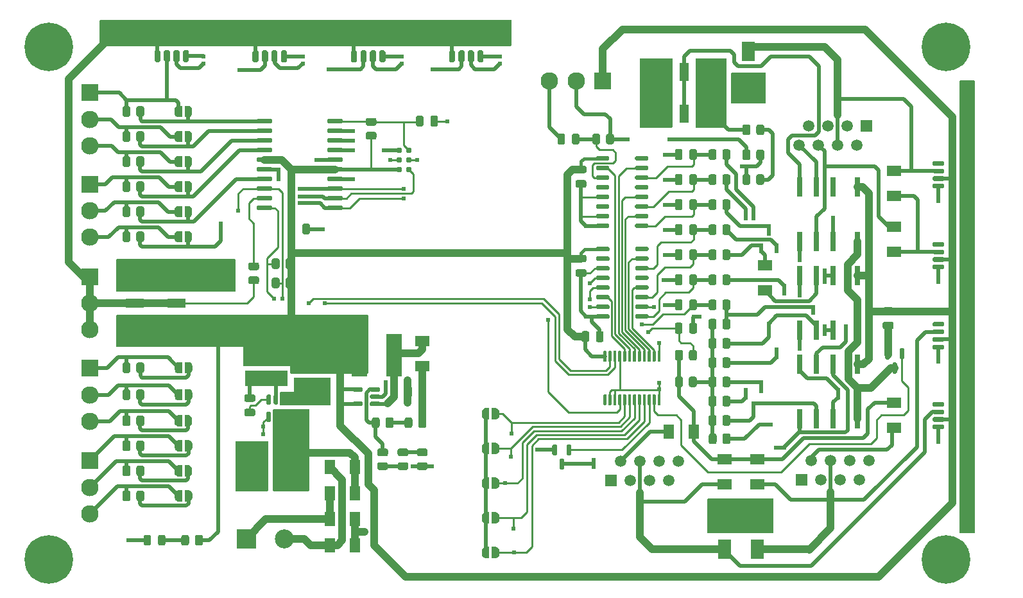
<source format=gtl>
G04 #@! TF.GenerationSoftware,KiCad,Pcbnew,6.0.10-86aedd382b~118~ubuntu18.04.1*
G04 #@! TF.CreationDate,2024-12-06T10:44:55-07:00*
G04 #@! TF.ProjectId,mss-switch,6d73732d-7377-4697-9463-682e6b696361,rev?*
G04 #@! TF.SameCoordinates,Original*
G04 #@! TF.FileFunction,Copper,L1,Top*
G04 #@! TF.FilePolarity,Positive*
%FSLAX46Y46*%
G04 Gerber Fmt 4.6, Leading zero omitted, Abs format (unit mm)*
G04 Created by KiCad (PCBNEW 6.0.10-86aedd382b~118~ubuntu18.04.1) date 2024-12-06 10:44:55*
%MOMM*%
%LPD*%
G01*
G04 APERTURE LIST*
G04 #@! TA.AperFunction,SMDPad,CuDef*
%ADD10R,1.400000X1.900000*%
G04 #@! TD*
G04 #@! TA.AperFunction,ComponentPad*
%ADD11C,6.400000*%
G04 #@! TD*
G04 #@! TA.AperFunction,SMDPad,CuDef*
%ADD12R,5.562600X2.108200*%
G04 #@! TD*
G04 #@! TA.AperFunction,ComponentPad*
%ADD13R,2.300000X2.300000*%
G04 #@! TD*
G04 #@! TA.AperFunction,ComponentPad*
%ADD14C,2.300000*%
G04 #@! TD*
G04 #@! TA.AperFunction,SMDPad,CuDef*
%ADD15R,1.900000X1.400000*%
G04 #@! TD*
G04 #@! TA.AperFunction,ConnectorPad*
%ADD16C,0.787400*%
G04 #@! TD*
G04 #@! TA.AperFunction,SMDPad,CuDef*
%ADD17R,1.193800X2.489200*%
G04 #@! TD*
G04 #@! TA.AperFunction,ComponentPad*
%ADD18R,1.500000X1.500000*%
G04 #@! TD*
G04 #@! TA.AperFunction,ComponentPad*
%ADD19C,1.500000*%
G04 #@! TD*
G04 #@! TA.AperFunction,SMDPad,CuDef*
%ADD20R,1.800000X2.500000*%
G04 #@! TD*
G04 #@! TA.AperFunction,ComponentPad*
%ADD21R,2.500000X2.500000*%
G04 #@! TD*
G04 #@! TA.AperFunction,ComponentPad*
%ADD22C,2.500000*%
G04 #@! TD*
G04 #@! TA.AperFunction,SMDPad,CuDef*
%ADD23R,0.800000X2.660000*%
G04 #@! TD*
G04 #@! TA.AperFunction,SMDPad,CuDef*
%ADD24R,2.489200X1.193800*%
G04 #@! TD*
G04 #@! TA.AperFunction,SMDPad,CuDef*
%ADD25R,2.108200X5.562600*%
G04 #@! TD*
G04 #@! TA.AperFunction,ViaPad*
%ADD26C,0.609600*%
G04 #@! TD*
G04 #@! TA.AperFunction,Conductor*
%ADD27C,1.016000*%
G04 #@! TD*
G04 #@! TA.AperFunction,Conductor*
%ADD28C,0.254000*%
G04 #@! TD*
G04 #@! TA.AperFunction,Conductor*
%ADD29C,0.508000*%
G04 #@! TD*
G04 #@! TA.AperFunction,Conductor*
%ADD30C,0.457200*%
G04 #@! TD*
G04 APERTURE END LIST*
G04 #@! TA.AperFunction,SMDPad,CuDef*
G36*
G01*
X47216000Y-185362000D02*
X47216000Y-184462000D01*
G75*
G02*
X47466000Y-184212000I250000J0D01*
G01*
X47991000Y-184212000D01*
G75*
G02*
X48241000Y-184462000I0J-250000D01*
G01*
X48241000Y-185362000D01*
G75*
G02*
X47991000Y-185612000I-250000J0D01*
G01*
X47466000Y-185612000D01*
G75*
G02*
X47216000Y-185362000I0J250000D01*
G01*
G37*
G04 #@! TD.AperFunction*
G04 #@! TA.AperFunction,SMDPad,CuDef*
G36*
G01*
X49041000Y-185362000D02*
X49041000Y-184462000D01*
G75*
G02*
X49291000Y-184212000I250000J0D01*
G01*
X49816000Y-184212000D01*
G75*
G02*
X50066000Y-184462000I0J-250000D01*
G01*
X50066000Y-185362000D01*
G75*
G02*
X49816000Y-185612000I-250000J0D01*
G01*
X49291000Y-185612000D01*
G75*
G02*
X49041000Y-185362000I0J250000D01*
G01*
G37*
G04 #@! TD.AperFunction*
D10*
X70103000Y-175260000D03*
X66803000Y-175260000D03*
G04 #@! TA.AperFunction,SMDPad,CuDef*
G36*
G01*
X116788500Y-161954750D02*
X116788500Y-161054750D01*
G75*
G02*
X117038500Y-160804750I250000J0D01*
G01*
X117563500Y-160804750D01*
G75*
G02*
X117813500Y-161054750I0J-250000D01*
G01*
X117813500Y-161954750D01*
G75*
G02*
X117563500Y-162204750I-250000J0D01*
G01*
X117038500Y-162204750D01*
G75*
G02*
X116788500Y-161954750I0J250000D01*
G01*
G37*
G04 #@! TD.AperFunction*
G04 #@! TA.AperFunction,SMDPad,CuDef*
G36*
G01*
X118613500Y-161954750D02*
X118613500Y-161054750D01*
G75*
G02*
X118863500Y-160804750I250000J0D01*
G01*
X119388500Y-160804750D01*
G75*
G02*
X119638500Y-161054750I0J-250000D01*
G01*
X119638500Y-161954750D01*
G75*
G02*
X119388500Y-162204750I-250000J0D01*
G01*
X118863500Y-162204750D01*
G75*
G02*
X118613500Y-161954750I0J250000D01*
G01*
G37*
G04 #@! TD.AperFunction*
G04 #@! TA.AperFunction,SMDPad,CuDef*
G36*
G01*
X42319000Y-168714000D02*
X42319000Y-169614000D01*
G75*
G02*
X42069000Y-169864000I-250000J0D01*
G01*
X41544000Y-169864000D01*
G75*
G02*
X41294000Y-169614000I0J250000D01*
G01*
X41294000Y-168714000D01*
G75*
G02*
X41544000Y-168464000I250000J0D01*
G01*
X42069000Y-168464000D01*
G75*
G02*
X42319000Y-168714000I0J-250000D01*
G01*
G37*
G04 #@! TD.AperFunction*
G04 #@! TA.AperFunction,SMDPad,CuDef*
G36*
G01*
X40494000Y-168714000D02*
X40494000Y-169614000D01*
G75*
G02*
X40244000Y-169864000I-250000J0D01*
G01*
X39719000Y-169864000D01*
G75*
G02*
X39469000Y-169614000I0J250000D01*
G01*
X39469000Y-168714000D01*
G75*
G02*
X39719000Y-168464000I250000J0D01*
G01*
X40244000Y-168464000D01*
G75*
G02*
X40494000Y-168714000I0J-250000D01*
G01*
G37*
G04 #@! TD.AperFunction*
D11*
X29718000Y-119888000D03*
G04 #@! TA.AperFunction,SMDPad,CuDef*
G36*
G01*
X42319000Y-144457000D02*
X42319000Y-145357000D01*
G75*
G02*
X42069000Y-145607000I-250000J0D01*
G01*
X41544000Y-145607000D01*
G75*
G02*
X41294000Y-145357000I0J250000D01*
G01*
X41294000Y-144457000D01*
G75*
G02*
X41544000Y-144207000I250000J0D01*
G01*
X42069000Y-144207000D01*
G75*
G02*
X42319000Y-144457000I0J-250000D01*
G01*
G37*
G04 #@! TD.AperFunction*
G04 #@! TA.AperFunction,SMDPad,CuDef*
G36*
G01*
X40494000Y-144457000D02*
X40494000Y-145357000D01*
G75*
G02*
X40244000Y-145607000I-250000J0D01*
G01*
X39719000Y-145607000D01*
G75*
G02*
X39469000Y-145357000I0J250000D01*
G01*
X39469000Y-144457000D01*
G75*
G02*
X39719000Y-144207000I250000J0D01*
G01*
X40244000Y-144207000D01*
G75*
G02*
X40494000Y-144457000I0J-250000D01*
G01*
G37*
G04 #@! TD.AperFunction*
G04 #@! TA.AperFunction,SMDPad,CuDef*
G36*
G01*
X147723000Y-159748750D02*
X146473000Y-159748750D01*
G75*
G02*
X146323000Y-159598750I0J150000D01*
G01*
X146323000Y-159298750D01*
G75*
G02*
X146473000Y-159148750I150000J0D01*
G01*
X147723000Y-159148750D01*
G75*
G02*
X147873000Y-159298750I0J-150000D01*
G01*
X147873000Y-159598750D01*
G75*
G02*
X147723000Y-159748750I-150000J0D01*
G01*
G37*
G04 #@! TD.AperFunction*
G04 #@! TA.AperFunction,SMDPad,CuDef*
G36*
G01*
X147723000Y-158748750D02*
X146473000Y-158748750D01*
G75*
G02*
X146323000Y-158598750I0J150000D01*
G01*
X146323000Y-158298750D01*
G75*
G02*
X146473000Y-158148750I150000J0D01*
G01*
X147723000Y-158148750D01*
G75*
G02*
X147873000Y-158298750I0J-150000D01*
G01*
X147873000Y-158598750D01*
G75*
G02*
X147723000Y-158748750I-150000J0D01*
G01*
G37*
G04 #@! TD.AperFunction*
G04 #@! TA.AperFunction,SMDPad,CuDef*
G36*
G01*
X147723000Y-157748750D02*
X146473000Y-157748750D01*
G75*
G02*
X146323000Y-157598750I0J150000D01*
G01*
X146323000Y-157298750D01*
G75*
G02*
X146473000Y-157148750I150000J0D01*
G01*
X147723000Y-157148750D01*
G75*
G02*
X147873000Y-157298750I0J-150000D01*
G01*
X147873000Y-157598750D01*
G75*
G02*
X147723000Y-157748750I-150000J0D01*
G01*
G37*
G04 #@! TD.AperFunction*
G04 #@! TA.AperFunction,SMDPad,CuDef*
G36*
G01*
X147723000Y-156748750D02*
X146473000Y-156748750D01*
G75*
G02*
X146323000Y-156598750I0J150000D01*
G01*
X146323000Y-156298750D01*
G75*
G02*
X146473000Y-156148750I150000J0D01*
G01*
X147723000Y-156148750D01*
G75*
G02*
X147873000Y-156298750I0J-150000D01*
G01*
X147873000Y-156598750D01*
G75*
G02*
X147723000Y-156748750I-150000J0D01*
G01*
G37*
G04 #@! TD.AperFunction*
G04 #@! TA.AperFunction,SMDPad,CuDef*
G36*
G01*
X151623000Y-155748750D02*
X150323000Y-155748750D01*
G75*
G02*
X150073000Y-155498750I0J250000D01*
G01*
X150073000Y-154798750D01*
G75*
G02*
X150323000Y-154548750I250000J0D01*
G01*
X151623000Y-154548750D01*
G75*
G02*
X151873000Y-154798750I0J-250000D01*
G01*
X151873000Y-155498750D01*
G75*
G02*
X151623000Y-155748750I-250000J0D01*
G01*
G37*
G04 #@! TD.AperFunction*
G04 #@! TA.AperFunction,SMDPad,CuDef*
G36*
G01*
X151623000Y-161348750D02*
X150323000Y-161348750D01*
G75*
G02*
X150073000Y-161098750I0J250000D01*
G01*
X150073000Y-160398750D01*
G75*
G02*
X150323000Y-160148750I250000J0D01*
G01*
X151623000Y-160148750D01*
G75*
G02*
X151873000Y-160398750I0J-250000D01*
G01*
X151873000Y-161098750D01*
G75*
G02*
X151623000Y-161348750I-250000J0D01*
G01*
G37*
G04 #@! TD.AperFunction*
G04 #@! TA.AperFunction,SMDPad,CuDef*
G36*
X47648000Y-175018000D02*
G01*
X48148000Y-175018000D01*
X48148000Y-175022967D01*
X48227941Y-175024432D01*
X48363256Y-175066707D01*
X48481266Y-175145262D01*
X48572486Y-175253781D01*
X48629581Y-175383540D01*
X48647164Y-175518000D01*
X48648000Y-175518000D01*
X48648000Y-176018000D01*
X48647164Y-176018000D01*
X48647963Y-176024109D01*
X48626152Y-176164186D01*
X48565904Y-176292511D01*
X48472060Y-176398769D01*
X48352165Y-176474417D01*
X48215858Y-176513374D01*
X48148000Y-176512959D01*
X48148000Y-176518000D01*
X47648000Y-176518000D01*
X47648000Y-175018000D01*
G37*
G04 #@! TD.AperFunction*
G04 #@! TA.AperFunction,SMDPad,CuDef*
G36*
X46848000Y-176512959D02*
G01*
X46774095Y-176512508D01*
X46638274Y-176471889D01*
X46519312Y-176394782D01*
X46426774Y-176287385D01*
X46368097Y-176158333D01*
X46348000Y-176018000D01*
X46348000Y-175518000D01*
X46348149Y-175505784D01*
X46371669Y-175365983D01*
X46433481Y-175238404D01*
X46528616Y-175133300D01*
X46649426Y-175059123D01*
X46786199Y-175021834D01*
X46848000Y-175022967D01*
X46848000Y-175018000D01*
X47348000Y-175018000D01*
X47348000Y-176518000D01*
X46848000Y-176518000D01*
X46848000Y-176512959D01*
G37*
G04 #@! TD.AperFunction*
D12*
X58420000Y-158978600D03*
X58420000Y-163576000D03*
G04 #@! TA.AperFunction,SMDPad,CuDef*
G36*
G01*
X101960000Y-146668750D02*
X101960000Y-146368750D01*
G75*
G02*
X102110000Y-146218750I150000J0D01*
G01*
X103560000Y-146218750D01*
G75*
G02*
X103710000Y-146368750I0J-150000D01*
G01*
X103710000Y-146668750D01*
G75*
G02*
X103560000Y-146818750I-150000J0D01*
G01*
X102110000Y-146818750D01*
G75*
G02*
X101960000Y-146668750I0J150000D01*
G01*
G37*
G04 #@! TD.AperFunction*
G04 #@! TA.AperFunction,SMDPad,CuDef*
G36*
G01*
X101960000Y-147938750D02*
X101960000Y-147638750D01*
G75*
G02*
X102110000Y-147488750I150000J0D01*
G01*
X103560000Y-147488750D01*
G75*
G02*
X103710000Y-147638750I0J-150000D01*
G01*
X103710000Y-147938750D01*
G75*
G02*
X103560000Y-148088750I-150000J0D01*
G01*
X102110000Y-148088750D01*
G75*
G02*
X101960000Y-147938750I0J150000D01*
G01*
G37*
G04 #@! TD.AperFunction*
G04 #@! TA.AperFunction,SMDPad,CuDef*
G36*
G01*
X101960000Y-149208750D02*
X101960000Y-148908750D01*
G75*
G02*
X102110000Y-148758750I150000J0D01*
G01*
X103560000Y-148758750D01*
G75*
G02*
X103710000Y-148908750I0J-150000D01*
G01*
X103710000Y-149208750D01*
G75*
G02*
X103560000Y-149358750I-150000J0D01*
G01*
X102110000Y-149358750D01*
G75*
G02*
X101960000Y-149208750I0J150000D01*
G01*
G37*
G04 #@! TD.AperFunction*
G04 #@! TA.AperFunction,SMDPad,CuDef*
G36*
G01*
X101960000Y-150478750D02*
X101960000Y-150178750D01*
G75*
G02*
X102110000Y-150028750I150000J0D01*
G01*
X103560000Y-150028750D01*
G75*
G02*
X103710000Y-150178750I0J-150000D01*
G01*
X103710000Y-150478750D01*
G75*
G02*
X103560000Y-150628750I-150000J0D01*
G01*
X102110000Y-150628750D01*
G75*
G02*
X101960000Y-150478750I0J150000D01*
G01*
G37*
G04 #@! TD.AperFunction*
G04 #@! TA.AperFunction,SMDPad,CuDef*
G36*
G01*
X101960000Y-151748750D02*
X101960000Y-151448750D01*
G75*
G02*
X102110000Y-151298750I150000J0D01*
G01*
X103560000Y-151298750D01*
G75*
G02*
X103710000Y-151448750I0J-150000D01*
G01*
X103710000Y-151748750D01*
G75*
G02*
X103560000Y-151898750I-150000J0D01*
G01*
X102110000Y-151898750D01*
G75*
G02*
X101960000Y-151748750I0J150000D01*
G01*
G37*
G04 #@! TD.AperFunction*
G04 #@! TA.AperFunction,SMDPad,CuDef*
G36*
G01*
X101960000Y-153018750D02*
X101960000Y-152718750D01*
G75*
G02*
X102110000Y-152568750I150000J0D01*
G01*
X103560000Y-152568750D01*
G75*
G02*
X103710000Y-152718750I0J-150000D01*
G01*
X103710000Y-153018750D01*
G75*
G02*
X103560000Y-153168750I-150000J0D01*
G01*
X102110000Y-153168750D01*
G75*
G02*
X101960000Y-153018750I0J150000D01*
G01*
G37*
G04 #@! TD.AperFunction*
G04 #@! TA.AperFunction,SMDPad,CuDef*
G36*
G01*
X101960000Y-154288750D02*
X101960000Y-153988750D01*
G75*
G02*
X102110000Y-153838750I150000J0D01*
G01*
X103560000Y-153838750D01*
G75*
G02*
X103710000Y-153988750I0J-150000D01*
G01*
X103710000Y-154288750D01*
G75*
G02*
X103560000Y-154438750I-150000J0D01*
G01*
X102110000Y-154438750D01*
G75*
G02*
X101960000Y-154288750I0J150000D01*
G01*
G37*
G04 #@! TD.AperFunction*
G04 #@! TA.AperFunction,SMDPad,CuDef*
G36*
G01*
X101960000Y-155558750D02*
X101960000Y-155258750D01*
G75*
G02*
X102110000Y-155108750I150000J0D01*
G01*
X103560000Y-155108750D01*
G75*
G02*
X103710000Y-155258750I0J-150000D01*
G01*
X103710000Y-155558750D01*
G75*
G02*
X103560000Y-155708750I-150000J0D01*
G01*
X102110000Y-155708750D01*
G75*
G02*
X101960000Y-155558750I0J150000D01*
G01*
G37*
G04 #@! TD.AperFunction*
G04 #@! TA.AperFunction,SMDPad,CuDef*
G36*
G01*
X107110000Y-155558750D02*
X107110000Y-155258750D01*
G75*
G02*
X107260000Y-155108750I150000J0D01*
G01*
X108710000Y-155108750D01*
G75*
G02*
X108860000Y-155258750I0J-150000D01*
G01*
X108860000Y-155558750D01*
G75*
G02*
X108710000Y-155708750I-150000J0D01*
G01*
X107260000Y-155708750D01*
G75*
G02*
X107110000Y-155558750I0J150000D01*
G01*
G37*
G04 #@! TD.AperFunction*
G04 #@! TA.AperFunction,SMDPad,CuDef*
G36*
G01*
X107110000Y-154288750D02*
X107110000Y-153988750D01*
G75*
G02*
X107260000Y-153838750I150000J0D01*
G01*
X108710000Y-153838750D01*
G75*
G02*
X108860000Y-153988750I0J-150000D01*
G01*
X108860000Y-154288750D01*
G75*
G02*
X108710000Y-154438750I-150000J0D01*
G01*
X107260000Y-154438750D01*
G75*
G02*
X107110000Y-154288750I0J150000D01*
G01*
G37*
G04 #@! TD.AperFunction*
G04 #@! TA.AperFunction,SMDPad,CuDef*
G36*
G01*
X107110000Y-153018750D02*
X107110000Y-152718750D01*
G75*
G02*
X107260000Y-152568750I150000J0D01*
G01*
X108710000Y-152568750D01*
G75*
G02*
X108860000Y-152718750I0J-150000D01*
G01*
X108860000Y-153018750D01*
G75*
G02*
X108710000Y-153168750I-150000J0D01*
G01*
X107260000Y-153168750D01*
G75*
G02*
X107110000Y-153018750I0J150000D01*
G01*
G37*
G04 #@! TD.AperFunction*
G04 #@! TA.AperFunction,SMDPad,CuDef*
G36*
G01*
X107110000Y-151748750D02*
X107110000Y-151448750D01*
G75*
G02*
X107260000Y-151298750I150000J0D01*
G01*
X108710000Y-151298750D01*
G75*
G02*
X108860000Y-151448750I0J-150000D01*
G01*
X108860000Y-151748750D01*
G75*
G02*
X108710000Y-151898750I-150000J0D01*
G01*
X107260000Y-151898750D01*
G75*
G02*
X107110000Y-151748750I0J150000D01*
G01*
G37*
G04 #@! TD.AperFunction*
G04 #@! TA.AperFunction,SMDPad,CuDef*
G36*
G01*
X107110000Y-150478750D02*
X107110000Y-150178750D01*
G75*
G02*
X107260000Y-150028750I150000J0D01*
G01*
X108710000Y-150028750D01*
G75*
G02*
X108860000Y-150178750I0J-150000D01*
G01*
X108860000Y-150478750D01*
G75*
G02*
X108710000Y-150628750I-150000J0D01*
G01*
X107260000Y-150628750D01*
G75*
G02*
X107110000Y-150478750I0J150000D01*
G01*
G37*
G04 #@! TD.AperFunction*
G04 #@! TA.AperFunction,SMDPad,CuDef*
G36*
G01*
X107110000Y-149208750D02*
X107110000Y-148908750D01*
G75*
G02*
X107260000Y-148758750I150000J0D01*
G01*
X108710000Y-148758750D01*
G75*
G02*
X108860000Y-148908750I0J-150000D01*
G01*
X108860000Y-149208750D01*
G75*
G02*
X108710000Y-149358750I-150000J0D01*
G01*
X107260000Y-149358750D01*
G75*
G02*
X107110000Y-149208750I0J150000D01*
G01*
G37*
G04 #@! TD.AperFunction*
G04 #@! TA.AperFunction,SMDPad,CuDef*
G36*
G01*
X107110000Y-147938750D02*
X107110000Y-147638750D01*
G75*
G02*
X107260000Y-147488750I150000J0D01*
G01*
X108710000Y-147488750D01*
G75*
G02*
X108860000Y-147638750I0J-150000D01*
G01*
X108860000Y-147938750D01*
G75*
G02*
X108710000Y-148088750I-150000J0D01*
G01*
X107260000Y-148088750D01*
G75*
G02*
X107110000Y-147938750I0J150000D01*
G01*
G37*
G04 #@! TD.AperFunction*
G04 #@! TA.AperFunction,SMDPad,CuDef*
G36*
G01*
X107110000Y-146668750D02*
X107110000Y-146368750D01*
G75*
G02*
X107260000Y-146218750I150000J0D01*
G01*
X108710000Y-146218750D01*
G75*
G02*
X108860000Y-146368750I0J-150000D01*
G01*
X108860000Y-146668750D01*
G75*
G02*
X108710000Y-146818750I-150000J0D01*
G01*
X107260000Y-146818750D01*
G75*
G02*
X107110000Y-146668750I0J150000D01*
G01*
G37*
G04 #@! TD.AperFunction*
G04 #@! TA.AperFunction,SMDPad,CuDef*
G36*
G01*
X119638500Y-136924750D02*
X119638500Y-137824750D01*
G75*
G02*
X119388500Y-138074750I-250000J0D01*
G01*
X118863500Y-138074750D01*
G75*
G02*
X118613500Y-137824750I0J250000D01*
G01*
X118613500Y-136924750D01*
G75*
G02*
X118863500Y-136674750I250000J0D01*
G01*
X119388500Y-136674750D01*
G75*
G02*
X119638500Y-136924750I0J-250000D01*
G01*
G37*
G04 #@! TD.AperFunction*
G04 #@! TA.AperFunction,SMDPad,CuDef*
G36*
G01*
X117813500Y-136924750D02*
X117813500Y-137824750D01*
G75*
G02*
X117563500Y-138074750I-250000J0D01*
G01*
X117038500Y-138074750D01*
G75*
G02*
X116788500Y-137824750I0J250000D01*
G01*
X116788500Y-136924750D01*
G75*
G02*
X117038500Y-136674750I250000J0D01*
G01*
X117563500Y-136674750D01*
G75*
G02*
X117813500Y-136924750I0J-250000D01*
G01*
G37*
G04 #@! TD.AperFunction*
D13*
X35179000Y-174427000D03*
D14*
X35179000Y-177927000D03*
X35179000Y-181427000D03*
G04 #@! TA.AperFunction,SMDPad,CuDef*
G36*
X47648000Y-168414000D02*
G01*
X48148000Y-168414000D01*
X48148000Y-168418967D01*
X48227941Y-168420432D01*
X48363256Y-168462707D01*
X48481266Y-168541262D01*
X48572486Y-168649781D01*
X48629581Y-168779540D01*
X48647164Y-168914000D01*
X48648000Y-168914000D01*
X48648000Y-169414000D01*
X48647164Y-169414000D01*
X48647963Y-169420109D01*
X48626152Y-169560186D01*
X48565904Y-169688511D01*
X48472060Y-169794769D01*
X48352165Y-169870417D01*
X48215858Y-169909374D01*
X48148000Y-169908959D01*
X48148000Y-169914000D01*
X47648000Y-169914000D01*
X47648000Y-168414000D01*
G37*
G04 #@! TD.AperFunction*
G04 #@! TA.AperFunction,SMDPad,CuDef*
G36*
X46848000Y-169908959D02*
G01*
X46774095Y-169908508D01*
X46638274Y-169867889D01*
X46519312Y-169790782D01*
X46426774Y-169683385D01*
X46368097Y-169554333D01*
X46348000Y-169414000D01*
X46348000Y-168914000D01*
X46348149Y-168901784D01*
X46371669Y-168761983D01*
X46433481Y-168634404D01*
X46528616Y-168529300D01*
X46649426Y-168455123D01*
X46786199Y-168417834D01*
X46848000Y-168418967D01*
X46848000Y-168414000D01*
X47348000Y-168414000D01*
X47348000Y-169914000D01*
X46848000Y-169914000D01*
X46848000Y-169908959D01*
G37*
G04 #@! TD.AperFunction*
D13*
X35179000Y-125913000D03*
D14*
X35179000Y-129413000D03*
X35179000Y-132913000D03*
G04 #@! TA.AperFunction,SMDPad,CuDef*
G36*
G01*
X73428000Y-166789000D02*
X73428000Y-167089000D01*
G75*
G02*
X73278000Y-167239000I-150000J0D01*
G01*
X72253000Y-167239000D01*
G75*
G02*
X72103000Y-167089000I0J150000D01*
G01*
X72103000Y-166789000D01*
G75*
G02*
X72253000Y-166639000I150000J0D01*
G01*
X73278000Y-166639000D01*
G75*
G02*
X73428000Y-166789000I0J-150000D01*
G01*
G37*
G04 #@! TD.AperFunction*
G04 #@! TA.AperFunction,SMDPad,CuDef*
G36*
G01*
X73428000Y-165839000D02*
X73428000Y-166139000D01*
G75*
G02*
X73278000Y-166289000I-150000J0D01*
G01*
X72253000Y-166289000D01*
G75*
G02*
X72103000Y-166139000I0J150000D01*
G01*
X72103000Y-165839000D01*
G75*
G02*
X72253000Y-165689000I150000J0D01*
G01*
X73278000Y-165689000D01*
G75*
G02*
X73428000Y-165839000I0J-150000D01*
G01*
G37*
G04 #@! TD.AperFunction*
G04 #@! TA.AperFunction,SMDPad,CuDef*
G36*
G01*
X73428000Y-164889000D02*
X73428000Y-165189000D01*
G75*
G02*
X73278000Y-165339000I-150000J0D01*
G01*
X72253000Y-165339000D01*
G75*
G02*
X72103000Y-165189000I0J150000D01*
G01*
X72103000Y-164889000D01*
G75*
G02*
X72253000Y-164739000I150000J0D01*
G01*
X73278000Y-164739000D01*
G75*
G02*
X73428000Y-164889000I0J-150000D01*
G01*
G37*
G04 #@! TD.AperFunction*
G04 #@! TA.AperFunction,SMDPad,CuDef*
G36*
G01*
X71153000Y-164889000D02*
X71153000Y-165189000D01*
G75*
G02*
X71003000Y-165339000I-150000J0D01*
G01*
X69978000Y-165339000D01*
G75*
G02*
X69828000Y-165189000I0J150000D01*
G01*
X69828000Y-164889000D01*
G75*
G02*
X69978000Y-164739000I150000J0D01*
G01*
X71003000Y-164739000D01*
G75*
G02*
X71153000Y-164889000I0J-150000D01*
G01*
G37*
G04 #@! TD.AperFunction*
G04 #@! TA.AperFunction,SMDPad,CuDef*
G36*
G01*
X71153000Y-166789000D02*
X71153000Y-167089000D01*
G75*
G02*
X71003000Y-167239000I-150000J0D01*
G01*
X69978000Y-167239000D01*
G75*
G02*
X69828000Y-167089000I0J150000D01*
G01*
X69828000Y-166789000D01*
G75*
G02*
X69978000Y-166639000I150000J0D01*
G01*
X71003000Y-166639000D01*
G75*
G02*
X71153000Y-166789000I0J-150000D01*
G01*
G37*
G04 #@! TD.AperFunction*
G04 #@! TA.AperFunction,SMDPad,CuDef*
G36*
X87861000Y-187273750D02*
G01*
X87361000Y-187273750D01*
X87361000Y-187268783D01*
X87281059Y-187267318D01*
X87145744Y-187225043D01*
X87027734Y-187146488D01*
X86936514Y-187037969D01*
X86879419Y-186908210D01*
X86861836Y-186773750D01*
X86861000Y-186773750D01*
X86861000Y-186273750D01*
X86861836Y-186273750D01*
X86861037Y-186267641D01*
X86882848Y-186127564D01*
X86943096Y-185999239D01*
X87036940Y-185892981D01*
X87156835Y-185817333D01*
X87293142Y-185778376D01*
X87361000Y-185778791D01*
X87361000Y-185773750D01*
X87861000Y-185773750D01*
X87861000Y-187273750D01*
G37*
G04 #@! TD.AperFunction*
G04 #@! TA.AperFunction,SMDPad,CuDef*
G36*
X88661000Y-185778791D02*
G01*
X88734905Y-185779242D01*
X88870726Y-185819861D01*
X88989688Y-185896968D01*
X89082226Y-186004365D01*
X89140903Y-186133417D01*
X89161000Y-186273750D01*
X89161000Y-186773750D01*
X89160851Y-186785966D01*
X89137331Y-186925767D01*
X89075519Y-187053346D01*
X88980384Y-187158450D01*
X88859574Y-187232627D01*
X88722801Y-187269916D01*
X88661000Y-187268783D01*
X88661000Y-187273750D01*
X88161000Y-187273750D01*
X88161000Y-185773750D01*
X88661000Y-185773750D01*
X88661000Y-185778791D01*
G37*
G04 #@! TD.AperFunction*
D15*
X124206000Y-151978750D03*
X124206000Y-148678750D03*
G04 #@! TA.AperFunction,SMDPad,CuDef*
G36*
G01*
X124107000Y-133662000D02*
X124107000Y-134562000D01*
G75*
G02*
X123857000Y-134812000I-250000J0D01*
G01*
X123332000Y-134812000D01*
G75*
G02*
X123082000Y-134562000I0J250000D01*
G01*
X123082000Y-133662000D01*
G75*
G02*
X123332000Y-133412000I250000J0D01*
G01*
X123857000Y-133412000D01*
G75*
G02*
X124107000Y-133662000I0J-250000D01*
G01*
G37*
G04 #@! TD.AperFunction*
G04 #@! TA.AperFunction,SMDPad,CuDef*
G36*
G01*
X122282000Y-133662000D02*
X122282000Y-134562000D01*
G75*
G02*
X122032000Y-134812000I-250000J0D01*
G01*
X121507000Y-134812000D01*
G75*
G02*
X121257000Y-134562000I0J250000D01*
G01*
X121257000Y-133662000D01*
G75*
G02*
X121507000Y-133412000I250000J0D01*
G01*
X122032000Y-133412000D01*
G75*
G02*
X122282000Y-133662000I0J-250000D01*
G01*
G37*
G04 #@! TD.AperFunction*
G04 #@! TA.AperFunction,SMDPad,CuDef*
G36*
X47648000Y-134251000D02*
G01*
X48148000Y-134251000D01*
X48148000Y-134255967D01*
X48227941Y-134257432D01*
X48363256Y-134299707D01*
X48481266Y-134378262D01*
X48572486Y-134486781D01*
X48629581Y-134616540D01*
X48647164Y-134751000D01*
X48648000Y-134751000D01*
X48648000Y-135251000D01*
X48647164Y-135251000D01*
X48647963Y-135257109D01*
X48626152Y-135397186D01*
X48565904Y-135525511D01*
X48472060Y-135631769D01*
X48352165Y-135707417D01*
X48215858Y-135746374D01*
X48148000Y-135745959D01*
X48148000Y-135751000D01*
X47648000Y-135751000D01*
X47648000Y-134251000D01*
G37*
G04 #@! TD.AperFunction*
G04 #@! TA.AperFunction,SMDPad,CuDef*
G36*
X46848000Y-135745959D02*
G01*
X46774095Y-135745508D01*
X46638274Y-135704889D01*
X46519312Y-135627782D01*
X46426774Y-135520385D01*
X46368097Y-135391333D01*
X46348000Y-135251000D01*
X46348000Y-134751000D01*
X46348149Y-134738784D01*
X46371669Y-134598983D01*
X46433481Y-134471404D01*
X46528616Y-134366300D01*
X46649426Y-134292123D01*
X46786199Y-134254834D01*
X46848000Y-134255967D01*
X46848000Y-134251000D01*
X47348000Y-134251000D01*
X47348000Y-135751000D01*
X46848000Y-135751000D01*
X46848000Y-135745959D01*
G37*
G04 #@! TD.AperFunction*
D16*
X77216000Y-136017000D03*
X75946000Y-136017000D03*
X77216000Y-134747000D03*
X75946000Y-134747000D03*
X77216000Y-133477000D03*
X75946000Y-133477000D03*
G04 #@! TA.AperFunction,SMDPad,CuDef*
G36*
G01*
X115242000Y-150107750D02*
X115242000Y-151057750D01*
G75*
G02*
X114992000Y-151307750I-250000J0D01*
G01*
X114492000Y-151307750D01*
G75*
G02*
X114242000Y-151057750I0J250000D01*
G01*
X114242000Y-150107750D01*
G75*
G02*
X114492000Y-149857750I250000J0D01*
G01*
X114992000Y-149857750D01*
G75*
G02*
X115242000Y-150107750I0J-250000D01*
G01*
G37*
G04 #@! TD.AperFunction*
G04 #@! TA.AperFunction,SMDPad,CuDef*
G36*
G01*
X113342000Y-150107750D02*
X113342000Y-151057750D01*
G75*
G02*
X113092000Y-151307750I-250000J0D01*
G01*
X112592000Y-151307750D01*
G75*
G02*
X112342000Y-151057750I0J250000D01*
G01*
X112342000Y-150107750D01*
G75*
G02*
X112592000Y-149857750I250000J0D01*
G01*
X113092000Y-149857750D01*
G75*
G02*
X113342000Y-150107750I0J-250000D01*
G01*
G37*
G04 #@! TD.AperFunction*
G04 #@! TA.AperFunction,SMDPad,CuDef*
G36*
G01*
X61163000Y-120537000D02*
X61163000Y-121737000D01*
G75*
G02*
X60963000Y-121937000I-200000J0D01*
G01*
X60563000Y-121937000D01*
G75*
G02*
X60363000Y-121737000I0J200000D01*
G01*
X60363000Y-120537000D01*
G75*
G02*
X60563000Y-120337000I200000J0D01*
G01*
X60963000Y-120337000D01*
G75*
G02*
X61163000Y-120537000I0J-200000D01*
G01*
G37*
G04 #@! TD.AperFunction*
G04 #@! TA.AperFunction,SMDPad,CuDef*
G36*
G01*
X59913000Y-120537000D02*
X59913000Y-121737000D01*
G75*
G02*
X59713000Y-121937000I-200000J0D01*
G01*
X59313000Y-121937000D01*
G75*
G02*
X59113000Y-121737000I0J200000D01*
G01*
X59113000Y-120537000D01*
G75*
G02*
X59313000Y-120337000I200000J0D01*
G01*
X59713000Y-120337000D01*
G75*
G02*
X59913000Y-120537000I0J-200000D01*
G01*
G37*
G04 #@! TD.AperFunction*
G04 #@! TA.AperFunction,SMDPad,CuDef*
G36*
G01*
X58663000Y-120537000D02*
X58663000Y-121737000D01*
G75*
G02*
X58463000Y-121937000I-200000J0D01*
G01*
X58063000Y-121937000D01*
G75*
G02*
X57863000Y-121737000I0J200000D01*
G01*
X57863000Y-120537000D01*
G75*
G02*
X58063000Y-120337000I200000J0D01*
G01*
X58463000Y-120337000D01*
G75*
G02*
X58663000Y-120537000I0J-200000D01*
G01*
G37*
G04 #@! TD.AperFunction*
G04 #@! TA.AperFunction,SMDPad,CuDef*
G36*
G01*
X57413000Y-120537000D02*
X57413000Y-121737000D01*
G75*
G02*
X57213000Y-121937000I-200000J0D01*
G01*
X56813000Y-121937000D01*
G75*
G02*
X56613000Y-121737000I0J200000D01*
G01*
X56613000Y-120537000D01*
G75*
G02*
X56813000Y-120337000I200000J0D01*
G01*
X57213000Y-120337000D01*
G75*
G02*
X57413000Y-120537000I0J-200000D01*
G01*
G37*
G04 #@! TD.AperFunction*
G04 #@! TA.AperFunction,SMDPad,CuDef*
G36*
G01*
X55513000Y-116987001D02*
X55513000Y-119486999D01*
G75*
G02*
X55262999Y-119737000I-250001J0D01*
G01*
X53663001Y-119737000D01*
G75*
G02*
X53413000Y-119486999I0J250001D01*
G01*
X53413000Y-116987001D01*
G75*
G02*
X53663001Y-116737000I250001J0D01*
G01*
X55262999Y-116737000D01*
G75*
G02*
X55513000Y-116987001I0J-250001D01*
G01*
G37*
G04 #@! TD.AperFunction*
G04 #@! TA.AperFunction,SMDPad,CuDef*
G36*
G01*
X64363000Y-116987001D02*
X64363000Y-119486999D01*
G75*
G02*
X64112999Y-119737000I-250001J0D01*
G01*
X62513001Y-119737000D01*
G75*
G02*
X62263000Y-119486999I0J250001D01*
G01*
X62263000Y-116987001D01*
G75*
G02*
X62513001Y-116737000I250001J0D01*
G01*
X64112999Y-116737000D01*
G75*
G02*
X64363000Y-116987001I0J-250001D01*
G01*
G37*
G04 #@! TD.AperFunction*
G04 #@! TA.AperFunction,SMDPad,CuDef*
G36*
X47648000Y-127647000D02*
G01*
X48148000Y-127647000D01*
X48148000Y-127651967D01*
X48227941Y-127653432D01*
X48363256Y-127695707D01*
X48481266Y-127774262D01*
X48572486Y-127882781D01*
X48629581Y-128012540D01*
X48647164Y-128147000D01*
X48648000Y-128147000D01*
X48648000Y-128647000D01*
X48647164Y-128647000D01*
X48647963Y-128653109D01*
X48626152Y-128793186D01*
X48565904Y-128921511D01*
X48472060Y-129027769D01*
X48352165Y-129103417D01*
X48215858Y-129142374D01*
X48148000Y-129141959D01*
X48148000Y-129147000D01*
X47648000Y-129147000D01*
X47648000Y-127647000D01*
G37*
G04 #@! TD.AperFunction*
G04 #@! TA.AperFunction,SMDPad,CuDef*
G36*
X46848000Y-129141959D02*
G01*
X46774095Y-129141508D01*
X46638274Y-129100889D01*
X46519312Y-129023782D01*
X46426774Y-128916385D01*
X46368097Y-128787333D01*
X46348000Y-128647000D01*
X46348000Y-128147000D01*
X46348149Y-128134784D01*
X46371669Y-127994983D01*
X46433481Y-127867404D01*
X46528616Y-127762300D01*
X46649426Y-127688123D01*
X46786199Y-127650834D01*
X46848000Y-127651967D01*
X46848000Y-127647000D01*
X47348000Y-127647000D01*
X47348000Y-129147000D01*
X46848000Y-129147000D01*
X46848000Y-129141959D01*
G37*
G04 #@! TD.AperFunction*
G04 #@! TA.AperFunction,SMDPad,CuDef*
G36*
G01*
X116788500Y-156874750D02*
X116788500Y-155974750D01*
G75*
G02*
X117038500Y-155724750I250000J0D01*
G01*
X117563500Y-155724750D01*
G75*
G02*
X117813500Y-155974750I0J-250000D01*
G01*
X117813500Y-156874750D01*
G75*
G02*
X117563500Y-157124750I-250000J0D01*
G01*
X117038500Y-157124750D01*
G75*
G02*
X116788500Y-156874750I0J250000D01*
G01*
G37*
G04 #@! TD.AperFunction*
G04 #@! TA.AperFunction,SMDPad,CuDef*
G36*
G01*
X118613500Y-156874750D02*
X118613500Y-155974750D01*
G75*
G02*
X118863500Y-155724750I250000J0D01*
G01*
X119388500Y-155724750D01*
G75*
G02*
X119638500Y-155974750I0J-250000D01*
G01*
X119638500Y-156874750D01*
G75*
G02*
X119388500Y-157124750I-250000J0D01*
G01*
X118863500Y-157124750D01*
G75*
G02*
X118613500Y-156874750I0J250000D01*
G01*
G37*
G04 #@! TD.AperFunction*
G04 #@! TA.AperFunction,SMDPad,CuDef*
G36*
G01*
X115242000Y-133597750D02*
X115242000Y-134547750D01*
G75*
G02*
X114992000Y-134797750I-250000J0D01*
G01*
X114492000Y-134797750D01*
G75*
G02*
X114242000Y-134547750I0J250000D01*
G01*
X114242000Y-133597750D01*
G75*
G02*
X114492000Y-133347750I250000J0D01*
G01*
X114992000Y-133347750D01*
G75*
G02*
X115242000Y-133597750I0J-250000D01*
G01*
G37*
G04 #@! TD.AperFunction*
G04 #@! TA.AperFunction,SMDPad,CuDef*
G36*
G01*
X113342000Y-133597750D02*
X113342000Y-134547750D01*
G75*
G02*
X113092000Y-134797750I-250000J0D01*
G01*
X112592000Y-134797750D01*
G75*
G02*
X112342000Y-134547750I0J250000D01*
G01*
X112342000Y-133597750D01*
G75*
G02*
X112592000Y-133347750I250000J0D01*
G01*
X113092000Y-133347750D01*
G75*
G02*
X113342000Y-133597750I0J-250000D01*
G01*
G37*
G04 #@! TD.AperFunction*
G04 #@! TA.AperFunction,SMDPad,CuDef*
G36*
G01*
X139987000Y-154212750D02*
X140937000Y-154212750D01*
G75*
G02*
X141187000Y-154462750I0J-250000D01*
G01*
X141187000Y-154962750D01*
G75*
G02*
X140937000Y-155212750I-250000J0D01*
G01*
X139987000Y-155212750D01*
G75*
G02*
X139737000Y-154962750I0J250000D01*
G01*
X139737000Y-154462750D01*
G75*
G02*
X139987000Y-154212750I250000J0D01*
G01*
G37*
G04 #@! TD.AperFunction*
G04 #@! TA.AperFunction,SMDPad,CuDef*
G36*
G01*
X139987000Y-156112750D02*
X140937000Y-156112750D01*
G75*
G02*
X141187000Y-156362750I0J-250000D01*
G01*
X141187000Y-156862750D01*
G75*
G02*
X140937000Y-157112750I-250000J0D01*
G01*
X139987000Y-157112750D01*
G75*
G02*
X139737000Y-156862750I0J250000D01*
G01*
X139737000Y-156362750D01*
G75*
G02*
X139987000Y-156112750I250000J0D01*
G01*
G37*
G04 #@! TD.AperFunction*
G04 #@! TA.AperFunction,SMDPad,CuDef*
G36*
G01*
X42263000Y-185368250D02*
X42263000Y-184455750D01*
G75*
G02*
X42506750Y-184212000I243750J0D01*
G01*
X42994250Y-184212000D01*
G75*
G02*
X43238000Y-184455750I0J-243750D01*
G01*
X43238000Y-185368250D01*
G75*
G02*
X42994250Y-185612000I-243750J0D01*
G01*
X42506750Y-185612000D01*
G75*
G02*
X42263000Y-185368250I0J243750D01*
G01*
G37*
G04 #@! TD.AperFunction*
G04 #@! TA.AperFunction,SMDPad,CuDef*
G36*
G01*
X44138000Y-185368250D02*
X44138000Y-184455750D01*
G75*
G02*
X44381750Y-184212000I243750J0D01*
G01*
X44869250Y-184212000D01*
G75*
G02*
X45113000Y-184455750I0J-243750D01*
G01*
X45113000Y-185368250D01*
G75*
G02*
X44869250Y-185612000I-243750J0D01*
G01*
X44381750Y-185612000D01*
G75*
G02*
X44138000Y-185368250I0J243750D01*
G01*
G37*
G04 #@! TD.AperFunction*
D17*
X116038000Y-123188850D03*
X113538000Y-123188850D03*
X111038000Y-123188850D03*
X116038000Y-128700650D03*
X113538000Y-128700650D03*
X111038000Y-128700650D03*
D18*
X129067500Y-176978750D03*
D19*
X130337500Y-174438750D03*
X131607500Y-176978750D03*
X132877500Y-174438750D03*
X134147500Y-176978750D03*
X135417500Y-174438750D03*
X136687500Y-176978750D03*
X137957500Y-174438750D03*
D20*
X118872000Y-186110750D03*
X118872000Y-182110750D03*
G04 #@! TA.AperFunction,SMDPad,CuDef*
G36*
G01*
X119638500Y-133622750D02*
X119638500Y-134522750D01*
G75*
G02*
X119388500Y-134772750I-250000J0D01*
G01*
X118863500Y-134772750D01*
G75*
G02*
X118613500Y-134522750I0J250000D01*
G01*
X118613500Y-133622750D01*
G75*
G02*
X118863500Y-133372750I250000J0D01*
G01*
X119388500Y-133372750D01*
G75*
G02*
X119638500Y-133622750I0J-250000D01*
G01*
G37*
G04 #@! TD.AperFunction*
G04 #@! TA.AperFunction,SMDPad,CuDef*
G36*
G01*
X117813500Y-133622750D02*
X117813500Y-134522750D01*
G75*
G02*
X117563500Y-134772750I-250000J0D01*
G01*
X117038500Y-134772750D01*
G75*
G02*
X116788500Y-134522750I0J250000D01*
G01*
X116788500Y-133622750D01*
G75*
G02*
X117038500Y-133372750I250000J0D01*
G01*
X117563500Y-133372750D01*
G75*
G02*
X117813500Y-133622750I0J-250000D01*
G01*
G37*
G04 #@! TD.AperFunction*
D13*
X35179000Y-150170000D03*
D14*
X35179000Y-153670000D03*
X35179000Y-157170000D03*
G04 #@! TA.AperFunction,SMDPad,CuDef*
G36*
G01*
X55786000Y-165682000D02*
X56736000Y-165682000D01*
G75*
G02*
X56986000Y-165932000I0J-250000D01*
G01*
X56986000Y-166432000D01*
G75*
G02*
X56736000Y-166682000I-250000J0D01*
G01*
X55786000Y-166682000D01*
G75*
G02*
X55536000Y-166432000I0J250000D01*
G01*
X55536000Y-165932000D01*
G75*
G02*
X55786000Y-165682000I250000J0D01*
G01*
G37*
G04 #@! TD.AperFunction*
G04 #@! TA.AperFunction,SMDPad,CuDef*
G36*
G01*
X55786000Y-167582000D02*
X56736000Y-167582000D01*
G75*
G02*
X56986000Y-167832000I0J-250000D01*
G01*
X56986000Y-168332000D01*
G75*
G02*
X56736000Y-168582000I-250000J0D01*
G01*
X55786000Y-168582000D01*
G75*
G02*
X55536000Y-168332000I0J250000D01*
G01*
X55536000Y-167832000D01*
G75*
G02*
X55786000Y-167582000I250000J0D01*
G01*
G37*
G04 #@! TD.AperFunction*
G04 #@! TA.AperFunction,SMDPad,CuDef*
G36*
G01*
X42319000Y-137853000D02*
X42319000Y-138753000D01*
G75*
G02*
X42069000Y-139003000I-250000J0D01*
G01*
X41544000Y-139003000D01*
G75*
G02*
X41294000Y-138753000I0J250000D01*
G01*
X41294000Y-137853000D01*
G75*
G02*
X41544000Y-137603000I250000J0D01*
G01*
X42069000Y-137603000D01*
G75*
G02*
X42319000Y-137853000I0J-250000D01*
G01*
G37*
G04 #@! TD.AperFunction*
G04 #@! TA.AperFunction,SMDPad,CuDef*
G36*
G01*
X40494000Y-137853000D02*
X40494000Y-138753000D01*
G75*
G02*
X40244000Y-139003000I-250000J0D01*
G01*
X39719000Y-139003000D01*
G75*
G02*
X39469000Y-138753000I0J250000D01*
G01*
X39469000Y-137853000D01*
G75*
G02*
X39719000Y-137603000I250000J0D01*
G01*
X40244000Y-137603000D01*
G75*
G02*
X40494000Y-137853000I0J-250000D01*
G01*
G37*
G04 #@! TD.AperFunction*
D10*
X111507000Y-170561000D03*
X114807000Y-170561000D03*
G04 #@! TA.AperFunction,SMDPad,CuDef*
G36*
G01*
X119638500Y-146830750D02*
X119638500Y-147730750D01*
G75*
G02*
X119388500Y-147980750I-250000J0D01*
G01*
X118863500Y-147980750D01*
G75*
G02*
X118613500Y-147730750I0J250000D01*
G01*
X118613500Y-146830750D01*
G75*
G02*
X118863500Y-146580750I250000J0D01*
G01*
X119388500Y-146580750D01*
G75*
G02*
X119638500Y-146830750I0J-250000D01*
G01*
G37*
G04 #@! TD.AperFunction*
G04 #@! TA.AperFunction,SMDPad,CuDef*
G36*
G01*
X117813500Y-146830750D02*
X117813500Y-147730750D01*
G75*
G02*
X117563500Y-147980750I-250000J0D01*
G01*
X117038500Y-147980750D01*
G75*
G02*
X116788500Y-147730750I0J250000D01*
G01*
X116788500Y-146830750D01*
G75*
G02*
X117038500Y-146580750I250000J0D01*
G01*
X117563500Y-146580750D01*
G75*
G02*
X117813500Y-146830750I0J-250000D01*
G01*
G37*
G04 #@! TD.AperFunction*
D21*
X55793000Y-184704000D03*
D22*
X60793000Y-184704000D03*
D23*
X136410700Y-150036650D03*
X133210300Y-150036650D03*
X131000500Y-150036650D03*
X128790700Y-150036650D03*
X128790700Y-157224850D03*
X131000500Y-157224850D03*
X133210300Y-157224850D03*
X136410700Y-157224850D03*
D13*
X35179000Y-137978000D03*
D14*
X35179000Y-141478000D03*
X35179000Y-144978000D03*
D23*
X136410700Y-161720650D03*
X133210300Y-161720650D03*
X131000500Y-161720650D03*
X128790700Y-161720650D03*
X128790700Y-168908850D03*
X131000500Y-168908850D03*
X133210300Y-168908850D03*
X136410700Y-168908850D03*
X136410700Y-138352650D03*
X133210300Y-138352650D03*
X131000500Y-138352650D03*
X128790700Y-138352650D03*
X128790700Y-145540850D03*
X131000500Y-145540850D03*
X133210300Y-145540850D03*
X136410700Y-145540850D03*
G04 #@! TA.AperFunction,SMDPad,CuDef*
G36*
G01*
X42319000Y-141155000D02*
X42319000Y-142055000D01*
G75*
G02*
X42069000Y-142305000I-250000J0D01*
G01*
X41544000Y-142305000D01*
G75*
G02*
X41294000Y-142055000I0J250000D01*
G01*
X41294000Y-141155000D01*
G75*
G02*
X41544000Y-140905000I250000J0D01*
G01*
X42069000Y-140905000D01*
G75*
G02*
X42319000Y-141155000I0J-250000D01*
G01*
G37*
G04 #@! TD.AperFunction*
G04 #@! TA.AperFunction,SMDPad,CuDef*
G36*
G01*
X40494000Y-141155000D02*
X40494000Y-142055000D01*
G75*
G02*
X40244000Y-142305000I-250000J0D01*
G01*
X39719000Y-142305000D01*
G75*
G02*
X39469000Y-142055000I0J250000D01*
G01*
X39469000Y-141155000D01*
G75*
G02*
X39719000Y-140905000I250000J0D01*
G01*
X40244000Y-140905000D01*
G75*
G02*
X40494000Y-141155000I0J-250000D01*
G01*
G37*
G04 #@! TD.AperFunction*
G04 #@! TA.AperFunction,SMDPad,CuDef*
G36*
G01*
X119638500Y-158514750D02*
X119638500Y-159414750D01*
G75*
G02*
X119388500Y-159664750I-250000J0D01*
G01*
X118863500Y-159664750D01*
G75*
G02*
X118613500Y-159414750I0J250000D01*
G01*
X118613500Y-158514750D01*
G75*
G02*
X118863500Y-158264750I250000J0D01*
G01*
X119388500Y-158264750D01*
G75*
G02*
X119638500Y-158514750I0J-250000D01*
G01*
G37*
G04 #@! TD.AperFunction*
G04 #@! TA.AperFunction,SMDPad,CuDef*
G36*
G01*
X117813500Y-158514750D02*
X117813500Y-159414750D01*
G75*
G02*
X117563500Y-159664750I-250000J0D01*
G01*
X117038500Y-159664750D01*
G75*
G02*
X116788500Y-159414750I0J250000D01*
G01*
X116788500Y-158514750D01*
G75*
G02*
X117038500Y-158264750I250000J0D01*
G01*
X117563500Y-158264750D01*
G75*
G02*
X117813500Y-158514750I0J-250000D01*
G01*
G37*
G04 #@! TD.AperFunction*
D18*
X103886000Y-176998750D03*
D19*
X105156000Y-174458750D03*
X106426000Y-176998750D03*
X107696000Y-174458750D03*
X108966000Y-176998750D03*
X110236000Y-174458750D03*
X111506000Y-176998750D03*
X112776000Y-174458750D03*
G04 #@! TA.AperFunction,SMDPad,CuDef*
G36*
G01*
X42319000Y-172016000D02*
X42319000Y-172916000D01*
G75*
G02*
X42069000Y-173166000I-250000J0D01*
G01*
X41544000Y-173166000D01*
G75*
G02*
X41294000Y-172916000I0J250000D01*
G01*
X41294000Y-172016000D01*
G75*
G02*
X41544000Y-171766000I250000J0D01*
G01*
X42069000Y-171766000D01*
G75*
G02*
X42319000Y-172016000I0J-250000D01*
G01*
G37*
G04 #@! TD.AperFunction*
G04 #@! TA.AperFunction,SMDPad,CuDef*
G36*
G01*
X40494000Y-172016000D02*
X40494000Y-172916000D01*
G75*
G02*
X40244000Y-173166000I-250000J0D01*
G01*
X39719000Y-173166000D01*
G75*
G02*
X39469000Y-172916000I0J250000D01*
G01*
X39469000Y-172016000D01*
G75*
G02*
X39719000Y-171766000I250000J0D01*
G01*
X40244000Y-171766000D01*
G75*
G02*
X40494000Y-172016000I0J-250000D01*
G01*
G37*
G04 #@! TD.AperFunction*
G04 #@! TA.AperFunction,SMDPad,CuDef*
G36*
G01*
X59154000Y-148913000D02*
X59154000Y-148013000D01*
G75*
G02*
X59404000Y-147763000I250000J0D01*
G01*
X59929000Y-147763000D01*
G75*
G02*
X60179000Y-148013000I0J-250000D01*
G01*
X60179000Y-148913000D01*
G75*
G02*
X59929000Y-149163000I-250000J0D01*
G01*
X59404000Y-149163000D01*
G75*
G02*
X59154000Y-148913000I0J250000D01*
G01*
G37*
G04 #@! TD.AperFunction*
G04 #@! TA.AperFunction,SMDPad,CuDef*
G36*
G01*
X60979000Y-148913000D02*
X60979000Y-148013000D01*
G75*
G02*
X61229000Y-147763000I250000J0D01*
G01*
X61754000Y-147763000D01*
G75*
G02*
X62004000Y-148013000I0J-250000D01*
G01*
X62004000Y-148913000D01*
G75*
G02*
X61754000Y-149163000I-250000J0D01*
G01*
X61229000Y-149163000D01*
G75*
G02*
X60979000Y-148913000I0J250000D01*
G01*
G37*
G04 #@! TD.AperFunction*
G04 #@! TA.AperFunction,SMDPad,CuDef*
G36*
X87861000Y-173557750D02*
G01*
X87361000Y-173557750D01*
X87361000Y-173552783D01*
X87281059Y-173551318D01*
X87145744Y-173509043D01*
X87027734Y-173430488D01*
X86936514Y-173321969D01*
X86879419Y-173192210D01*
X86861836Y-173057750D01*
X86861000Y-173057750D01*
X86861000Y-172557750D01*
X86861836Y-172557750D01*
X86861037Y-172551641D01*
X86882848Y-172411564D01*
X86943096Y-172283239D01*
X87036940Y-172176981D01*
X87156835Y-172101333D01*
X87293142Y-172062376D01*
X87361000Y-172062791D01*
X87361000Y-172057750D01*
X87861000Y-172057750D01*
X87861000Y-173557750D01*
G37*
G04 #@! TD.AperFunction*
G04 #@! TA.AperFunction,SMDPad,CuDef*
G36*
X88661000Y-172062791D02*
G01*
X88734905Y-172063242D01*
X88870726Y-172103861D01*
X88989688Y-172180968D01*
X89082226Y-172288365D01*
X89140903Y-172417417D01*
X89161000Y-172557750D01*
X89161000Y-173057750D01*
X89160851Y-173069966D01*
X89137331Y-173209767D01*
X89075519Y-173337346D01*
X88980384Y-173442450D01*
X88859574Y-173516627D01*
X88722801Y-173553916D01*
X88661000Y-173552783D01*
X88661000Y-173557750D01*
X88161000Y-173557750D01*
X88161000Y-172057750D01*
X88661000Y-172057750D01*
X88661000Y-172062791D01*
G37*
G04 #@! TD.AperFunction*
G04 #@! TA.AperFunction,SMDPad,CuDef*
G36*
G01*
X42319000Y-134551000D02*
X42319000Y-135451000D01*
G75*
G02*
X42069000Y-135701000I-250000J0D01*
G01*
X41544000Y-135701000D01*
G75*
G02*
X41294000Y-135451000I0J250000D01*
G01*
X41294000Y-134551000D01*
G75*
G02*
X41544000Y-134301000I250000J0D01*
G01*
X42069000Y-134301000D01*
G75*
G02*
X42319000Y-134551000I0J-250000D01*
G01*
G37*
G04 #@! TD.AperFunction*
G04 #@! TA.AperFunction,SMDPad,CuDef*
G36*
G01*
X40494000Y-134551000D02*
X40494000Y-135451000D01*
G75*
G02*
X40244000Y-135701000I-250000J0D01*
G01*
X39719000Y-135701000D01*
G75*
G02*
X39469000Y-135451000I0J250000D01*
G01*
X39469000Y-134551000D01*
G75*
G02*
X39719000Y-134301000I250000J0D01*
G01*
X40244000Y-134301000D01*
G75*
G02*
X40494000Y-134551000I0J-250000D01*
G01*
G37*
G04 #@! TD.AperFunction*
D15*
X118872000Y-177545000D03*
X118872000Y-174245000D03*
G04 #@! TA.AperFunction,SMDPad,CuDef*
G36*
G01*
X101925000Y-134730750D02*
X101925000Y-134430750D01*
G75*
G02*
X102075000Y-134280750I150000J0D01*
G01*
X103525000Y-134280750D01*
G75*
G02*
X103675000Y-134430750I0J-150000D01*
G01*
X103675000Y-134730750D01*
G75*
G02*
X103525000Y-134880750I-150000J0D01*
G01*
X102075000Y-134880750D01*
G75*
G02*
X101925000Y-134730750I0J150000D01*
G01*
G37*
G04 #@! TD.AperFunction*
G04 #@! TA.AperFunction,SMDPad,CuDef*
G36*
G01*
X101925000Y-136000750D02*
X101925000Y-135700750D01*
G75*
G02*
X102075000Y-135550750I150000J0D01*
G01*
X103525000Y-135550750D01*
G75*
G02*
X103675000Y-135700750I0J-150000D01*
G01*
X103675000Y-136000750D01*
G75*
G02*
X103525000Y-136150750I-150000J0D01*
G01*
X102075000Y-136150750D01*
G75*
G02*
X101925000Y-136000750I0J150000D01*
G01*
G37*
G04 #@! TD.AperFunction*
G04 #@! TA.AperFunction,SMDPad,CuDef*
G36*
G01*
X101925000Y-137270750D02*
X101925000Y-136970750D01*
G75*
G02*
X102075000Y-136820750I150000J0D01*
G01*
X103525000Y-136820750D01*
G75*
G02*
X103675000Y-136970750I0J-150000D01*
G01*
X103675000Y-137270750D01*
G75*
G02*
X103525000Y-137420750I-150000J0D01*
G01*
X102075000Y-137420750D01*
G75*
G02*
X101925000Y-137270750I0J150000D01*
G01*
G37*
G04 #@! TD.AperFunction*
G04 #@! TA.AperFunction,SMDPad,CuDef*
G36*
G01*
X101925000Y-138540750D02*
X101925000Y-138240750D01*
G75*
G02*
X102075000Y-138090750I150000J0D01*
G01*
X103525000Y-138090750D01*
G75*
G02*
X103675000Y-138240750I0J-150000D01*
G01*
X103675000Y-138540750D01*
G75*
G02*
X103525000Y-138690750I-150000J0D01*
G01*
X102075000Y-138690750D01*
G75*
G02*
X101925000Y-138540750I0J150000D01*
G01*
G37*
G04 #@! TD.AperFunction*
G04 #@! TA.AperFunction,SMDPad,CuDef*
G36*
G01*
X101925000Y-139810750D02*
X101925000Y-139510750D01*
G75*
G02*
X102075000Y-139360750I150000J0D01*
G01*
X103525000Y-139360750D01*
G75*
G02*
X103675000Y-139510750I0J-150000D01*
G01*
X103675000Y-139810750D01*
G75*
G02*
X103525000Y-139960750I-150000J0D01*
G01*
X102075000Y-139960750D01*
G75*
G02*
X101925000Y-139810750I0J150000D01*
G01*
G37*
G04 #@! TD.AperFunction*
G04 #@! TA.AperFunction,SMDPad,CuDef*
G36*
G01*
X101925000Y-141080750D02*
X101925000Y-140780750D01*
G75*
G02*
X102075000Y-140630750I150000J0D01*
G01*
X103525000Y-140630750D01*
G75*
G02*
X103675000Y-140780750I0J-150000D01*
G01*
X103675000Y-141080750D01*
G75*
G02*
X103525000Y-141230750I-150000J0D01*
G01*
X102075000Y-141230750D01*
G75*
G02*
X101925000Y-141080750I0J150000D01*
G01*
G37*
G04 #@! TD.AperFunction*
G04 #@! TA.AperFunction,SMDPad,CuDef*
G36*
G01*
X101925000Y-142350750D02*
X101925000Y-142050750D01*
G75*
G02*
X102075000Y-141900750I150000J0D01*
G01*
X103525000Y-141900750D01*
G75*
G02*
X103675000Y-142050750I0J-150000D01*
G01*
X103675000Y-142350750D01*
G75*
G02*
X103525000Y-142500750I-150000J0D01*
G01*
X102075000Y-142500750D01*
G75*
G02*
X101925000Y-142350750I0J150000D01*
G01*
G37*
G04 #@! TD.AperFunction*
G04 #@! TA.AperFunction,SMDPad,CuDef*
G36*
G01*
X101925000Y-143620750D02*
X101925000Y-143320750D01*
G75*
G02*
X102075000Y-143170750I150000J0D01*
G01*
X103525000Y-143170750D01*
G75*
G02*
X103675000Y-143320750I0J-150000D01*
G01*
X103675000Y-143620750D01*
G75*
G02*
X103525000Y-143770750I-150000J0D01*
G01*
X102075000Y-143770750D01*
G75*
G02*
X101925000Y-143620750I0J150000D01*
G01*
G37*
G04 #@! TD.AperFunction*
G04 #@! TA.AperFunction,SMDPad,CuDef*
G36*
G01*
X107075000Y-143620750D02*
X107075000Y-143320750D01*
G75*
G02*
X107225000Y-143170750I150000J0D01*
G01*
X108675000Y-143170750D01*
G75*
G02*
X108825000Y-143320750I0J-150000D01*
G01*
X108825000Y-143620750D01*
G75*
G02*
X108675000Y-143770750I-150000J0D01*
G01*
X107225000Y-143770750D01*
G75*
G02*
X107075000Y-143620750I0J150000D01*
G01*
G37*
G04 #@! TD.AperFunction*
G04 #@! TA.AperFunction,SMDPad,CuDef*
G36*
G01*
X107075000Y-142350750D02*
X107075000Y-142050750D01*
G75*
G02*
X107225000Y-141900750I150000J0D01*
G01*
X108675000Y-141900750D01*
G75*
G02*
X108825000Y-142050750I0J-150000D01*
G01*
X108825000Y-142350750D01*
G75*
G02*
X108675000Y-142500750I-150000J0D01*
G01*
X107225000Y-142500750D01*
G75*
G02*
X107075000Y-142350750I0J150000D01*
G01*
G37*
G04 #@! TD.AperFunction*
G04 #@! TA.AperFunction,SMDPad,CuDef*
G36*
G01*
X107075000Y-141080750D02*
X107075000Y-140780750D01*
G75*
G02*
X107225000Y-140630750I150000J0D01*
G01*
X108675000Y-140630750D01*
G75*
G02*
X108825000Y-140780750I0J-150000D01*
G01*
X108825000Y-141080750D01*
G75*
G02*
X108675000Y-141230750I-150000J0D01*
G01*
X107225000Y-141230750D01*
G75*
G02*
X107075000Y-141080750I0J150000D01*
G01*
G37*
G04 #@! TD.AperFunction*
G04 #@! TA.AperFunction,SMDPad,CuDef*
G36*
G01*
X107075000Y-139810750D02*
X107075000Y-139510750D01*
G75*
G02*
X107225000Y-139360750I150000J0D01*
G01*
X108675000Y-139360750D01*
G75*
G02*
X108825000Y-139510750I0J-150000D01*
G01*
X108825000Y-139810750D01*
G75*
G02*
X108675000Y-139960750I-150000J0D01*
G01*
X107225000Y-139960750D01*
G75*
G02*
X107075000Y-139810750I0J150000D01*
G01*
G37*
G04 #@! TD.AperFunction*
G04 #@! TA.AperFunction,SMDPad,CuDef*
G36*
G01*
X107075000Y-138540750D02*
X107075000Y-138240750D01*
G75*
G02*
X107225000Y-138090750I150000J0D01*
G01*
X108675000Y-138090750D01*
G75*
G02*
X108825000Y-138240750I0J-150000D01*
G01*
X108825000Y-138540750D01*
G75*
G02*
X108675000Y-138690750I-150000J0D01*
G01*
X107225000Y-138690750D01*
G75*
G02*
X107075000Y-138540750I0J150000D01*
G01*
G37*
G04 #@! TD.AperFunction*
G04 #@! TA.AperFunction,SMDPad,CuDef*
G36*
G01*
X107075000Y-137270750D02*
X107075000Y-136970750D01*
G75*
G02*
X107225000Y-136820750I150000J0D01*
G01*
X108675000Y-136820750D01*
G75*
G02*
X108825000Y-136970750I0J-150000D01*
G01*
X108825000Y-137270750D01*
G75*
G02*
X108675000Y-137420750I-150000J0D01*
G01*
X107225000Y-137420750D01*
G75*
G02*
X107075000Y-137270750I0J150000D01*
G01*
G37*
G04 #@! TD.AperFunction*
G04 #@! TA.AperFunction,SMDPad,CuDef*
G36*
G01*
X107075000Y-136000750D02*
X107075000Y-135700750D01*
G75*
G02*
X107225000Y-135550750I150000J0D01*
G01*
X108675000Y-135550750D01*
G75*
G02*
X108825000Y-135700750I0J-150000D01*
G01*
X108825000Y-136000750D01*
G75*
G02*
X108675000Y-136150750I-150000J0D01*
G01*
X107225000Y-136150750D01*
G75*
G02*
X107075000Y-136000750I0J150000D01*
G01*
G37*
G04 #@! TD.AperFunction*
G04 #@! TA.AperFunction,SMDPad,CuDef*
G36*
G01*
X107075000Y-134730750D02*
X107075000Y-134430750D01*
G75*
G02*
X107225000Y-134280750I150000J0D01*
G01*
X108675000Y-134280750D01*
G75*
G02*
X108825000Y-134430750I0J-150000D01*
G01*
X108825000Y-134730750D01*
G75*
G02*
X108675000Y-134880750I-150000J0D01*
G01*
X107225000Y-134880750D01*
G75*
G02*
X107075000Y-134730750I0J150000D01*
G01*
G37*
G04 #@! TD.AperFunction*
G04 #@! TA.AperFunction,SMDPad,CuDef*
G36*
G01*
X99474000Y-135543750D02*
X100424000Y-135543750D01*
G75*
G02*
X100674000Y-135793750I0J-250000D01*
G01*
X100674000Y-136293750D01*
G75*
G02*
X100424000Y-136543750I-250000J0D01*
G01*
X99474000Y-136543750D01*
G75*
G02*
X99224000Y-136293750I0J250000D01*
G01*
X99224000Y-135793750D01*
G75*
G02*
X99474000Y-135543750I250000J0D01*
G01*
G37*
G04 #@! TD.AperFunction*
G04 #@! TA.AperFunction,SMDPad,CuDef*
G36*
G01*
X99474000Y-137443750D02*
X100424000Y-137443750D01*
G75*
G02*
X100674000Y-137693750I0J-250000D01*
G01*
X100674000Y-138193750D01*
G75*
G02*
X100424000Y-138443750I-250000J0D01*
G01*
X99474000Y-138443750D01*
G75*
G02*
X99224000Y-138193750I0J250000D01*
G01*
X99224000Y-137693750D01*
G75*
G02*
X99474000Y-137443750I250000J0D01*
G01*
G37*
G04 #@! TD.AperFunction*
D24*
X46570900Y-156170000D03*
X46570900Y-153670000D03*
X46570900Y-151170000D03*
X41059100Y-156170000D03*
X41059100Y-153670000D03*
X41059100Y-151170000D03*
D15*
X123190000Y-177546000D03*
X123190000Y-174246000D03*
G04 #@! TA.AperFunction,SMDPad,CuDef*
G36*
G01*
X119638500Y-143528750D02*
X119638500Y-144428750D01*
G75*
G02*
X119388500Y-144678750I-250000J0D01*
G01*
X118863500Y-144678750D01*
G75*
G02*
X118613500Y-144428750I0J250000D01*
G01*
X118613500Y-143528750D01*
G75*
G02*
X118863500Y-143278750I250000J0D01*
G01*
X119388500Y-143278750D01*
G75*
G02*
X119638500Y-143528750I0J-250000D01*
G01*
G37*
G04 #@! TD.AperFunction*
G04 #@! TA.AperFunction,SMDPad,CuDef*
G36*
G01*
X117813500Y-143528750D02*
X117813500Y-144428750D01*
G75*
G02*
X117563500Y-144678750I-250000J0D01*
G01*
X117038500Y-144678750D01*
G75*
G02*
X116788500Y-144428750I0J250000D01*
G01*
X116788500Y-143528750D01*
G75*
G02*
X117038500Y-143278750I250000J0D01*
G01*
X117563500Y-143278750D01*
G75*
G02*
X117813500Y-143528750I0J-250000D01*
G01*
G37*
G04 #@! TD.AperFunction*
G04 #@! TA.AperFunction,SMDPad,CuDef*
G36*
G01*
X115242000Y-140201750D02*
X115242000Y-141151750D01*
G75*
G02*
X114992000Y-141401750I-250000J0D01*
G01*
X114492000Y-141401750D01*
G75*
G02*
X114242000Y-141151750I0J250000D01*
G01*
X114242000Y-140201750D01*
G75*
G02*
X114492000Y-139951750I250000J0D01*
G01*
X114992000Y-139951750D01*
G75*
G02*
X115242000Y-140201750I0J-250000D01*
G01*
G37*
G04 #@! TD.AperFunction*
G04 #@! TA.AperFunction,SMDPad,CuDef*
G36*
G01*
X113342000Y-140201750D02*
X113342000Y-141151750D01*
G75*
G02*
X113092000Y-141401750I-250000J0D01*
G01*
X112592000Y-141401750D01*
G75*
G02*
X112342000Y-141151750I0J250000D01*
G01*
X112342000Y-140201750D01*
G75*
G02*
X112592000Y-139951750I250000J0D01*
G01*
X113092000Y-139951750D01*
G75*
G02*
X113342000Y-140201750I0J-250000D01*
G01*
G37*
G04 #@! TD.AperFunction*
G04 #@! TA.AperFunction,SMDPad,CuDef*
G36*
G01*
X74237000Y-175669000D02*
X73337000Y-175669000D01*
G75*
G02*
X73087000Y-175419000I0J250000D01*
G01*
X73087000Y-174894000D01*
G75*
G02*
X73337000Y-174644000I250000J0D01*
G01*
X74237000Y-174644000D01*
G75*
G02*
X74487000Y-174894000I0J-250000D01*
G01*
X74487000Y-175419000D01*
G75*
G02*
X74237000Y-175669000I-250000J0D01*
G01*
G37*
G04 #@! TD.AperFunction*
G04 #@! TA.AperFunction,SMDPad,CuDef*
G36*
G01*
X74237000Y-173844000D02*
X73337000Y-173844000D01*
G75*
G02*
X73087000Y-173594000I0J250000D01*
G01*
X73087000Y-173069000D01*
G75*
G02*
X73337000Y-172819000I250000J0D01*
G01*
X74237000Y-172819000D01*
G75*
G02*
X74487000Y-173069000I0J-250000D01*
G01*
X74487000Y-173594000D01*
G75*
G02*
X74237000Y-173844000I-250000J0D01*
G01*
G37*
G04 #@! TD.AperFunction*
G04 #@! TA.AperFunction,SMDPad,CuDef*
G36*
G01*
X119638500Y-153434750D02*
X119638500Y-154334750D01*
G75*
G02*
X119388500Y-154584750I-250000J0D01*
G01*
X118863500Y-154584750D01*
G75*
G02*
X118613500Y-154334750I0J250000D01*
G01*
X118613500Y-153434750D01*
G75*
G02*
X118863500Y-153184750I250000J0D01*
G01*
X119388500Y-153184750D01*
G75*
G02*
X119638500Y-153434750I0J-250000D01*
G01*
G37*
G04 #@! TD.AperFunction*
G04 #@! TA.AperFunction,SMDPad,CuDef*
G36*
G01*
X117813500Y-153434750D02*
X117813500Y-154334750D01*
G75*
G02*
X117563500Y-154584750I-250000J0D01*
G01*
X117038500Y-154584750D01*
G75*
G02*
X116788500Y-154334750I0J250000D01*
G01*
X116788500Y-153434750D01*
G75*
G02*
X117038500Y-153184750I250000J0D01*
G01*
X117563500Y-153184750D01*
G75*
G02*
X117813500Y-153434750I0J-250000D01*
G01*
G37*
G04 #@! TD.AperFunction*
G04 #@! TA.AperFunction,SMDPad,CuDef*
G36*
G01*
X99474000Y-147288750D02*
X100424000Y-147288750D01*
G75*
G02*
X100674000Y-147538750I0J-250000D01*
G01*
X100674000Y-148038750D01*
G75*
G02*
X100424000Y-148288750I-250000J0D01*
G01*
X99474000Y-148288750D01*
G75*
G02*
X99224000Y-148038750I0J250000D01*
G01*
X99224000Y-147538750D01*
G75*
G02*
X99474000Y-147288750I250000J0D01*
G01*
G37*
G04 #@! TD.AperFunction*
G04 #@! TA.AperFunction,SMDPad,CuDef*
G36*
G01*
X99474000Y-149188750D02*
X100424000Y-149188750D01*
G75*
G02*
X100674000Y-149438750I0J-250000D01*
G01*
X100674000Y-149938750D01*
G75*
G02*
X100424000Y-150188750I-250000J0D01*
G01*
X99474000Y-150188750D01*
G75*
G02*
X99224000Y-149938750I0J250000D01*
G01*
X99224000Y-149438750D01*
G75*
G02*
X99474000Y-149188750I250000J0D01*
G01*
G37*
G04 #@! TD.AperFunction*
G04 #@! TA.AperFunction,SMDPad,CuDef*
G36*
G01*
X71813000Y-129258000D02*
X72713000Y-129258000D01*
G75*
G02*
X72963000Y-129508000I0J-250000D01*
G01*
X72963000Y-130033000D01*
G75*
G02*
X72713000Y-130283000I-250000J0D01*
G01*
X71813000Y-130283000D01*
G75*
G02*
X71563000Y-130033000I0J250000D01*
G01*
X71563000Y-129508000D01*
G75*
G02*
X71813000Y-129258000I250000J0D01*
G01*
G37*
G04 #@! TD.AperFunction*
G04 #@! TA.AperFunction,SMDPad,CuDef*
G36*
G01*
X71813000Y-131083000D02*
X72713000Y-131083000D01*
G75*
G02*
X72963000Y-131333000I0J-250000D01*
G01*
X72963000Y-131858000D01*
G75*
G02*
X72713000Y-132108000I-250000J0D01*
G01*
X71813000Y-132108000D01*
G75*
G02*
X71563000Y-131858000I0J250000D01*
G01*
X71563000Y-131333000D01*
G75*
G02*
X71813000Y-131083000I250000J0D01*
G01*
G37*
G04 #@! TD.AperFunction*
G04 #@! TA.AperFunction,SMDPad,CuDef*
G36*
G01*
X119638500Y-150132750D02*
X119638500Y-151032750D01*
G75*
G02*
X119388500Y-151282750I-250000J0D01*
G01*
X118863500Y-151282750D01*
G75*
G02*
X118613500Y-151032750I0J250000D01*
G01*
X118613500Y-150132750D01*
G75*
G02*
X118863500Y-149882750I250000J0D01*
G01*
X119388500Y-149882750D01*
G75*
G02*
X119638500Y-150132750I0J-250000D01*
G01*
G37*
G04 #@! TD.AperFunction*
G04 #@! TA.AperFunction,SMDPad,CuDef*
G36*
G01*
X117813500Y-150132750D02*
X117813500Y-151032750D01*
G75*
G02*
X117563500Y-151282750I-250000J0D01*
G01*
X117038500Y-151282750D01*
G75*
G02*
X116788500Y-151032750I0J250000D01*
G01*
X116788500Y-150132750D01*
G75*
G02*
X117038500Y-149882750I250000J0D01*
G01*
X117563500Y-149882750D01*
G75*
G02*
X117813500Y-150132750I0J-250000D01*
G01*
G37*
G04 #@! TD.AperFunction*
G04 #@! TA.AperFunction,SMDPad,CuDef*
G36*
G01*
X116788500Y-164494750D02*
X116788500Y-163594750D01*
G75*
G02*
X117038500Y-163344750I250000J0D01*
G01*
X117563500Y-163344750D01*
G75*
G02*
X117813500Y-163594750I0J-250000D01*
G01*
X117813500Y-164494750D01*
G75*
G02*
X117563500Y-164744750I-250000J0D01*
G01*
X117038500Y-164744750D01*
G75*
G02*
X116788500Y-164494750I0J250000D01*
G01*
G37*
G04 #@! TD.AperFunction*
G04 #@! TA.AperFunction,SMDPad,CuDef*
G36*
G01*
X118613500Y-164494750D02*
X118613500Y-163594750D01*
G75*
G02*
X118863500Y-163344750I250000J0D01*
G01*
X119388500Y-163344750D01*
G75*
G02*
X119638500Y-163594750I0J-250000D01*
G01*
X119638500Y-164494750D01*
G75*
G02*
X119388500Y-164744750I-250000J0D01*
G01*
X118863500Y-164744750D01*
G75*
G02*
X118613500Y-164494750I0J250000D01*
G01*
G37*
G04 #@! TD.AperFunction*
G04 #@! TA.AperFunction,SMDPad,CuDef*
G36*
G01*
X59154000Y-151453000D02*
X59154000Y-150553000D01*
G75*
G02*
X59404000Y-150303000I250000J0D01*
G01*
X59929000Y-150303000D01*
G75*
G02*
X60179000Y-150553000I0J-250000D01*
G01*
X60179000Y-151453000D01*
G75*
G02*
X59929000Y-151703000I-250000J0D01*
G01*
X59404000Y-151703000D01*
G75*
G02*
X59154000Y-151453000I0J250000D01*
G01*
G37*
G04 #@! TD.AperFunction*
G04 #@! TA.AperFunction,SMDPad,CuDef*
G36*
G01*
X60979000Y-151453000D02*
X60979000Y-150553000D01*
G75*
G02*
X61229000Y-150303000I250000J0D01*
G01*
X61754000Y-150303000D01*
G75*
G02*
X62004000Y-150553000I0J-250000D01*
G01*
X62004000Y-151453000D01*
G75*
G02*
X61754000Y-151703000I-250000J0D01*
G01*
X61229000Y-151703000D01*
G75*
G02*
X60979000Y-151453000I0J250000D01*
G01*
G37*
G04 #@! TD.AperFunction*
D13*
X35179000Y-162235000D03*
D14*
X35179000Y-165735000D03*
X35179000Y-169235000D03*
G04 #@! TA.AperFunction,SMDPad,CuDef*
G36*
X47648000Y-130949000D02*
G01*
X48148000Y-130949000D01*
X48148000Y-130953967D01*
X48227941Y-130955432D01*
X48363256Y-130997707D01*
X48481266Y-131076262D01*
X48572486Y-131184781D01*
X48629581Y-131314540D01*
X48647164Y-131449000D01*
X48648000Y-131449000D01*
X48648000Y-131949000D01*
X48647164Y-131949000D01*
X48647963Y-131955109D01*
X48626152Y-132095186D01*
X48565904Y-132223511D01*
X48472060Y-132329769D01*
X48352165Y-132405417D01*
X48215858Y-132444374D01*
X48148000Y-132443959D01*
X48148000Y-132449000D01*
X47648000Y-132449000D01*
X47648000Y-130949000D01*
G37*
G04 #@! TD.AperFunction*
G04 #@! TA.AperFunction,SMDPad,CuDef*
G36*
X46848000Y-132443959D02*
G01*
X46774095Y-132443508D01*
X46638274Y-132402889D01*
X46519312Y-132325782D01*
X46426774Y-132218385D01*
X46368097Y-132089333D01*
X46348000Y-131949000D01*
X46348000Y-131449000D01*
X46348149Y-131436784D01*
X46371669Y-131296983D01*
X46433481Y-131169404D01*
X46528616Y-131064300D01*
X46649426Y-130990123D01*
X46786199Y-130952834D01*
X46848000Y-130953967D01*
X46848000Y-130949000D01*
X47348000Y-130949000D01*
X47348000Y-132449000D01*
X46848000Y-132449000D01*
X46848000Y-132443959D01*
G37*
G04 #@! TD.AperFunction*
G04 #@! TA.AperFunction,SMDPad,CuDef*
G36*
G01*
X48229000Y-120499000D02*
X48229000Y-121699000D01*
G75*
G02*
X48029000Y-121899000I-200000J0D01*
G01*
X47629000Y-121899000D01*
G75*
G02*
X47429000Y-121699000I0J200000D01*
G01*
X47429000Y-120499000D01*
G75*
G02*
X47629000Y-120299000I200000J0D01*
G01*
X48029000Y-120299000D01*
G75*
G02*
X48229000Y-120499000I0J-200000D01*
G01*
G37*
G04 #@! TD.AperFunction*
G04 #@! TA.AperFunction,SMDPad,CuDef*
G36*
G01*
X46979000Y-120499000D02*
X46979000Y-121699000D01*
G75*
G02*
X46779000Y-121899000I-200000J0D01*
G01*
X46379000Y-121899000D01*
G75*
G02*
X46179000Y-121699000I0J200000D01*
G01*
X46179000Y-120499000D01*
G75*
G02*
X46379000Y-120299000I200000J0D01*
G01*
X46779000Y-120299000D01*
G75*
G02*
X46979000Y-120499000I0J-200000D01*
G01*
G37*
G04 #@! TD.AperFunction*
G04 #@! TA.AperFunction,SMDPad,CuDef*
G36*
G01*
X45729000Y-120499000D02*
X45729000Y-121699000D01*
G75*
G02*
X45529000Y-121899000I-200000J0D01*
G01*
X45129000Y-121899000D01*
G75*
G02*
X44929000Y-121699000I0J200000D01*
G01*
X44929000Y-120499000D01*
G75*
G02*
X45129000Y-120299000I200000J0D01*
G01*
X45529000Y-120299000D01*
G75*
G02*
X45729000Y-120499000I0J-200000D01*
G01*
G37*
G04 #@! TD.AperFunction*
G04 #@! TA.AperFunction,SMDPad,CuDef*
G36*
G01*
X44479000Y-120499000D02*
X44479000Y-121699000D01*
G75*
G02*
X44279000Y-121899000I-200000J0D01*
G01*
X43879000Y-121899000D01*
G75*
G02*
X43679000Y-121699000I0J200000D01*
G01*
X43679000Y-120499000D01*
G75*
G02*
X43879000Y-120299000I200000J0D01*
G01*
X44279000Y-120299000D01*
G75*
G02*
X44479000Y-120499000I0J-200000D01*
G01*
G37*
G04 #@! TD.AperFunction*
G04 #@! TA.AperFunction,SMDPad,CuDef*
G36*
G01*
X42579000Y-116949001D02*
X42579000Y-119448999D01*
G75*
G02*
X42328999Y-119699000I-250001J0D01*
G01*
X40729001Y-119699000D01*
G75*
G02*
X40479000Y-119448999I0J250001D01*
G01*
X40479000Y-116949001D01*
G75*
G02*
X40729001Y-116699000I250001J0D01*
G01*
X42328999Y-116699000D01*
G75*
G02*
X42579000Y-116949001I0J-250001D01*
G01*
G37*
G04 #@! TD.AperFunction*
G04 #@! TA.AperFunction,SMDPad,CuDef*
G36*
G01*
X51429000Y-116949001D02*
X51429000Y-119448999D01*
G75*
G02*
X51178999Y-119699000I-250001J0D01*
G01*
X49579001Y-119699000D01*
G75*
G02*
X49329000Y-119448999I0J250001D01*
G01*
X49329000Y-116949001D01*
G75*
G02*
X49579001Y-116699000I250001J0D01*
G01*
X51178999Y-116699000D01*
G75*
G02*
X51429000Y-116949001I0J-250001D01*
G01*
G37*
G04 #@! TD.AperFunction*
D20*
X122047000Y-120515750D03*
X122047000Y-124515750D03*
G04 #@! TA.AperFunction,SMDPad,CuDef*
G36*
G01*
X42319000Y-175318000D02*
X42319000Y-176218000D01*
G75*
G02*
X42069000Y-176468000I-250000J0D01*
G01*
X41544000Y-176468000D01*
G75*
G02*
X41294000Y-176218000I0J250000D01*
G01*
X41294000Y-175318000D01*
G75*
G02*
X41544000Y-175068000I250000J0D01*
G01*
X42069000Y-175068000D01*
G75*
G02*
X42319000Y-175318000I0J-250000D01*
G01*
G37*
G04 #@! TD.AperFunction*
G04 #@! TA.AperFunction,SMDPad,CuDef*
G36*
G01*
X40494000Y-175318000D02*
X40494000Y-176218000D01*
G75*
G02*
X40244000Y-176468000I-250000J0D01*
G01*
X39719000Y-176468000D01*
G75*
G02*
X39469000Y-176218000I0J250000D01*
G01*
X39469000Y-175318000D01*
G75*
G02*
X39719000Y-175068000I250000J0D01*
G01*
X40244000Y-175068000D01*
G75*
G02*
X40494000Y-175318000I0J-250000D01*
G01*
G37*
G04 #@! TD.AperFunction*
G04 #@! TA.AperFunction,SMDPad,CuDef*
G36*
G01*
X115242000Y-136899750D02*
X115242000Y-137849750D01*
G75*
G02*
X114992000Y-138099750I-250000J0D01*
G01*
X114492000Y-138099750D01*
G75*
G02*
X114242000Y-137849750I0J250000D01*
G01*
X114242000Y-136899750D01*
G75*
G02*
X114492000Y-136649750I250000J0D01*
G01*
X114992000Y-136649750D01*
G75*
G02*
X115242000Y-136899750I0J-250000D01*
G01*
G37*
G04 #@! TD.AperFunction*
G04 #@! TA.AperFunction,SMDPad,CuDef*
G36*
G01*
X113342000Y-136899750D02*
X113342000Y-137849750D01*
G75*
G02*
X113092000Y-138099750I-250000J0D01*
G01*
X112592000Y-138099750D01*
G75*
G02*
X112342000Y-137849750I0J250000D01*
G01*
X112342000Y-136899750D01*
G75*
G02*
X112592000Y-136649750I250000J0D01*
G01*
X113092000Y-136649750D01*
G75*
G02*
X113342000Y-136899750I0J-250000D01*
G01*
G37*
G04 #@! TD.AperFunction*
G04 #@! TA.AperFunction,SMDPad,CuDef*
G36*
G01*
X68540000Y-140947000D02*
X68540000Y-141247000D01*
G75*
G02*
X68390000Y-141397000I-150000J0D01*
G01*
X66640000Y-141397000D01*
G75*
G02*
X66490000Y-141247000I0J150000D01*
G01*
X66490000Y-140947000D01*
G75*
G02*
X66640000Y-140797000I150000J0D01*
G01*
X68390000Y-140797000D01*
G75*
G02*
X68540000Y-140947000I0J-150000D01*
G01*
G37*
G04 #@! TD.AperFunction*
G04 #@! TA.AperFunction,SMDPad,CuDef*
G36*
G01*
X68540000Y-139677000D02*
X68540000Y-139977000D01*
G75*
G02*
X68390000Y-140127000I-150000J0D01*
G01*
X66640000Y-140127000D01*
G75*
G02*
X66490000Y-139977000I0J150000D01*
G01*
X66490000Y-139677000D01*
G75*
G02*
X66640000Y-139527000I150000J0D01*
G01*
X68390000Y-139527000D01*
G75*
G02*
X68540000Y-139677000I0J-150000D01*
G01*
G37*
G04 #@! TD.AperFunction*
G04 #@! TA.AperFunction,SMDPad,CuDef*
G36*
G01*
X68540000Y-138407000D02*
X68540000Y-138707000D01*
G75*
G02*
X68390000Y-138857000I-150000J0D01*
G01*
X66640000Y-138857000D01*
G75*
G02*
X66490000Y-138707000I0J150000D01*
G01*
X66490000Y-138407000D01*
G75*
G02*
X66640000Y-138257000I150000J0D01*
G01*
X68390000Y-138257000D01*
G75*
G02*
X68540000Y-138407000I0J-150000D01*
G01*
G37*
G04 #@! TD.AperFunction*
G04 #@! TA.AperFunction,SMDPad,CuDef*
G36*
G01*
X68540000Y-137137000D02*
X68540000Y-137437000D01*
G75*
G02*
X68390000Y-137587000I-150000J0D01*
G01*
X66640000Y-137587000D01*
G75*
G02*
X66490000Y-137437000I0J150000D01*
G01*
X66490000Y-137137000D01*
G75*
G02*
X66640000Y-136987000I150000J0D01*
G01*
X68390000Y-136987000D01*
G75*
G02*
X68540000Y-137137000I0J-150000D01*
G01*
G37*
G04 #@! TD.AperFunction*
G04 #@! TA.AperFunction,SMDPad,CuDef*
G36*
G01*
X68540000Y-135867000D02*
X68540000Y-136167000D01*
G75*
G02*
X68390000Y-136317000I-150000J0D01*
G01*
X66640000Y-136317000D01*
G75*
G02*
X66490000Y-136167000I0J150000D01*
G01*
X66490000Y-135867000D01*
G75*
G02*
X66640000Y-135717000I150000J0D01*
G01*
X68390000Y-135717000D01*
G75*
G02*
X68540000Y-135867000I0J-150000D01*
G01*
G37*
G04 #@! TD.AperFunction*
G04 #@! TA.AperFunction,SMDPad,CuDef*
G36*
G01*
X68540000Y-134597000D02*
X68540000Y-134897000D01*
G75*
G02*
X68390000Y-135047000I-150000J0D01*
G01*
X66640000Y-135047000D01*
G75*
G02*
X66490000Y-134897000I0J150000D01*
G01*
X66490000Y-134597000D01*
G75*
G02*
X66640000Y-134447000I150000J0D01*
G01*
X68390000Y-134447000D01*
G75*
G02*
X68540000Y-134597000I0J-150000D01*
G01*
G37*
G04 #@! TD.AperFunction*
G04 #@! TA.AperFunction,SMDPad,CuDef*
G36*
G01*
X68540000Y-133327000D02*
X68540000Y-133627000D01*
G75*
G02*
X68390000Y-133777000I-150000J0D01*
G01*
X66640000Y-133777000D01*
G75*
G02*
X66490000Y-133627000I0J150000D01*
G01*
X66490000Y-133327000D01*
G75*
G02*
X66640000Y-133177000I150000J0D01*
G01*
X68390000Y-133177000D01*
G75*
G02*
X68540000Y-133327000I0J-150000D01*
G01*
G37*
G04 #@! TD.AperFunction*
G04 #@! TA.AperFunction,SMDPad,CuDef*
G36*
G01*
X68540000Y-132057000D02*
X68540000Y-132357000D01*
G75*
G02*
X68390000Y-132507000I-150000J0D01*
G01*
X66640000Y-132507000D01*
G75*
G02*
X66490000Y-132357000I0J150000D01*
G01*
X66490000Y-132057000D01*
G75*
G02*
X66640000Y-131907000I150000J0D01*
G01*
X68390000Y-131907000D01*
G75*
G02*
X68540000Y-132057000I0J-150000D01*
G01*
G37*
G04 #@! TD.AperFunction*
G04 #@! TA.AperFunction,SMDPad,CuDef*
G36*
G01*
X68540000Y-130787000D02*
X68540000Y-131087000D01*
G75*
G02*
X68390000Y-131237000I-150000J0D01*
G01*
X66640000Y-131237000D01*
G75*
G02*
X66490000Y-131087000I0J150000D01*
G01*
X66490000Y-130787000D01*
G75*
G02*
X66640000Y-130637000I150000J0D01*
G01*
X68390000Y-130637000D01*
G75*
G02*
X68540000Y-130787000I0J-150000D01*
G01*
G37*
G04 #@! TD.AperFunction*
G04 #@! TA.AperFunction,SMDPad,CuDef*
G36*
G01*
X68540000Y-129517000D02*
X68540000Y-129817000D01*
G75*
G02*
X68390000Y-129967000I-150000J0D01*
G01*
X66640000Y-129967000D01*
G75*
G02*
X66490000Y-129817000I0J150000D01*
G01*
X66490000Y-129517000D01*
G75*
G02*
X66640000Y-129367000I150000J0D01*
G01*
X68390000Y-129367000D01*
G75*
G02*
X68540000Y-129517000I0J-150000D01*
G01*
G37*
G04 #@! TD.AperFunction*
G04 #@! TA.AperFunction,SMDPad,CuDef*
G36*
G01*
X59240000Y-129517000D02*
X59240000Y-129817000D01*
G75*
G02*
X59090000Y-129967000I-150000J0D01*
G01*
X57340000Y-129967000D01*
G75*
G02*
X57190000Y-129817000I0J150000D01*
G01*
X57190000Y-129517000D01*
G75*
G02*
X57340000Y-129367000I150000J0D01*
G01*
X59090000Y-129367000D01*
G75*
G02*
X59240000Y-129517000I0J-150000D01*
G01*
G37*
G04 #@! TD.AperFunction*
G04 #@! TA.AperFunction,SMDPad,CuDef*
G36*
G01*
X59240000Y-130787000D02*
X59240000Y-131087000D01*
G75*
G02*
X59090000Y-131237000I-150000J0D01*
G01*
X57340000Y-131237000D01*
G75*
G02*
X57190000Y-131087000I0J150000D01*
G01*
X57190000Y-130787000D01*
G75*
G02*
X57340000Y-130637000I150000J0D01*
G01*
X59090000Y-130637000D01*
G75*
G02*
X59240000Y-130787000I0J-150000D01*
G01*
G37*
G04 #@! TD.AperFunction*
G04 #@! TA.AperFunction,SMDPad,CuDef*
G36*
G01*
X59240000Y-132057000D02*
X59240000Y-132357000D01*
G75*
G02*
X59090000Y-132507000I-150000J0D01*
G01*
X57340000Y-132507000D01*
G75*
G02*
X57190000Y-132357000I0J150000D01*
G01*
X57190000Y-132057000D01*
G75*
G02*
X57340000Y-131907000I150000J0D01*
G01*
X59090000Y-131907000D01*
G75*
G02*
X59240000Y-132057000I0J-150000D01*
G01*
G37*
G04 #@! TD.AperFunction*
G04 #@! TA.AperFunction,SMDPad,CuDef*
G36*
G01*
X59240000Y-133327000D02*
X59240000Y-133627000D01*
G75*
G02*
X59090000Y-133777000I-150000J0D01*
G01*
X57340000Y-133777000D01*
G75*
G02*
X57190000Y-133627000I0J150000D01*
G01*
X57190000Y-133327000D01*
G75*
G02*
X57340000Y-133177000I150000J0D01*
G01*
X59090000Y-133177000D01*
G75*
G02*
X59240000Y-133327000I0J-150000D01*
G01*
G37*
G04 #@! TD.AperFunction*
G04 #@! TA.AperFunction,SMDPad,CuDef*
G36*
G01*
X59240000Y-134597000D02*
X59240000Y-134897000D01*
G75*
G02*
X59090000Y-135047000I-150000J0D01*
G01*
X57340000Y-135047000D01*
G75*
G02*
X57190000Y-134897000I0J150000D01*
G01*
X57190000Y-134597000D01*
G75*
G02*
X57340000Y-134447000I150000J0D01*
G01*
X59090000Y-134447000D01*
G75*
G02*
X59240000Y-134597000I0J-150000D01*
G01*
G37*
G04 #@! TD.AperFunction*
G04 #@! TA.AperFunction,SMDPad,CuDef*
G36*
G01*
X59240000Y-135867000D02*
X59240000Y-136167000D01*
G75*
G02*
X59090000Y-136317000I-150000J0D01*
G01*
X57340000Y-136317000D01*
G75*
G02*
X57190000Y-136167000I0J150000D01*
G01*
X57190000Y-135867000D01*
G75*
G02*
X57340000Y-135717000I150000J0D01*
G01*
X59090000Y-135717000D01*
G75*
G02*
X59240000Y-135867000I0J-150000D01*
G01*
G37*
G04 #@! TD.AperFunction*
G04 #@! TA.AperFunction,SMDPad,CuDef*
G36*
G01*
X59240000Y-137137000D02*
X59240000Y-137437000D01*
G75*
G02*
X59090000Y-137587000I-150000J0D01*
G01*
X57340000Y-137587000D01*
G75*
G02*
X57190000Y-137437000I0J150000D01*
G01*
X57190000Y-137137000D01*
G75*
G02*
X57340000Y-136987000I150000J0D01*
G01*
X59090000Y-136987000D01*
G75*
G02*
X59240000Y-137137000I0J-150000D01*
G01*
G37*
G04 #@! TD.AperFunction*
G04 #@! TA.AperFunction,SMDPad,CuDef*
G36*
G01*
X59240000Y-138407000D02*
X59240000Y-138707000D01*
G75*
G02*
X59090000Y-138857000I-150000J0D01*
G01*
X57340000Y-138857000D01*
G75*
G02*
X57190000Y-138707000I0J150000D01*
G01*
X57190000Y-138407000D01*
G75*
G02*
X57340000Y-138257000I150000J0D01*
G01*
X59090000Y-138257000D01*
G75*
G02*
X59240000Y-138407000I0J-150000D01*
G01*
G37*
G04 #@! TD.AperFunction*
G04 #@! TA.AperFunction,SMDPad,CuDef*
G36*
G01*
X59240000Y-139677000D02*
X59240000Y-139977000D01*
G75*
G02*
X59090000Y-140127000I-150000J0D01*
G01*
X57340000Y-140127000D01*
G75*
G02*
X57190000Y-139977000I0J150000D01*
G01*
X57190000Y-139677000D01*
G75*
G02*
X57340000Y-139527000I150000J0D01*
G01*
X59090000Y-139527000D01*
G75*
G02*
X59240000Y-139677000I0J-150000D01*
G01*
G37*
G04 #@! TD.AperFunction*
G04 #@! TA.AperFunction,SMDPad,CuDef*
G36*
G01*
X59240000Y-140947000D02*
X59240000Y-141247000D01*
G75*
G02*
X59090000Y-141397000I-150000J0D01*
G01*
X57340000Y-141397000D01*
G75*
G02*
X57190000Y-141247000I0J150000D01*
G01*
X57190000Y-140947000D01*
G75*
G02*
X57340000Y-140797000I150000J0D01*
G01*
X59090000Y-140797000D01*
G75*
G02*
X59240000Y-140947000I0J-150000D01*
G01*
G37*
G04 #@! TD.AperFunction*
G04 #@! TA.AperFunction,SMDPad,CuDef*
G36*
G01*
X63594000Y-168963000D02*
X62644000Y-168963000D01*
G75*
G02*
X62394000Y-168713000I0J250000D01*
G01*
X62394000Y-168213000D01*
G75*
G02*
X62644000Y-167963000I250000J0D01*
G01*
X63594000Y-167963000D01*
G75*
G02*
X63844000Y-168213000I0J-250000D01*
G01*
X63844000Y-168713000D01*
G75*
G02*
X63594000Y-168963000I-250000J0D01*
G01*
G37*
G04 #@! TD.AperFunction*
G04 #@! TA.AperFunction,SMDPad,CuDef*
G36*
G01*
X63594000Y-167063000D02*
X62644000Y-167063000D01*
G75*
G02*
X62394000Y-166813000I0J250000D01*
G01*
X62394000Y-166313000D01*
G75*
G02*
X62644000Y-166063000I250000J0D01*
G01*
X63594000Y-166063000D01*
G75*
G02*
X63844000Y-166313000I0J-250000D01*
G01*
X63844000Y-166813000D01*
G75*
G02*
X63594000Y-167063000I-250000J0D01*
G01*
G37*
G04 #@! TD.AperFunction*
G04 #@! TA.AperFunction,SMDPad,CuDef*
G36*
X47663000Y-164985000D02*
G01*
X48163000Y-164985000D01*
X48163000Y-164989967D01*
X48242941Y-164991432D01*
X48378256Y-165033707D01*
X48496266Y-165112262D01*
X48587486Y-165220781D01*
X48644581Y-165350540D01*
X48662164Y-165485000D01*
X48663000Y-165485000D01*
X48663000Y-165985000D01*
X48662164Y-165985000D01*
X48662963Y-165991109D01*
X48641152Y-166131186D01*
X48580904Y-166259511D01*
X48487060Y-166365769D01*
X48367165Y-166441417D01*
X48230858Y-166480374D01*
X48163000Y-166479959D01*
X48163000Y-166485000D01*
X47663000Y-166485000D01*
X47663000Y-164985000D01*
G37*
G04 #@! TD.AperFunction*
G04 #@! TA.AperFunction,SMDPad,CuDef*
G36*
X46863000Y-166479959D02*
G01*
X46789095Y-166479508D01*
X46653274Y-166438889D01*
X46534312Y-166361782D01*
X46441774Y-166254385D01*
X46383097Y-166125333D01*
X46363000Y-165985000D01*
X46363000Y-165485000D01*
X46363149Y-165472784D01*
X46386669Y-165332983D01*
X46448481Y-165205404D01*
X46543616Y-165100300D01*
X46664426Y-165026123D01*
X46801199Y-164988834D01*
X46863000Y-164989967D01*
X46863000Y-164985000D01*
X47363000Y-164985000D01*
X47363000Y-166485000D01*
X46863000Y-166485000D01*
X46863000Y-166479959D01*
G37*
G04 #@! TD.AperFunction*
D13*
X102814000Y-124333000D03*
D14*
X99314000Y-124333000D03*
X95814000Y-124333000D03*
G04 #@! TA.AperFunction,SMDPad,CuDef*
G36*
G01*
X76680000Y-169868000D02*
X76680000Y-168968000D01*
G75*
G02*
X76930000Y-168718000I250000J0D01*
G01*
X77455000Y-168718000D01*
G75*
G02*
X77705000Y-168968000I0J-250000D01*
G01*
X77705000Y-169868000D01*
G75*
G02*
X77455000Y-170118000I-250000J0D01*
G01*
X76930000Y-170118000D01*
G75*
G02*
X76680000Y-169868000I0J250000D01*
G01*
G37*
G04 #@! TD.AperFunction*
G04 #@! TA.AperFunction,SMDPad,CuDef*
G36*
G01*
X78505000Y-169868000D02*
X78505000Y-168968000D01*
G75*
G02*
X78755000Y-168718000I250000J0D01*
G01*
X79280000Y-168718000D01*
G75*
G02*
X79530000Y-168968000I0J-250000D01*
G01*
X79530000Y-169868000D01*
G75*
G02*
X79280000Y-170118000I-250000J0D01*
G01*
X78755000Y-170118000D01*
G75*
G02*
X78505000Y-169868000I0J250000D01*
G01*
G37*
G04 #@! TD.AperFunction*
G04 #@! TA.AperFunction,SMDPad,CuDef*
G36*
G01*
X147723000Y-170289750D02*
X146473000Y-170289750D01*
G75*
G02*
X146323000Y-170139750I0J150000D01*
G01*
X146323000Y-169839750D01*
G75*
G02*
X146473000Y-169689750I150000J0D01*
G01*
X147723000Y-169689750D01*
G75*
G02*
X147873000Y-169839750I0J-150000D01*
G01*
X147873000Y-170139750D01*
G75*
G02*
X147723000Y-170289750I-150000J0D01*
G01*
G37*
G04 #@! TD.AperFunction*
G04 #@! TA.AperFunction,SMDPad,CuDef*
G36*
G01*
X147723000Y-169289750D02*
X146473000Y-169289750D01*
G75*
G02*
X146323000Y-169139750I0J150000D01*
G01*
X146323000Y-168839750D01*
G75*
G02*
X146473000Y-168689750I150000J0D01*
G01*
X147723000Y-168689750D01*
G75*
G02*
X147873000Y-168839750I0J-150000D01*
G01*
X147873000Y-169139750D01*
G75*
G02*
X147723000Y-169289750I-150000J0D01*
G01*
G37*
G04 #@! TD.AperFunction*
G04 #@! TA.AperFunction,SMDPad,CuDef*
G36*
G01*
X147723000Y-168289750D02*
X146473000Y-168289750D01*
G75*
G02*
X146323000Y-168139750I0J150000D01*
G01*
X146323000Y-167839750D01*
G75*
G02*
X146473000Y-167689750I150000J0D01*
G01*
X147723000Y-167689750D01*
G75*
G02*
X147873000Y-167839750I0J-150000D01*
G01*
X147873000Y-168139750D01*
G75*
G02*
X147723000Y-168289750I-150000J0D01*
G01*
G37*
G04 #@! TD.AperFunction*
G04 #@! TA.AperFunction,SMDPad,CuDef*
G36*
G01*
X147723000Y-167289750D02*
X146473000Y-167289750D01*
G75*
G02*
X146323000Y-167139750I0J150000D01*
G01*
X146323000Y-166839750D01*
G75*
G02*
X146473000Y-166689750I150000J0D01*
G01*
X147723000Y-166689750D01*
G75*
G02*
X147873000Y-166839750I0J-150000D01*
G01*
X147873000Y-167139750D01*
G75*
G02*
X147723000Y-167289750I-150000J0D01*
G01*
G37*
G04 #@! TD.AperFunction*
G04 #@! TA.AperFunction,SMDPad,CuDef*
G36*
G01*
X151623000Y-171889750D02*
X150323000Y-171889750D01*
G75*
G02*
X150073000Y-171639750I0J250000D01*
G01*
X150073000Y-170939750D01*
G75*
G02*
X150323000Y-170689750I250000J0D01*
G01*
X151623000Y-170689750D01*
G75*
G02*
X151873000Y-170939750I0J-250000D01*
G01*
X151873000Y-171639750D01*
G75*
G02*
X151623000Y-171889750I-250000J0D01*
G01*
G37*
G04 #@! TD.AperFunction*
G04 #@! TA.AperFunction,SMDPad,CuDef*
G36*
G01*
X151623000Y-166289750D02*
X150323000Y-166289750D01*
G75*
G02*
X150073000Y-166039750I0J250000D01*
G01*
X150073000Y-165339750D01*
G75*
G02*
X150323000Y-165089750I250000J0D01*
G01*
X151623000Y-165089750D01*
G75*
G02*
X151873000Y-165339750I0J-250000D01*
G01*
X151873000Y-166039750D01*
G75*
G02*
X151623000Y-166289750I-250000J0D01*
G01*
G37*
G04 #@! TD.AperFunction*
G04 #@! TA.AperFunction,SMDPad,CuDef*
G36*
G01*
X115242000Y-143503750D02*
X115242000Y-144453750D01*
G75*
G02*
X114992000Y-144703750I-250000J0D01*
G01*
X114492000Y-144703750D01*
G75*
G02*
X114242000Y-144453750I0J250000D01*
G01*
X114242000Y-143503750D01*
G75*
G02*
X114492000Y-143253750I250000J0D01*
G01*
X114992000Y-143253750D01*
G75*
G02*
X115242000Y-143503750I0J-250000D01*
G01*
G37*
G04 #@! TD.AperFunction*
G04 #@! TA.AperFunction,SMDPad,CuDef*
G36*
G01*
X113342000Y-143503750D02*
X113342000Y-144453750D01*
G75*
G02*
X113092000Y-144703750I-250000J0D01*
G01*
X112592000Y-144703750D01*
G75*
G02*
X112342000Y-144453750I0J250000D01*
G01*
X112342000Y-143503750D01*
G75*
G02*
X112592000Y-143253750I250000J0D01*
G01*
X113092000Y-143253750D01*
G75*
G02*
X113342000Y-143503750I0J-250000D01*
G01*
G37*
G04 #@! TD.AperFunction*
G04 #@! TA.AperFunction,SMDPad,CuDef*
G36*
G01*
X78179000Y-130142000D02*
X78179000Y-129192000D01*
G75*
G02*
X78429000Y-128942000I250000J0D01*
G01*
X78929000Y-128942000D01*
G75*
G02*
X79179000Y-129192000I0J-250000D01*
G01*
X79179000Y-130142000D01*
G75*
G02*
X78929000Y-130392000I-250000J0D01*
G01*
X78429000Y-130392000D01*
G75*
G02*
X78179000Y-130142000I0J250000D01*
G01*
G37*
G04 #@! TD.AperFunction*
G04 #@! TA.AperFunction,SMDPad,CuDef*
G36*
G01*
X80079000Y-130142000D02*
X80079000Y-129192000D01*
G75*
G02*
X80329000Y-128942000I250000J0D01*
G01*
X80829000Y-128942000D01*
G75*
G02*
X81079000Y-129192000I0J-250000D01*
G01*
X81079000Y-130142000D01*
G75*
G02*
X80829000Y-130392000I-250000J0D01*
G01*
X80329000Y-130392000D01*
G75*
G02*
X80079000Y-130142000I0J250000D01*
G01*
G37*
G04 #@! TD.AperFunction*
G04 #@! TA.AperFunction,SMDPad,CuDef*
G36*
G01*
X42319000Y-178620000D02*
X42319000Y-179520000D01*
G75*
G02*
X42069000Y-179770000I-250000J0D01*
G01*
X41544000Y-179770000D01*
G75*
G02*
X41294000Y-179520000I0J250000D01*
G01*
X41294000Y-178620000D01*
G75*
G02*
X41544000Y-178370000I250000J0D01*
G01*
X42069000Y-178370000D01*
G75*
G02*
X42319000Y-178620000I0J-250000D01*
G01*
G37*
G04 #@! TD.AperFunction*
G04 #@! TA.AperFunction,SMDPad,CuDef*
G36*
G01*
X40494000Y-178620000D02*
X40494000Y-179520000D01*
G75*
G02*
X40244000Y-179770000I-250000J0D01*
G01*
X39719000Y-179770000D01*
G75*
G02*
X39469000Y-179520000I0J250000D01*
G01*
X39469000Y-178620000D01*
G75*
G02*
X39719000Y-178370000I250000J0D01*
G01*
X40244000Y-178370000D01*
G75*
G02*
X40494000Y-178620000I0J-250000D01*
G01*
G37*
G04 #@! TD.AperFunction*
D15*
X141224000Y-146898750D03*
X141224000Y-143598750D03*
G04 #@! TA.AperFunction,SMDPad,CuDef*
G36*
X87861000Y-178129750D02*
G01*
X87361000Y-178129750D01*
X87361000Y-178124783D01*
X87281059Y-178123318D01*
X87145744Y-178081043D01*
X87027734Y-178002488D01*
X86936514Y-177893969D01*
X86879419Y-177764210D01*
X86861836Y-177629750D01*
X86861000Y-177629750D01*
X86861000Y-177129750D01*
X86861836Y-177129750D01*
X86861037Y-177123641D01*
X86882848Y-176983564D01*
X86943096Y-176855239D01*
X87036940Y-176748981D01*
X87156835Y-176673333D01*
X87293142Y-176634376D01*
X87361000Y-176634791D01*
X87361000Y-176629750D01*
X87861000Y-176629750D01*
X87861000Y-178129750D01*
G37*
G04 #@! TD.AperFunction*
G04 #@! TA.AperFunction,SMDPad,CuDef*
G36*
X88661000Y-176634791D02*
G01*
X88734905Y-176635242D01*
X88870726Y-176675861D01*
X88989688Y-176752968D01*
X89082226Y-176860365D01*
X89140903Y-176989417D01*
X89161000Y-177129750D01*
X89161000Y-177629750D01*
X89160851Y-177641966D01*
X89137331Y-177781767D01*
X89075519Y-177909346D01*
X88980384Y-178014450D01*
X88859574Y-178088627D01*
X88722801Y-178125916D01*
X88661000Y-178124783D01*
X88661000Y-178129750D01*
X88161000Y-178129750D01*
X88161000Y-176629750D01*
X88661000Y-176629750D01*
X88661000Y-176634791D01*
G37*
G04 #@! TD.AperFunction*
G04 #@! TA.AperFunction,SMDPad,CuDef*
G36*
G01*
X124107000Y-136924750D02*
X124107000Y-137824750D01*
G75*
G02*
X123857000Y-138074750I-250000J0D01*
G01*
X123332000Y-138074750D01*
G75*
G02*
X123082000Y-137824750I0J250000D01*
G01*
X123082000Y-136924750D01*
G75*
G02*
X123332000Y-136674750I250000J0D01*
G01*
X123857000Y-136674750D01*
G75*
G02*
X124107000Y-136924750I0J-250000D01*
G01*
G37*
G04 #@! TD.AperFunction*
G04 #@! TA.AperFunction,SMDPad,CuDef*
G36*
G01*
X122282000Y-136924750D02*
X122282000Y-137824750D01*
G75*
G02*
X122032000Y-138074750I-250000J0D01*
G01*
X121507000Y-138074750D01*
G75*
G02*
X121257000Y-137824750I0J250000D01*
G01*
X121257000Y-136924750D01*
G75*
G02*
X121507000Y-136674750I250000J0D01*
G01*
X122032000Y-136674750D01*
G75*
G02*
X122282000Y-136924750I0J-250000D01*
G01*
G37*
G04 #@! TD.AperFunction*
G04 #@! TA.AperFunction,SMDPad,CuDef*
G36*
G01*
X121257000Y-131260000D02*
X121257000Y-130360000D01*
G75*
G02*
X121507000Y-130110000I250000J0D01*
G01*
X122032000Y-130110000D01*
G75*
G02*
X122282000Y-130360000I0J-250000D01*
G01*
X122282000Y-131260000D01*
G75*
G02*
X122032000Y-131510000I-250000J0D01*
G01*
X121507000Y-131510000D01*
G75*
G02*
X121257000Y-131260000I0J250000D01*
G01*
G37*
G04 #@! TD.AperFunction*
G04 #@! TA.AperFunction,SMDPad,CuDef*
G36*
G01*
X123082000Y-131260000D02*
X123082000Y-130360000D01*
G75*
G02*
X123332000Y-130110000I250000J0D01*
G01*
X123857000Y-130110000D01*
G75*
G02*
X124107000Y-130360000I0J-250000D01*
G01*
X124107000Y-131260000D01*
G75*
G02*
X123857000Y-131510000I-250000J0D01*
G01*
X123332000Y-131510000D01*
G75*
G02*
X123082000Y-131260000I0J250000D01*
G01*
G37*
G04 #@! TD.AperFunction*
G04 #@! TA.AperFunction,SMDPad,CuDef*
G36*
G01*
X104295000Y-131590750D02*
X104295000Y-132490750D01*
G75*
G02*
X104045000Y-132740750I-250000J0D01*
G01*
X103520000Y-132740750D01*
G75*
G02*
X103270000Y-132490750I0J250000D01*
G01*
X103270000Y-131590750D01*
G75*
G02*
X103520000Y-131340750I250000J0D01*
G01*
X104045000Y-131340750D01*
G75*
G02*
X104295000Y-131590750I0J-250000D01*
G01*
G37*
G04 #@! TD.AperFunction*
G04 #@! TA.AperFunction,SMDPad,CuDef*
G36*
G01*
X102470000Y-131590750D02*
X102470000Y-132490750D01*
G75*
G02*
X102220000Y-132740750I-250000J0D01*
G01*
X101695000Y-132740750D01*
G75*
G02*
X101445000Y-132490750I0J250000D01*
G01*
X101445000Y-131590750D01*
G75*
G02*
X101695000Y-131340750I250000J0D01*
G01*
X102220000Y-131340750D01*
G75*
G02*
X102470000Y-131590750I0J-250000D01*
G01*
G37*
G04 #@! TD.AperFunction*
G04 #@! TA.AperFunction,SMDPad,CuDef*
G36*
G01*
X42319000Y-165285000D02*
X42319000Y-166185000D01*
G75*
G02*
X42069000Y-166435000I-250000J0D01*
G01*
X41544000Y-166435000D01*
G75*
G02*
X41294000Y-166185000I0J250000D01*
G01*
X41294000Y-165285000D01*
G75*
G02*
X41544000Y-165035000I250000J0D01*
G01*
X42069000Y-165035000D01*
G75*
G02*
X42319000Y-165285000I0J-250000D01*
G01*
G37*
G04 #@! TD.AperFunction*
G04 #@! TA.AperFunction,SMDPad,CuDef*
G36*
G01*
X40494000Y-165285000D02*
X40494000Y-166185000D01*
G75*
G02*
X40244000Y-166435000I-250000J0D01*
G01*
X39719000Y-166435000D01*
G75*
G02*
X39469000Y-166185000I0J250000D01*
G01*
X39469000Y-165285000D01*
G75*
G02*
X39719000Y-165035000I250000J0D01*
G01*
X40244000Y-165035000D01*
G75*
G02*
X40494000Y-165285000I0J-250000D01*
G01*
G37*
G04 #@! TD.AperFunction*
G04 #@! TA.AperFunction,SMDPad,CuDef*
G36*
G01*
X87091000Y-120537000D02*
X87091000Y-121737000D01*
G75*
G02*
X86891000Y-121937000I-200000J0D01*
G01*
X86491000Y-121937000D01*
G75*
G02*
X86291000Y-121737000I0J200000D01*
G01*
X86291000Y-120537000D01*
G75*
G02*
X86491000Y-120337000I200000J0D01*
G01*
X86891000Y-120337000D01*
G75*
G02*
X87091000Y-120537000I0J-200000D01*
G01*
G37*
G04 #@! TD.AperFunction*
G04 #@! TA.AperFunction,SMDPad,CuDef*
G36*
G01*
X85841000Y-120537000D02*
X85841000Y-121737000D01*
G75*
G02*
X85641000Y-121937000I-200000J0D01*
G01*
X85241000Y-121937000D01*
G75*
G02*
X85041000Y-121737000I0J200000D01*
G01*
X85041000Y-120537000D01*
G75*
G02*
X85241000Y-120337000I200000J0D01*
G01*
X85641000Y-120337000D01*
G75*
G02*
X85841000Y-120537000I0J-200000D01*
G01*
G37*
G04 #@! TD.AperFunction*
G04 #@! TA.AperFunction,SMDPad,CuDef*
G36*
G01*
X84591000Y-120537000D02*
X84591000Y-121737000D01*
G75*
G02*
X84391000Y-121937000I-200000J0D01*
G01*
X83991000Y-121937000D01*
G75*
G02*
X83791000Y-121737000I0J200000D01*
G01*
X83791000Y-120537000D01*
G75*
G02*
X83991000Y-120337000I200000J0D01*
G01*
X84391000Y-120337000D01*
G75*
G02*
X84591000Y-120537000I0J-200000D01*
G01*
G37*
G04 #@! TD.AperFunction*
G04 #@! TA.AperFunction,SMDPad,CuDef*
G36*
G01*
X83341000Y-120537000D02*
X83341000Y-121737000D01*
G75*
G02*
X83141000Y-121937000I-200000J0D01*
G01*
X82741000Y-121937000D01*
G75*
G02*
X82541000Y-121737000I0J200000D01*
G01*
X82541000Y-120537000D01*
G75*
G02*
X82741000Y-120337000I200000J0D01*
G01*
X83141000Y-120337000D01*
G75*
G02*
X83341000Y-120537000I0J-200000D01*
G01*
G37*
G04 #@! TD.AperFunction*
G04 #@! TA.AperFunction,SMDPad,CuDef*
G36*
G01*
X90291000Y-116987001D02*
X90291000Y-119486999D01*
G75*
G02*
X90040999Y-119737000I-250001J0D01*
G01*
X88441001Y-119737000D01*
G75*
G02*
X88191000Y-119486999I0J250001D01*
G01*
X88191000Y-116987001D01*
G75*
G02*
X88441001Y-116737000I250001J0D01*
G01*
X90040999Y-116737000D01*
G75*
G02*
X90291000Y-116987001I0J-250001D01*
G01*
G37*
G04 #@! TD.AperFunction*
G04 #@! TA.AperFunction,SMDPad,CuDef*
G36*
G01*
X81441000Y-116987001D02*
X81441000Y-119486999D01*
G75*
G02*
X81190999Y-119737000I-250001J0D01*
G01*
X79591001Y-119737000D01*
G75*
G02*
X79341000Y-119486999I0J250001D01*
G01*
X79341000Y-116987001D01*
G75*
G02*
X79591001Y-116737000I250001J0D01*
G01*
X81190999Y-116737000D01*
G75*
G02*
X81441000Y-116987001I0J-250001D01*
G01*
G37*
G04 #@! TD.AperFunction*
G04 #@! TA.AperFunction,SMDPad,CuDef*
G36*
G01*
X115242000Y-146805750D02*
X115242000Y-147755750D01*
G75*
G02*
X114992000Y-148005750I-250000J0D01*
G01*
X114492000Y-148005750D01*
G75*
G02*
X114242000Y-147755750I0J250000D01*
G01*
X114242000Y-146805750D01*
G75*
G02*
X114492000Y-146555750I250000J0D01*
G01*
X114992000Y-146555750D01*
G75*
G02*
X115242000Y-146805750I0J-250000D01*
G01*
G37*
G04 #@! TD.AperFunction*
G04 #@! TA.AperFunction,SMDPad,CuDef*
G36*
G01*
X113342000Y-146805750D02*
X113342000Y-147755750D01*
G75*
G02*
X113092000Y-148005750I-250000J0D01*
G01*
X112592000Y-148005750D01*
G75*
G02*
X112342000Y-147755750I0J250000D01*
G01*
X112342000Y-146805750D01*
G75*
G02*
X112592000Y-146555750I250000J0D01*
G01*
X113092000Y-146555750D01*
G75*
G02*
X113342000Y-146805750I0J-250000D01*
G01*
G37*
G04 #@! TD.AperFunction*
G04 #@! TA.AperFunction,SMDPad,CuDef*
G36*
G01*
X79555000Y-164879000D02*
X79555000Y-165829000D01*
G75*
G02*
X79305000Y-166079000I-250000J0D01*
G01*
X78805000Y-166079000D01*
G75*
G02*
X78555000Y-165829000I0J250000D01*
G01*
X78555000Y-164879000D01*
G75*
G02*
X78805000Y-164629000I250000J0D01*
G01*
X79305000Y-164629000D01*
G75*
G02*
X79555000Y-164879000I0J-250000D01*
G01*
G37*
G04 #@! TD.AperFunction*
G04 #@! TA.AperFunction,SMDPad,CuDef*
G36*
G01*
X77655000Y-164879000D02*
X77655000Y-165829000D01*
G75*
G02*
X77405000Y-166079000I-250000J0D01*
G01*
X76905000Y-166079000D01*
G75*
G02*
X76655000Y-165829000I0J250000D01*
G01*
X76655000Y-164879000D01*
G75*
G02*
X76905000Y-164629000I250000J0D01*
G01*
X77405000Y-164629000D01*
G75*
G02*
X77655000Y-164879000I0J-250000D01*
G01*
G37*
G04 #@! TD.AperFunction*
G04 #@! TA.AperFunction,SMDPad,CuDef*
G36*
X47663000Y-161429000D02*
G01*
X48163000Y-161429000D01*
X48163000Y-161433967D01*
X48242941Y-161435432D01*
X48378256Y-161477707D01*
X48496266Y-161556262D01*
X48587486Y-161664781D01*
X48644581Y-161794540D01*
X48662164Y-161929000D01*
X48663000Y-161929000D01*
X48663000Y-162429000D01*
X48662164Y-162429000D01*
X48662963Y-162435109D01*
X48641152Y-162575186D01*
X48580904Y-162703511D01*
X48487060Y-162809769D01*
X48367165Y-162885417D01*
X48230858Y-162924374D01*
X48163000Y-162923959D01*
X48163000Y-162929000D01*
X47663000Y-162929000D01*
X47663000Y-161429000D01*
G37*
G04 #@! TD.AperFunction*
G04 #@! TA.AperFunction,SMDPad,CuDef*
G36*
X46863000Y-162923959D02*
G01*
X46789095Y-162923508D01*
X46653274Y-162882889D01*
X46534312Y-162805782D01*
X46441774Y-162698385D01*
X46383097Y-162569333D01*
X46363000Y-162429000D01*
X46363000Y-161929000D01*
X46363149Y-161916784D01*
X46386669Y-161776983D01*
X46448481Y-161649404D01*
X46543616Y-161544300D01*
X46664426Y-161470123D01*
X46801199Y-161432834D01*
X46863000Y-161433967D01*
X46863000Y-161429000D01*
X47363000Y-161429000D01*
X47363000Y-162929000D01*
X46863000Y-162929000D01*
X46863000Y-162923959D01*
G37*
G04 #@! TD.AperFunction*
G04 #@! TA.AperFunction,SMDPad,CuDef*
G36*
G01*
X99748000Y-131565750D02*
X99748000Y-132515750D01*
G75*
G02*
X99498000Y-132765750I-250000J0D01*
G01*
X98998000Y-132765750D01*
G75*
G02*
X98748000Y-132515750I0J250000D01*
G01*
X98748000Y-131565750D01*
G75*
G02*
X98998000Y-131315750I250000J0D01*
G01*
X99498000Y-131315750D01*
G75*
G02*
X99748000Y-131565750I0J-250000D01*
G01*
G37*
G04 #@! TD.AperFunction*
G04 #@! TA.AperFunction,SMDPad,CuDef*
G36*
G01*
X97848000Y-131565750D02*
X97848000Y-132515750D01*
G75*
G02*
X97598000Y-132765750I-250000J0D01*
G01*
X97098000Y-132765750D01*
G75*
G02*
X96848000Y-132515750I0J250000D01*
G01*
X96848000Y-131565750D01*
G75*
G02*
X97098000Y-131315750I250000J0D01*
G01*
X97598000Y-131315750D01*
G75*
G02*
X97848000Y-131565750I0J-250000D01*
G01*
G37*
G04 #@! TD.AperFunction*
G04 #@! TA.AperFunction,SMDPad,CuDef*
G36*
G01*
X79444000Y-175669000D02*
X78544000Y-175669000D01*
G75*
G02*
X78294000Y-175419000I0J250000D01*
G01*
X78294000Y-174894000D01*
G75*
G02*
X78544000Y-174644000I250000J0D01*
G01*
X79444000Y-174644000D01*
G75*
G02*
X79694000Y-174894000I0J-250000D01*
G01*
X79694000Y-175419000D01*
G75*
G02*
X79444000Y-175669000I-250000J0D01*
G01*
G37*
G04 #@! TD.AperFunction*
G04 #@! TA.AperFunction,SMDPad,CuDef*
G36*
G01*
X79444000Y-173844000D02*
X78544000Y-173844000D01*
G75*
G02*
X78294000Y-173594000I0J250000D01*
G01*
X78294000Y-173069000D01*
G75*
G02*
X78544000Y-172819000I250000J0D01*
G01*
X79444000Y-172819000D01*
G75*
G02*
X79694000Y-173069000I0J-250000D01*
G01*
X79694000Y-173594000D01*
G75*
G02*
X79444000Y-173844000I-250000J0D01*
G01*
G37*
G04 #@! TD.AperFunction*
G04 #@! TA.AperFunction,SMDPad,CuDef*
G36*
X47663000Y-171716000D02*
G01*
X48163000Y-171716000D01*
X48163000Y-171720967D01*
X48242941Y-171722432D01*
X48378256Y-171764707D01*
X48496266Y-171843262D01*
X48587486Y-171951781D01*
X48644581Y-172081540D01*
X48662164Y-172216000D01*
X48663000Y-172216000D01*
X48663000Y-172716000D01*
X48662164Y-172716000D01*
X48662963Y-172722109D01*
X48641152Y-172862186D01*
X48580904Y-172990511D01*
X48487060Y-173096769D01*
X48367165Y-173172417D01*
X48230858Y-173211374D01*
X48163000Y-173210959D01*
X48163000Y-173216000D01*
X47663000Y-173216000D01*
X47663000Y-171716000D01*
G37*
G04 #@! TD.AperFunction*
G04 #@! TA.AperFunction,SMDPad,CuDef*
G36*
X46863000Y-173210959D02*
G01*
X46789095Y-173210508D01*
X46653274Y-173169889D01*
X46534312Y-173092782D01*
X46441774Y-172985385D01*
X46383097Y-172856333D01*
X46363000Y-172716000D01*
X46363000Y-172216000D01*
X46363149Y-172203784D01*
X46386669Y-172063983D01*
X46448481Y-171936404D01*
X46543616Y-171831300D01*
X46664426Y-171757123D01*
X46801199Y-171719834D01*
X46863000Y-171720967D01*
X46863000Y-171716000D01*
X47363000Y-171716000D01*
X47363000Y-173216000D01*
X46863000Y-173216000D01*
X46863000Y-173210959D01*
G37*
G04 #@! TD.AperFunction*
D10*
X70103000Y-178689000D03*
X66803000Y-178689000D03*
G04 #@! TA.AperFunction,SMDPad,CuDef*
G36*
X87861000Y-182701750D02*
G01*
X87361000Y-182701750D01*
X87361000Y-182696783D01*
X87281059Y-182695318D01*
X87145744Y-182653043D01*
X87027734Y-182574488D01*
X86936514Y-182465969D01*
X86879419Y-182336210D01*
X86861836Y-182201750D01*
X86861000Y-182201750D01*
X86861000Y-181701750D01*
X86861836Y-181701750D01*
X86861037Y-181695641D01*
X86882848Y-181555564D01*
X86943096Y-181427239D01*
X87036940Y-181320981D01*
X87156835Y-181245333D01*
X87293142Y-181206376D01*
X87361000Y-181206791D01*
X87361000Y-181201750D01*
X87861000Y-181201750D01*
X87861000Y-182701750D01*
G37*
G04 #@! TD.AperFunction*
G04 #@! TA.AperFunction,SMDPad,CuDef*
G36*
X88661000Y-181206791D02*
G01*
X88734905Y-181207242D01*
X88870726Y-181247861D01*
X88989688Y-181324968D01*
X89082226Y-181432365D01*
X89140903Y-181561417D01*
X89161000Y-181701750D01*
X89161000Y-182201750D01*
X89160851Y-182213966D01*
X89137331Y-182353767D01*
X89075519Y-182481346D01*
X88980384Y-182586450D01*
X88859574Y-182660627D01*
X88722801Y-182697916D01*
X88661000Y-182696783D01*
X88661000Y-182701750D01*
X88161000Y-182701750D01*
X88161000Y-181201750D01*
X88661000Y-181201750D01*
X88661000Y-181206791D01*
G37*
G04 #@! TD.AperFunction*
G04 #@! TA.AperFunction,SMDPad,CuDef*
G36*
G01*
X100023000Y-158550750D02*
X100023000Y-157600750D01*
G75*
G02*
X100273000Y-157350750I250000J0D01*
G01*
X100773000Y-157350750D01*
G75*
G02*
X101023000Y-157600750I0J-250000D01*
G01*
X101023000Y-158550750D01*
G75*
G02*
X100773000Y-158800750I-250000J0D01*
G01*
X100273000Y-158800750D01*
G75*
G02*
X100023000Y-158550750I0J250000D01*
G01*
G37*
G04 #@! TD.AperFunction*
G04 #@! TA.AperFunction,SMDPad,CuDef*
G36*
G01*
X101923000Y-158550750D02*
X101923000Y-157600750D01*
G75*
G02*
X102173000Y-157350750I250000J0D01*
G01*
X102673000Y-157350750D01*
G75*
G02*
X102923000Y-157600750I0J-250000D01*
G01*
X102923000Y-158550750D01*
G75*
G02*
X102673000Y-158800750I-250000J0D01*
G01*
X102173000Y-158800750D01*
G75*
G02*
X101923000Y-158550750I0J250000D01*
G01*
G37*
G04 #@! TD.AperFunction*
X66803000Y-182118000D03*
X70103000Y-182118000D03*
G04 #@! TA.AperFunction,SMDPad,CuDef*
G36*
G01*
X119638500Y-140226750D02*
X119638500Y-141126750D01*
G75*
G02*
X119388500Y-141376750I-250000J0D01*
G01*
X118863500Y-141376750D01*
G75*
G02*
X118613500Y-141126750I0J250000D01*
G01*
X118613500Y-140226750D01*
G75*
G02*
X118863500Y-139976750I250000J0D01*
G01*
X119388500Y-139976750D01*
G75*
G02*
X119638500Y-140226750I0J-250000D01*
G01*
G37*
G04 #@! TD.AperFunction*
G04 #@! TA.AperFunction,SMDPad,CuDef*
G36*
G01*
X117813500Y-140226750D02*
X117813500Y-141126750D01*
G75*
G02*
X117563500Y-141376750I-250000J0D01*
G01*
X117038500Y-141376750D01*
G75*
G02*
X116788500Y-141126750I0J250000D01*
G01*
X116788500Y-140226750D01*
G75*
G02*
X117038500Y-139976750I250000J0D01*
G01*
X117563500Y-139976750D01*
G75*
G02*
X117813500Y-140226750I0J-250000D01*
G01*
G37*
G04 #@! TD.AperFunction*
G04 #@! TA.AperFunction,SMDPad,CuDef*
G36*
G01*
X42319000Y-161729000D02*
X42319000Y-162629000D01*
G75*
G02*
X42069000Y-162879000I-250000J0D01*
G01*
X41544000Y-162879000D01*
G75*
G02*
X41294000Y-162629000I0J250000D01*
G01*
X41294000Y-161729000D01*
G75*
G02*
X41544000Y-161479000I250000J0D01*
G01*
X42069000Y-161479000D01*
G75*
G02*
X42319000Y-161729000I0J-250000D01*
G01*
G37*
G04 #@! TD.AperFunction*
G04 #@! TA.AperFunction,SMDPad,CuDef*
G36*
G01*
X40494000Y-161729000D02*
X40494000Y-162629000D01*
G75*
G02*
X40244000Y-162879000I-250000J0D01*
G01*
X39719000Y-162879000D01*
G75*
G02*
X39469000Y-162629000I0J250000D01*
G01*
X39469000Y-161729000D01*
G75*
G02*
X39719000Y-161479000I250000J0D01*
G01*
X40244000Y-161479000D01*
G75*
G02*
X40494000Y-161729000I0J-250000D01*
G01*
G37*
G04 #@! TD.AperFunction*
G04 #@! TA.AperFunction,SMDPad,CuDef*
G36*
G01*
X65438000Y-161745000D02*
X66388000Y-161745000D01*
G75*
G02*
X66638000Y-161995000I0J-250000D01*
G01*
X66638000Y-162495000D01*
G75*
G02*
X66388000Y-162745000I-250000J0D01*
G01*
X65438000Y-162745000D01*
G75*
G02*
X65188000Y-162495000I0J250000D01*
G01*
X65188000Y-161995000D01*
G75*
G02*
X65438000Y-161745000I250000J0D01*
G01*
G37*
G04 #@! TD.AperFunction*
G04 #@! TA.AperFunction,SMDPad,CuDef*
G36*
G01*
X65438000Y-163645000D02*
X66388000Y-163645000D01*
G75*
G02*
X66638000Y-163895000I0J-250000D01*
G01*
X66638000Y-164395000D01*
G75*
G02*
X66388000Y-164645000I-250000J0D01*
G01*
X65438000Y-164645000D01*
G75*
G02*
X65188000Y-164395000I0J250000D01*
G01*
X65188000Y-163895000D01*
G75*
G02*
X65438000Y-163645000I250000J0D01*
G01*
G37*
G04 #@! TD.AperFunction*
G04 #@! TA.AperFunction,SMDPad,CuDef*
G36*
G01*
X61288000Y-144366000D02*
X61288000Y-143416000D01*
G75*
G02*
X61538000Y-143166000I250000J0D01*
G01*
X62038000Y-143166000D01*
G75*
G02*
X62288000Y-143416000I0J-250000D01*
G01*
X62288000Y-144366000D01*
G75*
G02*
X62038000Y-144616000I-250000J0D01*
G01*
X61538000Y-144616000D01*
G75*
G02*
X61288000Y-144366000I0J250000D01*
G01*
G37*
G04 #@! TD.AperFunction*
G04 #@! TA.AperFunction,SMDPad,CuDef*
G36*
G01*
X63188000Y-144366000D02*
X63188000Y-143416000D01*
G75*
G02*
X63438000Y-143166000I250000J0D01*
G01*
X63938000Y-143166000D01*
G75*
G02*
X64188000Y-143416000I0J-250000D01*
G01*
X64188000Y-144366000D01*
G75*
G02*
X63938000Y-144616000I-250000J0D01*
G01*
X63438000Y-144616000D01*
G75*
G02*
X63188000Y-144366000I0J250000D01*
G01*
G37*
G04 #@! TD.AperFunction*
G04 #@! TA.AperFunction,SMDPad,CuDef*
G36*
G01*
X72362000Y-169868000D02*
X72362000Y-168968000D01*
G75*
G02*
X72612000Y-168718000I250000J0D01*
G01*
X73137000Y-168718000D01*
G75*
G02*
X73387000Y-168968000I0J-250000D01*
G01*
X73387000Y-169868000D01*
G75*
G02*
X73137000Y-170118000I-250000J0D01*
G01*
X72612000Y-170118000D01*
G75*
G02*
X72362000Y-169868000I0J250000D01*
G01*
G37*
G04 #@! TD.AperFunction*
G04 #@! TA.AperFunction,SMDPad,CuDef*
G36*
G01*
X74187000Y-169868000D02*
X74187000Y-168968000D01*
G75*
G02*
X74437000Y-168718000I250000J0D01*
G01*
X74962000Y-168718000D01*
G75*
G02*
X75212000Y-168968000I0J-250000D01*
G01*
X75212000Y-169868000D01*
G75*
G02*
X74962000Y-170118000I-250000J0D01*
G01*
X74437000Y-170118000D01*
G75*
G02*
X74187000Y-169868000I0J250000D01*
G01*
G37*
G04 #@! TD.AperFunction*
D18*
X137632500Y-130282750D03*
D19*
X136362500Y-132822750D03*
X135092500Y-130282750D03*
X133822500Y-132822750D03*
X132552500Y-130282750D03*
X131282500Y-132822750D03*
X130012500Y-130282750D03*
X128742500Y-132822750D03*
G04 #@! TA.AperFunction,SMDPad,CuDef*
G36*
X47648000Y-137553000D02*
G01*
X48148000Y-137553000D01*
X48148000Y-137557967D01*
X48227941Y-137559432D01*
X48363256Y-137601707D01*
X48481266Y-137680262D01*
X48572486Y-137788781D01*
X48629581Y-137918540D01*
X48647164Y-138053000D01*
X48648000Y-138053000D01*
X48648000Y-138553000D01*
X48647164Y-138553000D01*
X48647963Y-138559109D01*
X48626152Y-138699186D01*
X48565904Y-138827511D01*
X48472060Y-138933769D01*
X48352165Y-139009417D01*
X48215858Y-139048374D01*
X48148000Y-139047959D01*
X48148000Y-139053000D01*
X47648000Y-139053000D01*
X47648000Y-137553000D01*
G37*
G04 #@! TD.AperFunction*
G04 #@! TA.AperFunction,SMDPad,CuDef*
G36*
X46848000Y-139047959D02*
G01*
X46774095Y-139047508D01*
X46638274Y-139006889D01*
X46519312Y-138929782D01*
X46426774Y-138822385D01*
X46368097Y-138693333D01*
X46348000Y-138553000D01*
X46348000Y-138053000D01*
X46348149Y-138040784D01*
X46371669Y-137900983D01*
X46433481Y-137773404D01*
X46528616Y-137668300D01*
X46649426Y-137594123D01*
X46786199Y-137556834D01*
X46848000Y-137557967D01*
X46848000Y-137553000D01*
X47348000Y-137553000D01*
X47348000Y-139053000D01*
X46848000Y-139053000D01*
X46848000Y-139047959D01*
G37*
G04 #@! TD.AperFunction*
G04 #@! TA.AperFunction,SMDPad,CuDef*
G36*
G01*
X147723000Y-149207750D02*
X146473000Y-149207750D01*
G75*
G02*
X146323000Y-149057750I0J150000D01*
G01*
X146323000Y-148757750D01*
G75*
G02*
X146473000Y-148607750I150000J0D01*
G01*
X147723000Y-148607750D01*
G75*
G02*
X147873000Y-148757750I0J-150000D01*
G01*
X147873000Y-149057750D01*
G75*
G02*
X147723000Y-149207750I-150000J0D01*
G01*
G37*
G04 #@! TD.AperFunction*
G04 #@! TA.AperFunction,SMDPad,CuDef*
G36*
G01*
X147723000Y-148207750D02*
X146473000Y-148207750D01*
G75*
G02*
X146323000Y-148057750I0J150000D01*
G01*
X146323000Y-147757750D01*
G75*
G02*
X146473000Y-147607750I150000J0D01*
G01*
X147723000Y-147607750D01*
G75*
G02*
X147873000Y-147757750I0J-150000D01*
G01*
X147873000Y-148057750D01*
G75*
G02*
X147723000Y-148207750I-150000J0D01*
G01*
G37*
G04 #@! TD.AperFunction*
G04 #@! TA.AperFunction,SMDPad,CuDef*
G36*
G01*
X147723000Y-147207750D02*
X146473000Y-147207750D01*
G75*
G02*
X146323000Y-147057750I0J150000D01*
G01*
X146323000Y-146757750D01*
G75*
G02*
X146473000Y-146607750I150000J0D01*
G01*
X147723000Y-146607750D01*
G75*
G02*
X147873000Y-146757750I0J-150000D01*
G01*
X147873000Y-147057750D01*
G75*
G02*
X147723000Y-147207750I-150000J0D01*
G01*
G37*
G04 #@! TD.AperFunction*
G04 #@! TA.AperFunction,SMDPad,CuDef*
G36*
G01*
X147723000Y-146207750D02*
X146473000Y-146207750D01*
G75*
G02*
X146323000Y-146057750I0J150000D01*
G01*
X146323000Y-145757750D01*
G75*
G02*
X146473000Y-145607750I150000J0D01*
G01*
X147723000Y-145607750D01*
G75*
G02*
X147873000Y-145757750I0J-150000D01*
G01*
X147873000Y-146057750D01*
G75*
G02*
X147723000Y-146207750I-150000J0D01*
G01*
G37*
G04 #@! TD.AperFunction*
G04 #@! TA.AperFunction,SMDPad,CuDef*
G36*
G01*
X151623000Y-145207750D02*
X150323000Y-145207750D01*
G75*
G02*
X150073000Y-144957750I0J250000D01*
G01*
X150073000Y-144257750D01*
G75*
G02*
X150323000Y-144007750I250000J0D01*
G01*
X151623000Y-144007750D01*
G75*
G02*
X151873000Y-144257750I0J-250000D01*
G01*
X151873000Y-144957750D01*
G75*
G02*
X151623000Y-145207750I-250000J0D01*
G01*
G37*
G04 #@! TD.AperFunction*
G04 #@! TA.AperFunction,SMDPad,CuDef*
G36*
G01*
X151623000Y-150807750D02*
X150323000Y-150807750D01*
G75*
G02*
X150073000Y-150557750I0J250000D01*
G01*
X150073000Y-149857750D01*
G75*
G02*
X150323000Y-149607750I250000J0D01*
G01*
X151623000Y-149607750D01*
G75*
G02*
X151873000Y-149857750I0J-250000D01*
G01*
X151873000Y-150557750D01*
G75*
G02*
X151623000Y-150807750I-250000J0D01*
G01*
G37*
G04 #@! TD.AperFunction*
G04 #@! TA.AperFunction,SMDPad,CuDef*
G36*
G01*
X58890000Y-169313000D02*
X58590000Y-169313000D01*
G75*
G02*
X58440000Y-169163000I0J150000D01*
G01*
X58440000Y-168138000D01*
G75*
G02*
X58590000Y-167988000I150000J0D01*
G01*
X58890000Y-167988000D01*
G75*
G02*
X59040000Y-168138000I0J-150000D01*
G01*
X59040000Y-169163000D01*
G75*
G02*
X58890000Y-169313000I-150000J0D01*
G01*
G37*
G04 #@! TD.AperFunction*
G04 #@! TA.AperFunction,SMDPad,CuDef*
G36*
G01*
X59840000Y-169313000D02*
X59540000Y-169313000D01*
G75*
G02*
X59390000Y-169163000I0J150000D01*
G01*
X59390000Y-168138000D01*
G75*
G02*
X59540000Y-167988000I150000J0D01*
G01*
X59840000Y-167988000D01*
G75*
G02*
X59990000Y-168138000I0J-150000D01*
G01*
X59990000Y-169163000D01*
G75*
G02*
X59840000Y-169313000I-150000J0D01*
G01*
G37*
G04 #@! TD.AperFunction*
G04 #@! TA.AperFunction,SMDPad,CuDef*
G36*
G01*
X60790000Y-169313000D02*
X60490000Y-169313000D01*
G75*
G02*
X60340000Y-169163000I0J150000D01*
G01*
X60340000Y-168138000D01*
G75*
G02*
X60490000Y-167988000I150000J0D01*
G01*
X60790000Y-167988000D01*
G75*
G02*
X60940000Y-168138000I0J-150000D01*
G01*
X60940000Y-169163000D01*
G75*
G02*
X60790000Y-169313000I-150000J0D01*
G01*
G37*
G04 #@! TD.AperFunction*
G04 #@! TA.AperFunction,SMDPad,CuDef*
G36*
G01*
X60790000Y-167038000D02*
X60490000Y-167038000D01*
G75*
G02*
X60340000Y-166888000I0J150000D01*
G01*
X60340000Y-165863000D01*
G75*
G02*
X60490000Y-165713000I150000J0D01*
G01*
X60790000Y-165713000D01*
G75*
G02*
X60940000Y-165863000I0J-150000D01*
G01*
X60940000Y-166888000D01*
G75*
G02*
X60790000Y-167038000I-150000J0D01*
G01*
G37*
G04 #@! TD.AperFunction*
G04 #@! TA.AperFunction,SMDPad,CuDef*
G36*
G01*
X59840000Y-167038000D02*
X59540000Y-167038000D01*
G75*
G02*
X59390000Y-166888000I0J150000D01*
G01*
X59390000Y-165863000D01*
G75*
G02*
X59540000Y-165713000I150000J0D01*
G01*
X59840000Y-165713000D01*
G75*
G02*
X59990000Y-165863000I0J-150000D01*
G01*
X59990000Y-166888000D01*
G75*
G02*
X59840000Y-167038000I-150000J0D01*
G01*
G37*
G04 #@! TD.AperFunction*
G04 #@! TA.AperFunction,SMDPad,CuDef*
G36*
G01*
X58890000Y-167038000D02*
X58590000Y-167038000D01*
G75*
G02*
X58440000Y-166888000I0J150000D01*
G01*
X58440000Y-165863000D01*
G75*
G02*
X58590000Y-165713000I150000J0D01*
G01*
X58890000Y-165713000D01*
G75*
G02*
X59040000Y-165863000I0J-150000D01*
G01*
X59040000Y-166888000D01*
G75*
G02*
X58890000Y-167038000I-150000J0D01*
G01*
G37*
G04 #@! TD.AperFunction*
G04 #@! TA.AperFunction,SMDPad,CuDef*
G36*
G01*
X116788500Y-167034750D02*
X116788500Y-166134750D01*
G75*
G02*
X117038500Y-165884750I250000J0D01*
G01*
X117563500Y-165884750D01*
G75*
G02*
X117813500Y-166134750I0J-250000D01*
G01*
X117813500Y-167034750D01*
G75*
G02*
X117563500Y-167284750I-250000J0D01*
G01*
X117038500Y-167284750D01*
G75*
G02*
X116788500Y-167034750I0J250000D01*
G01*
G37*
G04 #@! TD.AperFunction*
G04 #@! TA.AperFunction,SMDPad,CuDef*
G36*
G01*
X118613500Y-167034750D02*
X118613500Y-166134750D01*
G75*
G02*
X118863500Y-165884750I250000J0D01*
G01*
X119388500Y-165884750D01*
G75*
G02*
X119638500Y-166134750I0J-250000D01*
G01*
X119638500Y-167034750D01*
G75*
G02*
X119388500Y-167284750I-250000J0D01*
G01*
X118863500Y-167284750D01*
G75*
G02*
X118613500Y-167034750I0J250000D01*
G01*
G37*
G04 #@! TD.AperFunction*
G04 #@! TA.AperFunction,SMDPad,CuDef*
G36*
G01*
X98209000Y-172275750D02*
X98509000Y-172275750D01*
G75*
G02*
X98659000Y-172425750I0J-150000D01*
G01*
X98659000Y-173600750D01*
G75*
G02*
X98509000Y-173750750I-150000J0D01*
G01*
X98209000Y-173750750D01*
G75*
G02*
X98059000Y-173600750I0J150000D01*
G01*
X98059000Y-172425750D01*
G75*
G02*
X98209000Y-172275750I150000J0D01*
G01*
G37*
G04 #@! TD.AperFunction*
G04 #@! TA.AperFunction,SMDPad,CuDef*
G36*
G01*
X96309000Y-172275750D02*
X96609000Y-172275750D01*
G75*
G02*
X96759000Y-172425750I0J-150000D01*
G01*
X96759000Y-173600750D01*
G75*
G02*
X96609000Y-173750750I-150000J0D01*
G01*
X96309000Y-173750750D01*
G75*
G02*
X96159000Y-173600750I0J150000D01*
G01*
X96159000Y-172425750D01*
G75*
G02*
X96309000Y-172275750I150000J0D01*
G01*
G37*
G04 #@! TD.AperFunction*
G04 #@! TA.AperFunction,SMDPad,CuDef*
G36*
G01*
X97259000Y-174150750D02*
X97559000Y-174150750D01*
G75*
G02*
X97709000Y-174300750I0J-150000D01*
G01*
X97709000Y-175475750D01*
G75*
G02*
X97559000Y-175625750I-150000J0D01*
G01*
X97259000Y-175625750D01*
G75*
G02*
X97109000Y-175475750I0J150000D01*
G01*
X97109000Y-174300750D01*
G75*
G02*
X97259000Y-174150750I150000J0D01*
G01*
G37*
G04 #@! TD.AperFunction*
D11*
X29718000Y-187452000D03*
G04 #@! TA.AperFunction,SMDPad,CuDef*
G36*
G01*
X62644000Y-161745000D02*
X63594000Y-161745000D01*
G75*
G02*
X63844000Y-161995000I0J-250000D01*
G01*
X63844000Y-162495000D01*
G75*
G02*
X63594000Y-162745000I-250000J0D01*
G01*
X62644000Y-162745000D01*
G75*
G02*
X62394000Y-162495000I0J250000D01*
G01*
X62394000Y-161995000D01*
G75*
G02*
X62644000Y-161745000I250000J0D01*
G01*
G37*
G04 #@! TD.AperFunction*
G04 #@! TA.AperFunction,SMDPad,CuDef*
G36*
G01*
X62644000Y-163645000D02*
X63594000Y-163645000D01*
G75*
G02*
X63844000Y-163895000I0J-250000D01*
G01*
X63844000Y-164395000D01*
G75*
G02*
X63594000Y-164645000I-250000J0D01*
G01*
X62644000Y-164645000D01*
G75*
G02*
X62394000Y-164395000I0J250000D01*
G01*
X62394000Y-163895000D01*
G75*
G02*
X62644000Y-163645000I250000J0D01*
G01*
G37*
G04 #@! TD.AperFunction*
G04 #@! TA.AperFunction,SMDPad,CuDef*
G36*
G01*
X142151000Y-159615000D02*
X142451000Y-159615000D01*
G75*
G02*
X142601000Y-159765000I0J-150000D01*
G01*
X142601000Y-160940000D01*
G75*
G02*
X142451000Y-161090000I-150000J0D01*
G01*
X142151000Y-161090000D01*
G75*
G02*
X142001000Y-160940000I0J150000D01*
G01*
X142001000Y-159765000D01*
G75*
G02*
X142151000Y-159615000I150000J0D01*
G01*
G37*
G04 #@! TD.AperFunction*
G04 #@! TA.AperFunction,SMDPad,CuDef*
G36*
G01*
X140251000Y-159615000D02*
X140551000Y-159615000D01*
G75*
G02*
X140701000Y-159765000I0J-150000D01*
G01*
X140701000Y-160940000D01*
G75*
G02*
X140551000Y-161090000I-150000J0D01*
G01*
X140251000Y-161090000D01*
G75*
G02*
X140101000Y-160940000I0J150000D01*
G01*
X140101000Y-159765000D01*
G75*
G02*
X140251000Y-159615000I150000J0D01*
G01*
G37*
G04 #@! TD.AperFunction*
G04 #@! TA.AperFunction,SMDPad,CuDef*
G36*
G01*
X141201000Y-161490000D02*
X141501000Y-161490000D01*
G75*
G02*
X141651000Y-161640000I0J-150000D01*
G01*
X141651000Y-162815000D01*
G75*
G02*
X141501000Y-162965000I-150000J0D01*
G01*
X141201000Y-162965000D01*
G75*
G02*
X141051000Y-162815000I0J150000D01*
G01*
X141051000Y-161640000D01*
G75*
G02*
X141201000Y-161490000I150000J0D01*
G01*
G37*
G04 #@! TD.AperFunction*
G04 #@! TA.AperFunction,SMDPad,CuDef*
G36*
G01*
X115242000Y-153409750D02*
X115242000Y-154359750D01*
G75*
G02*
X114992000Y-154609750I-250000J0D01*
G01*
X114492000Y-154609750D01*
G75*
G02*
X114242000Y-154359750I0J250000D01*
G01*
X114242000Y-153409750D01*
G75*
G02*
X114492000Y-153159750I250000J0D01*
G01*
X114992000Y-153159750D01*
G75*
G02*
X115242000Y-153409750I0J-250000D01*
G01*
G37*
G04 #@! TD.AperFunction*
G04 #@! TA.AperFunction,SMDPad,CuDef*
G36*
G01*
X113342000Y-153409750D02*
X113342000Y-154359750D01*
G75*
G02*
X113092000Y-154609750I-250000J0D01*
G01*
X112592000Y-154609750D01*
G75*
G02*
X112342000Y-154359750I0J250000D01*
G01*
X112342000Y-153409750D01*
G75*
G02*
X112592000Y-153159750I250000J0D01*
G01*
X113092000Y-153159750D01*
G75*
G02*
X113342000Y-153409750I0J-250000D01*
G01*
G37*
G04 #@! TD.AperFunction*
D15*
X79019400Y-161949750D03*
X79019400Y-158649750D03*
G04 #@! TA.AperFunction,SMDPad,CuDef*
G36*
G01*
X63886000Y-174583000D02*
X63886000Y-175683000D01*
G75*
G02*
X63636000Y-175933000I-250000J0D01*
G01*
X60636000Y-175933000D01*
G75*
G02*
X60386000Y-175683000I0J250000D01*
G01*
X60386000Y-174583000D01*
G75*
G02*
X60636000Y-174333000I250000J0D01*
G01*
X63636000Y-174333000D01*
G75*
G02*
X63886000Y-174583000I0J-250000D01*
G01*
G37*
G04 #@! TD.AperFunction*
G04 #@! TA.AperFunction,SMDPad,CuDef*
G36*
G01*
X58486000Y-174583000D02*
X58486000Y-175683000D01*
G75*
G02*
X58236000Y-175933000I-250000J0D01*
G01*
X55236000Y-175933000D01*
G75*
G02*
X54986000Y-175683000I0J250000D01*
G01*
X54986000Y-174583000D01*
G75*
G02*
X55236000Y-174333000I250000J0D01*
G01*
X58236000Y-174333000D01*
G75*
G02*
X58486000Y-174583000I0J-250000D01*
G01*
G37*
G04 #@! TD.AperFunction*
G04 #@! TA.AperFunction,SMDPad,CuDef*
G36*
G01*
X74157000Y-120545000D02*
X74157000Y-121745000D01*
G75*
G02*
X73957000Y-121945000I-200000J0D01*
G01*
X73557000Y-121945000D01*
G75*
G02*
X73357000Y-121745000I0J200000D01*
G01*
X73357000Y-120545000D01*
G75*
G02*
X73557000Y-120345000I200000J0D01*
G01*
X73957000Y-120345000D01*
G75*
G02*
X74157000Y-120545000I0J-200000D01*
G01*
G37*
G04 #@! TD.AperFunction*
G04 #@! TA.AperFunction,SMDPad,CuDef*
G36*
G01*
X72907000Y-120545000D02*
X72907000Y-121745000D01*
G75*
G02*
X72707000Y-121945000I-200000J0D01*
G01*
X72307000Y-121945000D01*
G75*
G02*
X72107000Y-121745000I0J200000D01*
G01*
X72107000Y-120545000D01*
G75*
G02*
X72307000Y-120345000I200000J0D01*
G01*
X72707000Y-120345000D01*
G75*
G02*
X72907000Y-120545000I0J-200000D01*
G01*
G37*
G04 #@! TD.AperFunction*
G04 #@! TA.AperFunction,SMDPad,CuDef*
G36*
G01*
X71657000Y-120545000D02*
X71657000Y-121745000D01*
G75*
G02*
X71457000Y-121945000I-200000J0D01*
G01*
X71057000Y-121945000D01*
G75*
G02*
X70857000Y-121745000I0J200000D01*
G01*
X70857000Y-120545000D01*
G75*
G02*
X71057000Y-120345000I200000J0D01*
G01*
X71457000Y-120345000D01*
G75*
G02*
X71657000Y-120545000I0J-200000D01*
G01*
G37*
G04 #@! TD.AperFunction*
G04 #@! TA.AperFunction,SMDPad,CuDef*
G36*
G01*
X70407000Y-120545000D02*
X70407000Y-121745000D01*
G75*
G02*
X70207000Y-121945000I-200000J0D01*
G01*
X69807000Y-121945000D01*
G75*
G02*
X69607000Y-121745000I0J200000D01*
G01*
X69607000Y-120545000D01*
G75*
G02*
X69807000Y-120345000I200000J0D01*
G01*
X70207000Y-120345000D01*
G75*
G02*
X70407000Y-120545000I0J-200000D01*
G01*
G37*
G04 #@! TD.AperFunction*
G04 #@! TA.AperFunction,SMDPad,CuDef*
G36*
G01*
X68507000Y-116995001D02*
X68507000Y-119494999D01*
G75*
G02*
X68256999Y-119745000I-250001J0D01*
G01*
X66657001Y-119745000D01*
G75*
G02*
X66407000Y-119494999I0J250001D01*
G01*
X66407000Y-116995001D01*
G75*
G02*
X66657001Y-116745000I250001J0D01*
G01*
X68256999Y-116745000D01*
G75*
G02*
X68507000Y-116995001I0J-250001D01*
G01*
G37*
G04 #@! TD.AperFunction*
G04 #@! TA.AperFunction,SMDPad,CuDef*
G36*
G01*
X77357000Y-116995001D02*
X77357000Y-119494999D01*
G75*
G02*
X77106999Y-119745000I-250001J0D01*
G01*
X75507001Y-119745000D01*
G75*
G02*
X75257000Y-119494999I0J250001D01*
G01*
X75257000Y-116995001D01*
G75*
G02*
X75507001Y-116745000I250001J0D01*
G01*
X77106999Y-116745000D01*
G75*
G02*
X77357000Y-116995001I0J-250001D01*
G01*
G37*
G04 #@! TD.AperFunction*
D11*
X148082000Y-187412750D03*
G04 #@! TA.AperFunction,SMDPad,CuDef*
G36*
X47648000Y-140855000D02*
G01*
X48148000Y-140855000D01*
X48148000Y-140859967D01*
X48227941Y-140861432D01*
X48363256Y-140903707D01*
X48481266Y-140982262D01*
X48572486Y-141090781D01*
X48629581Y-141220540D01*
X48647164Y-141355000D01*
X48648000Y-141355000D01*
X48648000Y-141855000D01*
X48647164Y-141855000D01*
X48647963Y-141861109D01*
X48626152Y-142001186D01*
X48565904Y-142129511D01*
X48472060Y-142235769D01*
X48352165Y-142311417D01*
X48215858Y-142350374D01*
X48148000Y-142349959D01*
X48148000Y-142355000D01*
X47648000Y-142355000D01*
X47648000Y-140855000D01*
G37*
G04 #@! TD.AperFunction*
G04 #@! TA.AperFunction,SMDPad,CuDef*
G36*
X46848000Y-142349959D02*
G01*
X46774095Y-142349508D01*
X46638274Y-142308889D01*
X46519312Y-142231782D01*
X46426774Y-142124385D01*
X46368097Y-141995333D01*
X46348000Y-141855000D01*
X46348000Y-141355000D01*
X46348149Y-141342784D01*
X46371669Y-141202983D01*
X46433481Y-141075404D01*
X46528616Y-140970300D01*
X46649426Y-140896123D01*
X46786199Y-140858834D01*
X46848000Y-140859967D01*
X46848000Y-140855000D01*
X47348000Y-140855000D01*
X47348000Y-142355000D01*
X46848000Y-142355000D01*
X46848000Y-142349959D01*
G37*
G04 #@! TD.AperFunction*
G04 #@! TA.AperFunction,SMDPad,CuDef*
G36*
G01*
X116812000Y-171987750D02*
X116812000Y-171087750D01*
G75*
G02*
X117062000Y-170837750I250000J0D01*
G01*
X117587000Y-170837750D01*
G75*
G02*
X117837000Y-171087750I0J-250000D01*
G01*
X117837000Y-171987750D01*
G75*
G02*
X117587000Y-172237750I-250000J0D01*
G01*
X117062000Y-172237750D01*
G75*
G02*
X116812000Y-171987750I0J250000D01*
G01*
G37*
G04 #@! TD.AperFunction*
G04 #@! TA.AperFunction,SMDPad,CuDef*
G36*
G01*
X118637000Y-171987750D02*
X118637000Y-171087750D01*
G75*
G02*
X118887000Y-170837750I250000J0D01*
G01*
X119412000Y-170837750D01*
G75*
G02*
X119662000Y-171087750I0J-250000D01*
G01*
X119662000Y-171987750D01*
G75*
G02*
X119412000Y-172237750I-250000J0D01*
G01*
X118887000Y-172237750D01*
G75*
G02*
X118637000Y-171987750I0J250000D01*
G01*
G37*
G04 #@! TD.AperFunction*
G04 #@! TA.AperFunction,SMDPad,CuDef*
G36*
X47648000Y-144157000D02*
G01*
X48148000Y-144157000D01*
X48148000Y-144161967D01*
X48227941Y-144163432D01*
X48363256Y-144205707D01*
X48481266Y-144284262D01*
X48572486Y-144392781D01*
X48629581Y-144522540D01*
X48647164Y-144657000D01*
X48648000Y-144657000D01*
X48648000Y-145157000D01*
X48647164Y-145157000D01*
X48647963Y-145163109D01*
X48626152Y-145303186D01*
X48565904Y-145431511D01*
X48472060Y-145537769D01*
X48352165Y-145613417D01*
X48215858Y-145652374D01*
X48148000Y-145651959D01*
X48148000Y-145657000D01*
X47648000Y-145657000D01*
X47648000Y-144157000D01*
G37*
G04 #@! TD.AperFunction*
G04 #@! TA.AperFunction,SMDPad,CuDef*
G36*
X46848000Y-145651959D02*
G01*
X46774095Y-145651508D01*
X46638274Y-145610889D01*
X46519312Y-145533782D01*
X46426774Y-145426385D01*
X46368097Y-145297333D01*
X46348000Y-145157000D01*
X46348000Y-144657000D01*
X46348149Y-144644784D01*
X46371669Y-144504983D01*
X46433481Y-144377404D01*
X46528616Y-144272300D01*
X46649426Y-144198123D01*
X46786199Y-144160834D01*
X46848000Y-144161967D01*
X46848000Y-144157000D01*
X47348000Y-144157000D01*
X47348000Y-145657000D01*
X46848000Y-145657000D01*
X46848000Y-145651959D01*
G37*
G04 #@! TD.AperFunction*
G04 #@! TA.AperFunction,SMDPad,CuDef*
G36*
G01*
X42319000Y-127947000D02*
X42319000Y-128847000D01*
G75*
G02*
X42069000Y-129097000I-250000J0D01*
G01*
X41544000Y-129097000D01*
G75*
G02*
X41294000Y-128847000I0J250000D01*
G01*
X41294000Y-127947000D01*
G75*
G02*
X41544000Y-127697000I250000J0D01*
G01*
X42069000Y-127697000D01*
G75*
G02*
X42319000Y-127947000I0J-250000D01*
G01*
G37*
G04 #@! TD.AperFunction*
G04 #@! TA.AperFunction,SMDPad,CuDef*
G36*
G01*
X40494000Y-127947000D02*
X40494000Y-128847000D01*
G75*
G02*
X40244000Y-129097000I-250000J0D01*
G01*
X39719000Y-129097000D01*
G75*
G02*
X39469000Y-128847000I0J250000D01*
G01*
X39469000Y-127947000D01*
G75*
G02*
X39719000Y-127697000I250000J0D01*
G01*
X40244000Y-127697000D01*
G75*
G02*
X40494000Y-127947000I0J-250000D01*
G01*
G37*
G04 #@! TD.AperFunction*
G04 #@! TA.AperFunction,SMDPad,CuDef*
G36*
G01*
X116788500Y-169574750D02*
X116788500Y-168674750D01*
G75*
G02*
X117038500Y-168424750I250000J0D01*
G01*
X117563500Y-168424750D01*
G75*
G02*
X117813500Y-168674750I0J-250000D01*
G01*
X117813500Y-169574750D01*
G75*
G02*
X117563500Y-169824750I-250000J0D01*
G01*
X117038500Y-169824750D01*
G75*
G02*
X116788500Y-169574750I0J250000D01*
G01*
G37*
G04 #@! TD.AperFunction*
G04 #@! TA.AperFunction,SMDPad,CuDef*
G36*
G01*
X118613500Y-169574750D02*
X118613500Y-168674750D01*
G75*
G02*
X118863500Y-168424750I250000J0D01*
G01*
X119388500Y-168424750D01*
G75*
G02*
X119638500Y-168674750I0J-250000D01*
G01*
X119638500Y-169574750D01*
G75*
G02*
X119388500Y-169824750I-250000J0D01*
G01*
X118863500Y-169824750D01*
G75*
G02*
X118613500Y-169574750I0J250000D01*
G01*
G37*
G04 #@! TD.AperFunction*
G04 #@! TA.AperFunction,SMDPad,CuDef*
G36*
X47663000Y-178320000D02*
G01*
X48163000Y-178320000D01*
X48163000Y-178324967D01*
X48242941Y-178326432D01*
X48378256Y-178368707D01*
X48496266Y-178447262D01*
X48587486Y-178555781D01*
X48644581Y-178685540D01*
X48662164Y-178820000D01*
X48663000Y-178820000D01*
X48663000Y-179320000D01*
X48662164Y-179320000D01*
X48662963Y-179326109D01*
X48641152Y-179466186D01*
X48580904Y-179594511D01*
X48487060Y-179700769D01*
X48367165Y-179776417D01*
X48230858Y-179815374D01*
X48163000Y-179814959D01*
X48163000Y-179820000D01*
X47663000Y-179820000D01*
X47663000Y-178320000D01*
G37*
G04 #@! TD.AperFunction*
G04 #@! TA.AperFunction,SMDPad,CuDef*
G36*
X46863000Y-179814959D02*
G01*
X46789095Y-179814508D01*
X46653274Y-179773889D01*
X46534312Y-179696782D01*
X46441774Y-179589385D01*
X46383097Y-179460333D01*
X46363000Y-179320000D01*
X46363000Y-178820000D01*
X46363149Y-178807784D01*
X46386669Y-178667983D01*
X46448481Y-178540404D01*
X46543616Y-178435300D01*
X46664426Y-178361123D01*
X46801199Y-178323834D01*
X46863000Y-178324967D01*
X46863000Y-178320000D01*
X47363000Y-178320000D01*
X47363000Y-179820000D01*
X46863000Y-179820000D01*
X46863000Y-179814959D01*
G37*
G04 #@! TD.AperFunction*
G04 #@! TA.AperFunction,SMDPad,CuDef*
G36*
G01*
X115217000Y-163594750D02*
X115217000Y-164494750D01*
G75*
G02*
X114967000Y-164744750I-250000J0D01*
G01*
X114442000Y-164744750D01*
G75*
G02*
X114192000Y-164494750I0J250000D01*
G01*
X114192000Y-163594750D01*
G75*
G02*
X114442000Y-163344750I250000J0D01*
G01*
X114967000Y-163344750D01*
G75*
G02*
X115217000Y-163594750I0J-250000D01*
G01*
G37*
G04 #@! TD.AperFunction*
G04 #@! TA.AperFunction,SMDPad,CuDef*
G36*
G01*
X113392000Y-163594750D02*
X113392000Y-164494750D01*
G75*
G02*
X113142000Y-164744750I-250000J0D01*
G01*
X112617000Y-164744750D01*
G75*
G02*
X112367000Y-164494750I0J250000D01*
G01*
X112367000Y-163594750D01*
G75*
G02*
X112617000Y-163344750I250000J0D01*
G01*
X113142000Y-163344750D01*
G75*
G02*
X113392000Y-163594750I0J-250000D01*
G01*
G37*
G04 #@! TD.AperFunction*
D15*
X141224000Y-170052000D03*
X141224000Y-166752000D03*
G04 #@! TA.AperFunction,SMDPad,CuDef*
G36*
G01*
X56319000Y-148308000D02*
X57219000Y-148308000D01*
G75*
G02*
X57469000Y-148558000I0J-250000D01*
G01*
X57469000Y-149083000D01*
G75*
G02*
X57219000Y-149333000I-250000J0D01*
G01*
X56319000Y-149333000D01*
G75*
G02*
X56069000Y-149083000I0J250000D01*
G01*
X56069000Y-148558000D01*
G75*
G02*
X56319000Y-148308000I250000J0D01*
G01*
G37*
G04 #@! TD.AperFunction*
G04 #@! TA.AperFunction,SMDPad,CuDef*
G36*
G01*
X56319000Y-150133000D02*
X57219000Y-150133000D01*
G75*
G02*
X57469000Y-150383000I0J-250000D01*
G01*
X57469000Y-150908000D01*
G75*
G02*
X57219000Y-151158000I-250000J0D01*
G01*
X56319000Y-151158000D01*
G75*
G02*
X56069000Y-150908000I0J250000D01*
G01*
X56069000Y-150383000D01*
G75*
G02*
X56319000Y-150133000I250000J0D01*
G01*
G37*
G04 #@! TD.AperFunction*
G04 #@! TA.AperFunction,SMDPad,CuDef*
G36*
G01*
X147723000Y-138539750D02*
X146473000Y-138539750D01*
G75*
G02*
X146323000Y-138389750I0J150000D01*
G01*
X146323000Y-138089750D01*
G75*
G02*
X146473000Y-137939750I150000J0D01*
G01*
X147723000Y-137939750D01*
G75*
G02*
X147873000Y-138089750I0J-150000D01*
G01*
X147873000Y-138389750D01*
G75*
G02*
X147723000Y-138539750I-150000J0D01*
G01*
G37*
G04 #@! TD.AperFunction*
G04 #@! TA.AperFunction,SMDPad,CuDef*
G36*
G01*
X147723000Y-137539750D02*
X146473000Y-137539750D01*
G75*
G02*
X146323000Y-137389750I0J150000D01*
G01*
X146323000Y-137089750D01*
G75*
G02*
X146473000Y-136939750I150000J0D01*
G01*
X147723000Y-136939750D01*
G75*
G02*
X147873000Y-137089750I0J-150000D01*
G01*
X147873000Y-137389750D01*
G75*
G02*
X147723000Y-137539750I-150000J0D01*
G01*
G37*
G04 #@! TD.AperFunction*
G04 #@! TA.AperFunction,SMDPad,CuDef*
G36*
G01*
X147723000Y-136539750D02*
X146473000Y-136539750D01*
G75*
G02*
X146323000Y-136389750I0J150000D01*
G01*
X146323000Y-136089750D01*
G75*
G02*
X146473000Y-135939750I150000J0D01*
G01*
X147723000Y-135939750D01*
G75*
G02*
X147873000Y-136089750I0J-150000D01*
G01*
X147873000Y-136389750D01*
G75*
G02*
X147723000Y-136539750I-150000J0D01*
G01*
G37*
G04 #@! TD.AperFunction*
G04 #@! TA.AperFunction,SMDPad,CuDef*
G36*
G01*
X147723000Y-135539750D02*
X146473000Y-135539750D01*
G75*
G02*
X146323000Y-135389750I0J150000D01*
G01*
X146323000Y-135089750D01*
G75*
G02*
X146473000Y-134939750I150000J0D01*
G01*
X147723000Y-134939750D01*
G75*
G02*
X147873000Y-135089750I0J-150000D01*
G01*
X147873000Y-135389750D01*
G75*
G02*
X147723000Y-135539750I-150000J0D01*
G01*
G37*
G04 #@! TD.AperFunction*
G04 #@! TA.AperFunction,SMDPad,CuDef*
G36*
G01*
X151623000Y-140139750D02*
X150323000Y-140139750D01*
G75*
G02*
X150073000Y-139889750I0J250000D01*
G01*
X150073000Y-139189750D01*
G75*
G02*
X150323000Y-138939750I250000J0D01*
G01*
X151623000Y-138939750D01*
G75*
G02*
X151873000Y-139189750I0J-250000D01*
G01*
X151873000Y-139889750D01*
G75*
G02*
X151623000Y-140139750I-250000J0D01*
G01*
G37*
G04 #@! TD.AperFunction*
G04 #@! TA.AperFunction,SMDPad,CuDef*
G36*
G01*
X151623000Y-134539750D02*
X150323000Y-134539750D01*
G75*
G02*
X150073000Y-134289750I0J250000D01*
G01*
X150073000Y-133589750D01*
G75*
G02*
X150323000Y-133339750I250000J0D01*
G01*
X151623000Y-133339750D01*
G75*
G02*
X151873000Y-133589750I0J-250000D01*
G01*
X151873000Y-134289750D01*
G75*
G02*
X151623000Y-134539750I-250000J0D01*
G01*
G37*
G04 #@! TD.AperFunction*
D20*
X123190000Y-186110750D03*
X123190000Y-182110750D03*
G04 #@! TA.AperFunction,SMDPad,CuDef*
G36*
G01*
X76004000Y-172819000D02*
X76904000Y-172819000D01*
G75*
G02*
X77154000Y-173069000I0J-250000D01*
G01*
X77154000Y-173594000D01*
G75*
G02*
X76904000Y-173844000I-250000J0D01*
G01*
X76004000Y-173844000D01*
G75*
G02*
X75754000Y-173594000I0J250000D01*
G01*
X75754000Y-173069000D01*
G75*
G02*
X76004000Y-172819000I250000J0D01*
G01*
G37*
G04 #@! TD.AperFunction*
G04 #@! TA.AperFunction,SMDPad,CuDef*
G36*
G01*
X76004000Y-174644000D02*
X76904000Y-174644000D01*
G75*
G02*
X77154000Y-174894000I0J-250000D01*
G01*
X77154000Y-175419000D01*
G75*
G02*
X76904000Y-175669000I-250000J0D01*
G01*
X76004000Y-175669000D01*
G75*
G02*
X75754000Y-175419000I0J250000D01*
G01*
X75754000Y-174894000D01*
G75*
G02*
X76004000Y-174644000I250000J0D01*
G01*
G37*
G04 #@! TD.AperFunction*
D11*
X148082000Y-119848750D03*
G04 #@! TA.AperFunction,SMDPad,CuDef*
G36*
G01*
X112367000Y-160978000D02*
X112367000Y-160078000D01*
G75*
G02*
X112617000Y-159828000I250000J0D01*
G01*
X113142000Y-159828000D01*
G75*
G02*
X113392000Y-160078000I0J-250000D01*
G01*
X113392000Y-160978000D01*
G75*
G02*
X113142000Y-161228000I-250000J0D01*
G01*
X112617000Y-161228000D01*
G75*
G02*
X112367000Y-160978000I0J250000D01*
G01*
G37*
G04 #@! TD.AperFunction*
G04 #@! TA.AperFunction,SMDPad,CuDef*
G36*
G01*
X114192000Y-160978000D02*
X114192000Y-160078000D01*
G75*
G02*
X114442000Y-159828000I250000J0D01*
G01*
X114967000Y-159828000D01*
G75*
G02*
X115217000Y-160078000I0J-250000D01*
G01*
X115217000Y-160978000D01*
G75*
G02*
X114967000Y-161228000I-250000J0D01*
G01*
X114442000Y-161228000D01*
G75*
G02*
X114192000Y-160978000I0J250000D01*
G01*
G37*
G04 #@! TD.AperFunction*
G04 #@! TA.AperFunction,SMDPad,CuDef*
G36*
G01*
X42319000Y-131249000D02*
X42319000Y-132149000D01*
G75*
G02*
X42069000Y-132399000I-250000J0D01*
G01*
X41544000Y-132399000D01*
G75*
G02*
X41294000Y-132149000I0J250000D01*
G01*
X41294000Y-131249000D01*
G75*
G02*
X41544000Y-130999000I250000J0D01*
G01*
X42069000Y-130999000D01*
G75*
G02*
X42319000Y-131249000I0J-250000D01*
G01*
G37*
G04 #@! TD.AperFunction*
G04 #@! TA.AperFunction,SMDPad,CuDef*
G36*
G01*
X40494000Y-131249000D02*
X40494000Y-132149000D01*
G75*
G02*
X40244000Y-132399000I-250000J0D01*
G01*
X39719000Y-132399000D01*
G75*
G02*
X39469000Y-132149000I0J250000D01*
G01*
X39469000Y-131249000D01*
G75*
G02*
X39719000Y-130999000I250000J0D01*
G01*
X40244000Y-130999000D01*
G75*
G02*
X40494000Y-131249000I0J-250000D01*
G01*
G37*
G04 #@! TD.AperFunction*
D10*
X66803000Y-185547000D03*
X70103000Y-185547000D03*
G04 #@! TA.AperFunction,SMDPad,CuDef*
G36*
G01*
X112342000Y-157447000D02*
X112342000Y-156497000D01*
G75*
G02*
X112592000Y-156247000I250000J0D01*
G01*
X113092000Y-156247000D01*
G75*
G02*
X113342000Y-156497000I0J-250000D01*
G01*
X113342000Y-157447000D01*
G75*
G02*
X113092000Y-157697000I-250000J0D01*
G01*
X112592000Y-157697000D01*
G75*
G02*
X112342000Y-157447000I0J250000D01*
G01*
G37*
G04 #@! TD.AperFunction*
G04 #@! TA.AperFunction,SMDPad,CuDef*
G36*
G01*
X114242000Y-157447000D02*
X114242000Y-156497000D01*
G75*
G02*
X114492000Y-156247000I250000J0D01*
G01*
X114992000Y-156247000D01*
G75*
G02*
X115242000Y-156497000I0J-250000D01*
G01*
X115242000Y-157447000D01*
G75*
G02*
X114992000Y-157697000I-250000J0D01*
G01*
X114492000Y-157697000D01*
G75*
G02*
X114242000Y-157447000I0J250000D01*
G01*
G37*
G04 #@! TD.AperFunction*
G04 #@! TA.AperFunction,SMDPad,CuDef*
G36*
G01*
X103205000Y-167136750D02*
X103005000Y-167136750D01*
G75*
G02*
X102905000Y-167036750I0J100000D01*
G01*
X102905000Y-165761750D01*
G75*
G02*
X103005000Y-165661750I100000J0D01*
G01*
X103205000Y-165661750D01*
G75*
G02*
X103305000Y-165761750I0J-100000D01*
G01*
X103305000Y-167036750D01*
G75*
G02*
X103205000Y-167136750I-100000J0D01*
G01*
G37*
G04 #@! TD.AperFunction*
G04 #@! TA.AperFunction,SMDPad,CuDef*
G36*
G01*
X103855000Y-167136750D02*
X103655000Y-167136750D01*
G75*
G02*
X103555000Y-167036750I0J100000D01*
G01*
X103555000Y-165761750D01*
G75*
G02*
X103655000Y-165661750I100000J0D01*
G01*
X103855000Y-165661750D01*
G75*
G02*
X103955000Y-165761750I0J-100000D01*
G01*
X103955000Y-167036750D01*
G75*
G02*
X103855000Y-167136750I-100000J0D01*
G01*
G37*
G04 #@! TD.AperFunction*
G04 #@! TA.AperFunction,SMDPad,CuDef*
G36*
G01*
X104505000Y-167136750D02*
X104305000Y-167136750D01*
G75*
G02*
X104205000Y-167036750I0J100000D01*
G01*
X104205000Y-165761750D01*
G75*
G02*
X104305000Y-165661750I100000J0D01*
G01*
X104505000Y-165661750D01*
G75*
G02*
X104605000Y-165761750I0J-100000D01*
G01*
X104605000Y-167036750D01*
G75*
G02*
X104505000Y-167136750I-100000J0D01*
G01*
G37*
G04 #@! TD.AperFunction*
G04 #@! TA.AperFunction,SMDPad,CuDef*
G36*
G01*
X105155000Y-167136750D02*
X104955000Y-167136750D01*
G75*
G02*
X104855000Y-167036750I0J100000D01*
G01*
X104855000Y-165761750D01*
G75*
G02*
X104955000Y-165661750I100000J0D01*
G01*
X105155000Y-165661750D01*
G75*
G02*
X105255000Y-165761750I0J-100000D01*
G01*
X105255000Y-167036750D01*
G75*
G02*
X105155000Y-167136750I-100000J0D01*
G01*
G37*
G04 #@! TD.AperFunction*
G04 #@! TA.AperFunction,SMDPad,CuDef*
G36*
G01*
X105805000Y-167136750D02*
X105605000Y-167136750D01*
G75*
G02*
X105505000Y-167036750I0J100000D01*
G01*
X105505000Y-165761750D01*
G75*
G02*
X105605000Y-165661750I100000J0D01*
G01*
X105805000Y-165661750D01*
G75*
G02*
X105905000Y-165761750I0J-100000D01*
G01*
X105905000Y-167036750D01*
G75*
G02*
X105805000Y-167136750I-100000J0D01*
G01*
G37*
G04 #@! TD.AperFunction*
G04 #@! TA.AperFunction,SMDPad,CuDef*
G36*
G01*
X106455000Y-167136750D02*
X106255000Y-167136750D01*
G75*
G02*
X106155000Y-167036750I0J100000D01*
G01*
X106155000Y-165761750D01*
G75*
G02*
X106255000Y-165661750I100000J0D01*
G01*
X106455000Y-165661750D01*
G75*
G02*
X106555000Y-165761750I0J-100000D01*
G01*
X106555000Y-167036750D01*
G75*
G02*
X106455000Y-167136750I-100000J0D01*
G01*
G37*
G04 #@! TD.AperFunction*
G04 #@! TA.AperFunction,SMDPad,CuDef*
G36*
G01*
X107105000Y-167136750D02*
X106905000Y-167136750D01*
G75*
G02*
X106805000Y-167036750I0J100000D01*
G01*
X106805000Y-165761750D01*
G75*
G02*
X106905000Y-165661750I100000J0D01*
G01*
X107105000Y-165661750D01*
G75*
G02*
X107205000Y-165761750I0J-100000D01*
G01*
X107205000Y-167036750D01*
G75*
G02*
X107105000Y-167136750I-100000J0D01*
G01*
G37*
G04 #@! TD.AperFunction*
G04 #@! TA.AperFunction,SMDPad,CuDef*
G36*
G01*
X107755000Y-167136750D02*
X107555000Y-167136750D01*
G75*
G02*
X107455000Y-167036750I0J100000D01*
G01*
X107455000Y-165761750D01*
G75*
G02*
X107555000Y-165661750I100000J0D01*
G01*
X107755000Y-165661750D01*
G75*
G02*
X107855000Y-165761750I0J-100000D01*
G01*
X107855000Y-167036750D01*
G75*
G02*
X107755000Y-167136750I-100000J0D01*
G01*
G37*
G04 #@! TD.AperFunction*
G04 #@! TA.AperFunction,SMDPad,CuDef*
G36*
G01*
X108405000Y-167136750D02*
X108205000Y-167136750D01*
G75*
G02*
X108105000Y-167036750I0J100000D01*
G01*
X108105000Y-165761750D01*
G75*
G02*
X108205000Y-165661750I100000J0D01*
G01*
X108405000Y-165661750D01*
G75*
G02*
X108505000Y-165761750I0J-100000D01*
G01*
X108505000Y-167036750D01*
G75*
G02*
X108405000Y-167136750I-100000J0D01*
G01*
G37*
G04 #@! TD.AperFunction*
G04 #@! TA.AperFunction,SMDPad,CuDef*
G36*
G01*
X109055000Y-167136750D02*
X108855000Y-167136750D01*
G75*
G02*
X108755000Y-167036750I0J100000D01*
G01*
X108755000Y-165761750D01*
G75*
G02*
X108855000Y-165661750I100000J0D01*
G01*
X109055000Y-165661750D01*
G75*
G02*
X109155000Y-165761750I0J-100000D01*
G01*
X109155000Y-167036750D01*
G75*
G02*
X109055000Y-167136750I-100000J0D01*
G01*
G37*
G04 #@! TD.AperFunction*
G04 #@! TA.AperFunction,SMDPad,CuDef*
G36*
G01*
X109705000Y-167136750D02*
X109505000Y-167136750D01*
G75*
G02*
X109405000Y-167036750I0J100000D01*
G01*
X109405000Y-165761750D01*
G75*
G02*
X109505000Y-165661750I100000J0D01*
G01*
X109705000Y-165661750D01*
G75*
G02*
X109805000Y-165761750I0J-100000D01*
G01*
X109805000Y-167036750D01*
G75*
G02*
X109705000Y-167136750I-100000J0D01*
G01*
G37*
G04 #@! TD.AperFunction*
G04 #@! TA.AperFunction,SMDPad,CuDef*
G36*
G01*
X110355000Y-167136750D02*
X110155000Y-167136750D01*
G75*
G02*
X110055000Y-167036750I0J100000D01*
G01*
X110055000Y-165761750D01*
G75*
G02*
X110155000Y-165661750I100000J0D01*
G01*
X110355000Y-165661750D01*
G75*
G02*
X110455000Y-165761750I0J-100000D01*
G01*
X110455000Y-167036750D01*
G75*
G02*
X110355000Y-167136750I-100000J0D01*
G01*
G37*
G04 #@! TD.AperFunction*
G04 #@! TA.AperFunction,SMDPad,CuDef*
G36*
G01*
X110355000Y-161411750D02*
X110155000Y-161411750D01*
G75*
G02*
X110055000Y-161311750I0J100000D01*
G01*
X110055000Y-160036750D01*
G75*
G02*
X110155000Y-159936750I100000J0D01*
G01*
X110355000Y-159936750D01*
G75*
G02*
X110455000Y-160036750I0J-100000D01*
G01*
X110455000Y-161311750D01*
G75*
G02*
X110355000Y-161411750I-100000J0D01*
G01*
G37*
G04 #@! TD.AperFunction*
G04 #@! TA.AperFunction,SMDPad,CuDef*
G36*
G01*
X109705000Y-161411750D02*
X109505000Y-161411750D01*
G75*
G02*
X109405000Y-161311750I0J100000D01*
G01*
X109405000Y-160036750D01*
G75*
G02*
X109505000Y-159936750I100000J0D01*
G01*
X109705000Y-159936750D01*
G75*
G02*
X109805000Y-160036750I0J-100000D01*
G01*
X109805000Y-161311750D01*
G75*
G02*
X109705000Y-161411750I-100000J0D01*
G01*
G37*
G04 #@! TD.AperFunction*
G04 #@! TA.AperFunction,SMDPad,CuDef*
G36*
G01*
X109055000Y-161411750D02*
X108855000Y-161411750D01*
G75*
G02*
X108755000Y-161311750I0J100000D01*
G01*
X108755000Y-160036750D01*
G75*
G02*
X108855000Y-159936750I100000J0D01*
G01*
X109055000Y-159936750D01*
G75*
G02*
X109155000Y-160036750I0J-100000D01*
G01*
X109155000Y-161311750D01*
G75*
G02*
X109055000Y-161411750I-100000J0D01*
G01*
G37*
G04 #@! TD.AperFunction*
G04 #@! TA.AperFunction,SMDPad,CuDef*
G36*
G01*
X108405000Y-161411750D02*
X108205000Y-161411750D01*
G75*
G02*
X108105000Y-161311750I0J100000D01*
G01*
X108105000Y-160036750D01*
G75*
G02*
X108205000Y-159936750I100000J0D01*
G01*
X108405000Y-159936750D01*
G75*
G02*
X108505000Y-160036750I0J-100000D01*
G01*
X108505000Y-161311750D01*
G75*
G02*
X108405000Y-161411750I-100000J0D01*
G01*
G37*
G04 #@! TD.AperFunction*
G04 #@! TA.AperFunction,SMDPad,CuDef*
G36*
G01*
X107755000Y-161411750D02*
X107555000Y-161411750D01*
G75*
G02*
X107455000Y-161311750I0J100000D01*
G01*
X107455000Y-160036750D01*
G75*
G02*
X107555000Y-159936750I100000J0D01*
G01*
X107755000Y-159936750D01*
G75*
G02*
X107855000Y-160036750I0J-100000D01*
G01*
X107855000Y-161311750D01*
G75*
G02*
X107755000Y-161411750I-100000J0D01*
G01*
G37*
G04 #@! TD.AperFunction*
G04 #@! TA.AperFunction,SMDPad,CuDef*
G36*
G01*
X107105000Y-161411750D02*
X106905000Y-161411750D01*
G75*
G02*
X106805000Y-161311750I0J100000D01*
G01*
X106805000Y-160036750D01*
G75*
G02*
X106905000Y-159936750I100000J0D01*
G01*
X107105000Y-159936750D01*
G75*
G02*
X107205000Y-160036750I0J-100000D01*
G01*
X107205000Y-161311750D01*
G75*
G02*
X107105000Y-161411750I-100000J0D01*
G01*
G37*
G04 #@! TD.AperFunction*
G04 #@! TA.AperFunction,SMDPad,CuDef*
G36*
G01*
X106455000Y-161411750D02*
X106255000Y-161411750D01*
G75*
G02*
X106155000Y-161311750I0J100000D01*
G01*
X106155000Y-160036750D01*
G75*
G02*
X106255000Y-159936750I100000J0D01*
G01*
X106455000Y-159936750D01*
G75*
G02*
X106555000Y-160036750I0J-100000D01*
G01*
X106555000Y-161311750D01*
G75*
G02*
X106455000Y-161411750I-100000J0D01*
G01*
G37*
G04 #@! TD.AperFunction*
G04 #@! TA.AperFunction,SMDPad,CuDef*
G36*
G01*
X105805000Y-161411750D02*
X105605000Y-161411750D01*
G75*
G02*
X105505000Y-161311750I0J100000D01*
G01*
X105505000Y-160036750D01*
G75*
G02*
X105605000Y-159936750I100000J0D01*
G01*
X105805000Y-159936750D01*
G75*
G02*
X105905000Y-160036750I0J-100000D01*
G01*
X105905000Y-161311750D01*
G75*
G02*
X105805000Y-161411750I-100000J0D01*
G01*
G37*
G04 #@! TD.AperFunction*
G04 #@! TA.AperFunction,SMDPad,CuDef*
G36*
G01*
X105155000Y-161411750D02*
X104955000Y-161411750D01*
G75*
G02*
X104855000Y-161311750I0J100000D01*
G01*
X104855000Y-160036750D01*
G75*
G02*
X104955000Y-159936750I100000J0D01*
G01*
X105155000Y-159936750D01*
G75*
G02*
X105255000Y-160036750I0J-100000D01*
G01*
X105255000Y-161311750D01*
G75*
G02*
X105155000Y-161411750I-100000J0D01*
G01*
G37*
G04 #@! TD.AperFunction*
G04 #@! TA.AperFunction,SMDPad,CuDef*
G36*
G01*
X104505000Y-161411750D02*
X104305000Y-161411750D01*
G75*
G02*
X104205000Y-161311750I0J100000D01*
G01*
X104205000Y-160036750D01*
G75*
G02*
X104305000Y-159936750I100000J0D01*
G01*
X104505000Y-159936750D01*
G75*
G02*
X104605000Y-160036750I0J-100000D01*
G01*
X104605000Y-161311750D01*
G75*
G02*
X104505000Y-161411750I-100000J0D01*
G01*
G37*
G04 #@! TD.AperFunction*
G04 #@! TA.AperFunction,SMDPad,CuDef*
G36*
G01*
X103855000Y-161411750D02*
X103655000Y-161411750D01*
G75*
G02*
X103555000Y-161311750I0J100000D01*
G01*
X103555000Y-160036750D01*
G75*
G02*
X103655000Y-159936750I100000J0D01*
G01*
X103855000Y-159936750D01*
G75*
G02*
X103955000Y-160036750I0J-100000D01*
G01*
X103955000Y-161311750D01*
G75*
G02*
X103855000Y-161411750I-100000J0D01*
G01*
G37*
G04 #@! TD.AperFunction*
G04 #@! TA.AperFunction,SMDPad,CuDef*
G36*
G01*
X103205000Y-161411750D02*
X103005000Y-161411750D01*
G75*
G02*
X102905000Y-161311750I0J100000D01*
G01*
X102905000Y-160036750D01*
G75*
G02*
X103005000Y-159936750I100000J0D01*
G01*
X103205000Y-159936750D01*
G75*
G02*
X103305000Y-160036750I0J-100000D01*
G01*
X103305000Y-161311750D01*
G75*
G02*
X103205000Y-161411750I-100000J0D01*
G01*
G37*
G04 #@! TD.AperFunction*
D25*
X70713600Y-160528000D03*
X75311000Y-160528000D03*
G04 #@! TA.AperFunction,SMDPad,CuDef*
G36*
X87861000Y-168985750D02*
G01*
X87361000Y-168985750D01*
X87361000Y-168980783D01*
X87281059Y-168979318D01*
X87145744Y-168937043D01*
X87027734Y-168858488D01*
X86936514Y-168749969D01*
X86879419Y-168620210D01*
X86861836Y-168485750D01*
X86861000Y-168485750D01*
X86861000Y-167985750D01*
X86861836Y-167985750D01*
X86861037Y-167979641D01*
X86882848Y-167839564D01*
X86943096Y-167711239D01*
X87036940Y-167604981D01*
X87156835Y-167529333D01*
X87293142Y-167490376D01*
X87361000Y-167490791D01*
X87361000Y-167485750D01*
X87861000Y-167485750D01*
X87861000Y-168985750D01*
G37*
G04 #@! TD.AperFunction*
G04 #@! TA.AperFunction,SMDPad,CuDef*
G36*
X88661000Y-167490791D02*
G01*
X88734905Y-167491242D01*
X88870726Y-167531861D01*
X88989688Y-167608968D01*
X89082226Y-167716365D01*
X89140903Y-167845417D01*
X89161000Y-167985750D01*
X89161000Y-168485750D01*
X89160851Y-168497966D01*
X89137331Y-168637767D01*
X89075519Y-168765346D01*
X88980384Y-168870450D01*
X88859574Y-168944627D01*
X88722801Y-168981916D01*
X88661000Y-168980783D01*
X88661000Y-168985750D01*
X88161000Y-168985750D01*
X88161000Y-167485750D01*
X88661000Y-167485750D01*
X88661000Y-167490791D01*
G37*
G04 #@! TD.AperFunction*
D15*
X141224000Y-139532750D03*
X141224000Y-136232750D03*
D26*
X87361000Y-183617750D03*
X140462000Y-158964750D03*
X123825000Y-124674750D03*
X56642000Y-173101000D03*
X114808000Y-155448000D03*
X140462000Y-157948750D03*
X39243000Y-148463000D03*
X147066000Y-150836750D03*
X100610000Y-143470750D03*
X65024000Y-134747000D03*
X117348000Y-180173750D03*
X111600000Y-150582750D03*
X61722000Y-165862000D03*
X134874000Y-156678750D03*
X56642000Y-177292000D03*
X55245000Y-173101000D03*
X53721000Y-149987000D03*
X147066000Y-161377750D03*
X65405000Y-166497000D03*
X66040000Y-134747000D03*
X101372000Y-143470750D03*
X110998000Y-153884750D03*
X65024000Y-143891000D03*
X134874000Y-157694750D03*
X110998000Y-126452750D03*
X111760000Y-153884750D03*
X66421000Y-165481000D03*
X77724000Y-175133000D03*
X87361000Y-169901750D03*
X110998000Y-140676750D03*
X111760000Y-137374750D03*
X150876000Y-157948750D03*
X65913000Y-143891000D03*
X101407000Y-155408750D03*
X100645000Y-155408750D03*
X40513000Y-148463000D03*
X111760000Y-147280750D03*
X62611000Y-165354000D03*
X39243000Y-149733000D03*
X110998000Y-134072750D03*
X77089000Y-166751000D03*
X53721000Y-148463000D03*
X74175457Y-164120485D03*
X110236000Y-164171750D03*
X110255000Y-165041750D03*
X95044500Y-173013250D03*
X87361000Y-179045750D03*
X118872000Y-180173750D03*
X40259000Y-184912000D03*
X120269000Y-124674750D03*
X121031000Y-183221750D03*
X74803000Y-133477000D03*
X70103000Y-183770000D03*
X77089000Y-163830000D03*
X63627000Y-165354000D03*
X53721000Y-151511000D03*
X111760000Y-140676750D03*
X147066000Y-140168750D03*
X74168000Y-165100000D03*
X150876000Y-147407750D03*
X123190000Y-180173750D03*
X80264000Y-175133000D03*
X57912000Y-173101000D03*
X147066000Y-149947750D03*
X147066000Y-160488750D03*
X111760000Y-134072750D03*
X150876000Y-168489750D03*
X122682000Y-126579750D03*
X121412000Y-126579750D03*
X82296000Y-129667000D03*
X120269000Y-126198750D03*
X150876000Y-136739750D03*
X115570000Y-155448000D03*
X110838000Y-150582750D03*
X55245000Y-177292000D03*
X147066000Y-171918750D03*
X147066000Y-139279750D03*
X71375000Y-183770000D03*
X110998000Y-147280750D03*
X60071000Y-136017000D03*
X121666000Y-180173750D03*
X120396000Y-180173750D03*
X111760000Y-143978750D03*
X94155500Y-173013250D03*
X87361000Y-174473750D03*
X40513000Y-149733000D03*
X73914000Y-133477000D03*
X60071000Y-137287000D03*
X110998000Y-125436750D03*
X124714000Y-180173750D03*
X41148000Y-184912000D03*
X61722000Y-166624000D03*
X57912000Y-177292000D03*
X123825000Y-126198750D03*
X110998000Y-143978750D03*
X110998000Y-137374750D03*
X121031000Y-181951750D03*
X65405000Y-165481000D03*
X147066000Y-171029750D03*
X66421000Y-166497000D03*
X58039000Y-170942000D03*
X64516000Y-162560000D03*
X58039000Y-169926000D03*
X64516000Y-161671000D03*
X122428000Y-135596750D03*
X121158000Y-135596750D03*
X117301000Y-167901750D03*
X117301000Y-157741750D03*
X78994000Y-168021000D03*
X117301000Y-165361750D03*
X78994000Y-166878000D03*
X101092000Y-154138750D03*
X107950000Y-156424750D03*
X128790700Y-147268050D03*
X128790700Y-148030050D03*
X123698000Y-146772750D03*
X101600000Y-174331750D03*
X123698000Y-164084000D03*
X123698000Y-146010750D03*
X101600000Y-175220750D03*
X123698000Y-165227000D03*
X133210300Y-142429350D03*
X133210300Y-143470750D03*
X122682000Y-166838750D03*
X122682000Y-141438750D03*
X122682000Y-167854750D03*
X122682000Y-142454750D03*
X121666000Y-165060750D03*
X121666000Y-141438750D03*
X121666000Y-142454750D03*
X121666000Y-166076750D03*
X50165000Y-121158000D03*
X50165000Y-122047000D03*
X76327000Y-121158000D03*
X76327000Y-122047000D03*
X80391000Y-122809000D03*
X66675000Y-122809000D03*
X126746000Y-151344750D03*
X123825000Y-169632750D03*
X124968000Y-169632750D03*
X126746000Y-152360750D03*
X128778000Y-152614750D03*
X128778000Y-151852750D03*
X128778000Y-158964750D03*
X128790700Y-159714050D03*
X126746000Y-172680750D03*
X125690750Y-172680750D03*
X42926000Y-163449000D03*
X69850000Y-130937000D03*
X69850000Y-132207000D03*
X43815000Y-167005000D03*
X44704000Y-170434000D03*
X69850000Y-133477000D03*
X130556000Y-154900750D03*
X130556000Y-154138750D03*
X132080000Y-150836750D03*
X132080000Y-149312750D03*
X132080000Y-156678750D03*
X132080000Y-157694750D03*
X133858000Y-165060750D03*
X133858000Y-166076750D03*
X63246000Y-121158000D03*
X63246000Y-122047000D03*
X89281000Y-121158000D03*
X89281000Y-122047000D03*
X125730000Y-146010750D03*
X125730000Y-146772750D03*
X125730000Y-160782000D03*
X125730000Y-159766000D03*
X124714000Y-144486750D03*
X124714000Y-143470750D03*
X124714000Y-156337000D03*
X105195250Y-132040750D03*
X106148500Y-132040750D03*
X69850000Y-137287000D03*
X45593000Y-173736000D03*
X78359000Y-134747000D03*
X46366750Y-177026250D03*
X76581000Y-138557000D03*
X62865000Y-138557000D03*
X62865000Y-140462000D03*
X52451000Y-143129000D03*
X74803000Y-134747000D03*
X76581000Y-139827000D03*
X45593000Y-180340000D03*
X62865000Y-139573000D03*
X60579000Y-153035000D03*
X66167000Y-153670000D03*
X54737000Y-141478000D03*
X110236000Y-158877000D03*
X109601000Y-154138750D03*
X90805000Y-170815000D03*
X90678000Y-173863000D03*
X89955250Y-177379750D03*
X91059000Y-183388000D03*
X91098250Y-186523750D03*
X54864000Y-122936000D03*
X64008000Y-153670000D03*
X59436000Y-153035000D03*
X111633000Y-132080000D03*
X112649000Y-132080000D03*
X101092000Y-151003000D03*
X95631000Y-155829000D03*
X108839000Y-157480000D03*
X101092000Y-153162000D03*
D27*
X70103000Y-178689000D02*
X70103000Y-175260000D01*
X69469000Y-173355000D02*
X70103000Y-173989000D01*
X70103000Y-173989000D02*
X70103000Y-175260000D01*
X62230000Y-173355000D02*
X69469000Y-173355000D01*
D28*
X99988250Y-139660750D02*
X99949000Y-139700000D01*
D29*
X97348000Y-132040750D02*
X95814000Y-130506750D01*
X110998000Y-134072750D02*
X112842000Y-134072750D01*
X147066000Y-161377750D02*
X147066000Y-159480750D01*
X58215000Y-136017000D02*
X60071000Y-136017000D01*
X114742000Y-156972000D02*
X114742000Y-155514000D01*
D28*
X103755000Y-165318750D02*
X104013000Y-165060750D01*
D29*
X40259000Y-184912000D02*
X42750500Y-184912000D01*
X110998000Y-137374750D02*
X112842000Y-137374750D01*
X110998000Y-153884750D02*
X112842000Y-153884750D01*
X65913000Y-143891000D02*
X65024000Y-143891000D01*
X87361000Y-169901750D02*
X87361000Y-174473750D01*
D28*
X82296000Y-129667000D02*
X80579000Y-129667000D01*
D29*
X96459000Y-173013250D02*
X95044500Y-173013250D01*
X74175457Y-164120485D02*
X74175457Y-165092543D01*
X100610000Y-143470750D02*
X102454000Y-143470750D01*
X73914000Y-133477000D02*
X75946000Y-133477000D01*
D28*
X105055000Y-160674250D02*
X105055000Y-164959750D01*
X99988250Y-142200750D02*
X99949000Y-142240000D01*
D29*
X74168000Y-165608000D02*
X74168000Y-165100000D01*
D28*
X110236000Y-164171750D02*
X110255000Y-164190750D01*
D29*
X147066000Y-170021750D02*
X147098000Y-169989750D01*
X134874000Y-157694750D02*
X134874000Y-158710750D01*
D27*
X70103000Y-183770000D02*
X71375000Y-183770000D01*
D29*
X102423000Y-157120750D02*
X102423000Y-158075750D01*
D27*
X70103000Y-183770000D02*
X70103000Y-185547000D01*
D28*
X104405000Y-166399250D02*
X104405000Y-165071750D01*
D29*
X60071000Y-137287000D02*
X60071000Y-136017000D01*
D28*
X105055000Y-164959750D02*
X105156000Y-165060750D01*
X110255000Y-164190750D02*
X110255000Y-166399250D01*
D29*
X115570000Y-155448000D02*
X114808000Y-155448000D01*
X80264000Y-175133000D02*
X77724000Y-175133000D01*
X134112000Y-159472750D02*
X131826000Y-159472750D01*
X99949000Y-154712750D02*
X100645000Y-155408750D01*
X87361000Y-183617750D02*
X87361000Y-186523750D01*
X147066000Y-171918750D02*
X147066000Y-170021750D01*
X147066000Y-150836750D02*
X147066000Y-148939750D01*
D27*
X140462000Y-160413500D02*
X140462000Y-156612750D01*
D29*
X74175457Y-165092543D02*
X74168000Y-165100000D01*
X66040000Y-134747000D02*
X65024000Y-134747000D01*
X99949000Y-142240000D02*
X99949000Y-142809750D01*
X99949000Y-142809750D02*
X100610000Y-143470750D01*
X110998000Y-140676750D02*
X112842000Y-140676750D01*
D28*
X99949000Y-149688750D02*
X101136250Y-149688750D01*
D29*
X95814000Y-130506750D02*
X95814000Y-123970750D01*
X99949000Y-149688750D02*
X99949000Y-154712750D01*
X67515000Y-134747000D02*
X66040000Y-134747000D01*
X114742000Y-155514000D02*
X114808000Y-155448000D01*
D27*
X77089000Y-166751000D02*
X77089000Y-163830000D01*
D29*
X72765500Y-165989000D02*
X73787000Y-165989000D01*
X100645000Y-155408750D02*
X102489000Y-155408750D01*
X110838000Y-150582750D02*
X112682000Y-150582750D01*
X87361000Y-168235750D02*
X87361000Y-169901750D01*
D28*
X102835000Y-149058750D02*
X101766250Y-149058750D01*
D29*
X73787000Y-165989000D02*
X74168000Y-165608000D01*
X101407000Y-155408750D02*
X101407000Y-156104750D01*
X147066000Y-140168750D02*
X147066000Y-138271750D01*
X134874000Y-156678750D02*
X134874000Y-157694750D01*
X53722000Y-148464000D02*
X53721000Y-148463000D01*
D27*
X70103000Y-182118000D02*
X70103000Y-183770000D01*
D29*
X131826000Y-159472750D02*
X131000500Y-160298250D01*
D28*
X101136250Y-149688750D02*
X101766250Y-149058750D01*
X102800000Y-139660750D02*
X99988250Y-139660750D01*
D29*
X87361000Y-179045750D02*
X87361000Y-183617750D01*
D28*
X104405000Y-165071750D02*
X104394000Y-165060750D01*
X104013000Y-165060750D02*
X104394000Y-165060750D01*
D29*
X65024000Y-143891000D02*
X63688000Y-143891000D01*
X99949000Y-137943750D02*
X99949000Y-139700000D01*
D28*
X103755000Y-166399250D02*
X103755000Y-165318750D01*
D29*
X131000500Y-160298250D02*
X131000500Y-161720650D01*
X134874000Y-158710750D02*
X134112000Y-159472750D01*
X110998000Y-147280750D02*
X112842000Y-147280750D01*
X110998000Y-143978750D02*
X112842000Y-143978750D01*
X121270000Y-126721750D02*
X121412000Y-126579750D01*
D28*
X110255000Y-165041750D02*
X110236000Y-165060750D01*
X102800000Y-142200750D02*
X99988250Y-142200750D01*
D29*
X101407000Y-156104750D02*
X102423000Y-157120750D01*
D28*
X105156000Y-165060750D02*
X104394000Y-165060750D01*
D29*
X87361000Y-174473750D02*
X87361000Y-179045750D01*
D28*
X110236000Y-165060750D02*
X105156000Y-165060750D01*
D29*
X99949000Y-139700000D02*
X99949000Y-142240000D01*
X95044500Y-173013250D02*
X94155500Y-173013250D01*
X148852000Y-147907750D02*
X148971000Y-147788750D01*
D27*
X58215000Y-134747000D02*
X60452000Y-134747000D01*
X72644000Y-185547000D02*
X72644000Y-178308000D01*
D29*
X52070000Y-183769000D02*
X52070000Y-158369000D01*
D27*
X68199000Y-166751000D02*
X68199000Y-164846000D01*
X148971000Y-154773750D02*
X138049000Y-154773750D01*
X71882000Y-177546000D02*
X71882000Y-173482000D01*
D29*
X101404500Y-160674250D02*
X103105000Y-160674250D01*
D27*
X98425000Y-147788750D02*
X98171000Y-148042750D01*
X148971000Y-158329750D02*
X148971000Y-179959000D01*
D30*
X99949000Y-147026750D02*
X99949000Y-147788750D01*
D27*
X148971000Y-138009750D02*
X148971000Y-137247750D01*
D28*
X58740000Y-168650500D02*
X58039000Y-169351500D01*
D27*
X137414000Y-117562750D02*
X105410000Y-117562750D01*
D29*
X72263000Y-136017000D02*
X67515000Y-136017000D01*
D27*
X99949000Y-147788750D02*
X98425000Y-147788750D01*
D29*
X68392000Y-165039000D02*
X68199000Y-164846000D01*
D27*
X137706100Y-150036650D02*
X137922000Y-149820750D01*
D30*
X102800000Y-134580750D02*
X100330000Y-134580750D01*
D29*
X147098000Y-158448750D02*
X148852000Y-158448750D01*
D27*
X61722000Y-147066000D02*
X61722000Y-151765000D01*
X99147750Y-158075750D02*
X98171000Y-157099000D01*
X136410700Y-150036650D02*
X137706100Y-150036650D01*
X148971000Y-129119750D02*
X137414000Y-117562750D01*
X60452000Y-134747000D02*
X61722000Y-136017000D01*
D29*
X75946000Y-136017000D02*
X72263000Y-136017000D01*
D27*
X139192000Y-189738000D02*
X76835000Y-189738000D01*
D29*
X148963000Y-137239750D02*
X148971000Y-137247750D01*
D27*
X67515000Y-136017000D02*
X61722000Y-136017000D01*
X72644000Y-178308000D02*
X71882000Y-177546000D01*
D30*
X99949000Y-134961750D02*
X99949000Y-136043750D01*
D29*
X147098000Y-147907750D02*
X148852000Y-147907750D01*
X68387000Y-166939000D02*
X68199000Y-166751000D01*
X70490500Y-166939000D02*
X68387000Y-166939000D01*
D27*
X98171000Y-147066000D02*
X98171000Y-148042750D01*
D29*
X70490500Y-165039000D02*
X68392000Y-165039000D01*
D30*
X102835000Y-146518750D02*
X100457000Y-146518750D01*
D27*
X137922000Y-139152750D02*
X137121900Y-138352650D01*
D29*
X148852000Y-158448750D02*
X148971000Y-158329750D01*
X49553500Y-184912000D02*
X50927000Y-184912000D01*
D27*
X76835000Y-189738000D02*
X72644000Y-185547000D01*
D28*
X58039000Y-169351500D02*
X58039000Y-169926000D01*
X58039000Y-169926000D02*
X58039000Y-170942000D01*
D27*
X105410000Y-117562750D02*
X102814000Y-120158750D01*
D29*
X50927000Y-184912000D02*
X52070000Y-183769000D01*
D28*
X61723000Y-151764000D02*
X61722000Y-151765000D01*
D27*
X137121900Y-138352650D02*
X136410700Y-138352650D01*
X68199000Y-169799000D02*
X68199000Y-161798000D01*
X71882000Y-173482000D02*
X68199000Y-169799000D01*
X136410700Y-161720650D02*
X137198100Y-161720650D01*
D29*
X147098000Y-168989750D02*
X148836000Y-168989750D01*
D27*
X102814000Y-120158750D02*
X102814000Y-123970750D01*
X100523000Y-158075750D02*
X99147750Y-158075750D01*
X148971000Y-147788750D02*
X148971000Y-138009750D01*
X137922000Y-160996750D02*
X137922000Y-154900750D01*
X61722000Y-147066000D02*
X98171000Y-147066000D01*
D29*
X100523000Y-159792750D02*
X101404500Y-160674250D01*
D28*
X72263000Y-131595500D02*
X72263000Y-136017000D01*
D27*
X99949000Y-136043750D02*
X98867000Y-136043750D01*
X137198100Y-161720650D02*
X137922000Y-160996750D01*
X138049000Y-154773750D02*
X137922000Y-154900750D01*
X98171000Y-136739750D02*
X98171000Y-147066000D01*
X61722000Y-136017000D02*
X61722000Y-147066000D01*
X148971000Y-154773750D02*
X148971000Y-147788750D01*
X98171000Y-157099000D02*
X98171000Y-148042750D01*
X148971000Y-179959000D02*
X139192000Y-189738000D01*
D29*
X100523000Y-158075750D02*
X100523000Y-159792750D01*
D30*
X100330000Y-134580750D02*
X99949000Y-134961750D01*
X100457000Y-146518750D02*
X99949000Y-147026750D01*
D29*
X147098000Y-137239750D02*
X148963000Y-137239750D01*
D27*
X98867000Y-136043750D02*
X98171000Y-136739750D01*
X148971000Y-158329750D02*
X148971000Y-154773750D01*
X61722000Y-151765000D02*
X61722000Y-156083000D01*
X148971000Y-138009750D02*
X148971000Y-129119750D01*
X137922000Y-154900750D02*
X137922000Y-149820750D01*
X137922000Y-149820750D02*
X137922000Y-139152750D01*
X66803000Y-182118000D02*
X66803000Y-178689000D01*
X58379000Y-182118000D02*
X55793000Y-184704000D01*
X66803000Y-182118000D02*
X58379000Y-182118000D01*
X68453000Y-184912000D02*
X68453000Y-176910000D01*
X63419000Y-184704000D02*
X60793000Y-184704000D01*
X66803000Y-185547000D02*
X67818000Y-185547000D01*
X66803000Y-185547000D02*
X64262000Y-185547000D01*
X67818000Y-185547000D02*
X68453000Y-184912000D01*
X64262000Y-185547000D02*
X63419000Y-184704000D01*
X68453000Y-176910000D02*
X66803000Y-175260000D01*
D29*
X57023000Y-163576000D02*
X56261000Y-164338000D01*
X59182000Y-163576000D02*
X59690000Y-164084000D01*
X58420000Y-163576000D02*
X57023000Y-163576000D01*
X58420000Y-163576000D02*
X59182000Y-163576000D01*
X56261000Y-164338000D02*
X56261000Y-166182000D01*
X59690000Y-164084000D02*
X59690000Y-166375500D01*
D28*
X57023000Y-167132000D02*
X56388000Y-167132000D01*
X58740000Y-166375500D02*
X57779500Y-166375500D01*
X57779500Y-166375500D02*
X57023000Y-167132000D01*
X56388000Y-167132000D02*
X56261000Y-167259000D01*
X56261000Y-167259000D02*
X56261000Y-168082000D01*
X72159500Y-129667000D02*
X72263000Y-129770500D01*
X76604500Y-129770500D02*
X78575500Y-129770500D01*
X76581000Y-132842000D02*
X76581000Y-129794000D01*
X67515000Y-129667000D02*
X72159500Y-129667000D01*
X77216000Y-133477000D02*
X76581000Y-132842000D01*
X76581000Y-129794000D02*
X76604500Y-129770500D01*
X78575500Y-129770500D02*
X78679000Y-129667000D01*
X72263000Y-129770500D02*
X76604500Y-129770500D01*
X107950000Y-143470750D02*
X109728000Y-143470750D01*
D29*
X114742000Y-140676750D02*
X117301000Y-140676750D01*
D28*
X114808000Y-141946750D02*
X114808000Y-140742750D01*
X114808000Y-140742750D02*
X114742000Y-140676750D01*
X114554000Y-142200750D02*
X114808000Y-141946750D01*
X110998000Y-142200750D02*
X114554000Y-142200750D01*
X109728000Y-143470750D02*
X110998000Y-142200750D01*
D29*
X117301000Y-167901750D02*
X117301000Y-165361750D01*
D27*
X79017500Y-165391500D02*
X79055000Y-165354000D01*
D29*
X117324500Y-171537750D02*
X117324500Y-169148250D01*
X123594500Y-135104500D02*
X123102250Y-135596750D01*
X117324500Y-169148250D02*
X117301000Y-169124750D01*
X123594500Y-134112000D02*
X123594500Y-135104500D01*
X121158000Y-135596750D02*
X121666000Y-135596750D01*
X123102250Y-135596750D02*
X122428000Y-135596750D01*
X117301000Y-165361750D02*
X117301000Y-157741750D01*
D27*
X79017500Y-169418000D02*
X79017500Y-165391500D01*
D29*
X121769500Y-135700250D02*
X121666000Y-135596750D01*
X117301000Y-169124750D02*
X117301000Y-167901750D01*
D27*
X79055000Y-161985350D02*
X79019400Y-161949750D01*
D29*
X121666000Y-135596750D02*
X122428000Y-135596750D01*
X117301000Y-157741750D02*
X117301000Y-156424750D01*
X114704500Y-164044750D02*
X117301000Y-164044750D01*
X121769500Y-137374750D02*
X121769500Y-135700250D01*
D27*
X79055000Y-165354000D02*
X79055000Y-161985350D01*
D28*
X111506000Y-138898750D02*
X109474000Y-140930750D01*
D29*
X114742000Y-137374750D02*
X117301000Y-137374750D01*
D28*
X114808000Y-137440750D02*
X114808000Y-138644750D01*
X114808000Y-138644750D02*
X114554000Y-138898750D01*
X114554000Y-138898750D02*
X111506000Y-138898750D01*
X109474000Y-140930750D02*
X107950000Y-140930750D01*
X114742000Y-137374750D02*
X114808000Y-137440750D01*
X109386250Y-156424750D02*
X110744000Y-155067000D01*
X113559750Y-155067000D02*
X114742000Y-153884750D01*
D29*
X114742000Y-153884750D02*
X117301000Y-153884750D01*
D28*
X107950000Y-156424750D02*
X109386250Y-156424750D01*
X110744000Y-155067000D02*
X113559750Y-155067000D01*
X102835000Y-154138750D02*
X101092000Y-154138750D01*
X114554000Y-135596750D02*
X111344000Y-135596750D01*
X114742000Y-134072750D02*
X114808000Y-134138750D01*
X114808000Y-135342750D02*
X114554000Y-135596750D01*
D29*
X114742000Y-134072750D02*
X117301000Y-134072750D01*
D28*
X114808000Y-134138750D02*
X114808000Y-135342750D01*
X109820000Y-137120750D02*
X107950000Y-137120750D01*
X111344000Y-135596750D02*
X109820000Y-137120750D01*
D27*
X75311000Y-163309300D02*
X75311000Y-165989000D01*
X75311000Y-160528000D02*
X75311000Y-164198300D01*
X75311000Y-160528000D02*
X75565000Y-160274000D01*
D29*
X74361000Y-166939000D02*
X74930000Y-166370000D01*
D27*
X75565000Y-160274000D02*
X78486000Y-160274000D01*
X75311000Y-165989000D02*
X74930000Y-166370000D01*
X74930000Y-166370000D02*
X74422000Y-166878000D01*
X78486000Y-160274000D02*
X79019400Y-159740600D01*
D29*
X72765500Y-166939000D02*
X74361000Y-166939000D01*
D27*
X79019400Y-159740600D02*
X79019400Y-158649750D01*
D28*
X114742000Y-148489750D02*
X114742000Y-147280750D01*
D29*
X114742000Y-147280750D02*
X117301000Y-147280750D01*
D28*
X114300000Y-148931750D02*
X114742000Y-148489750D01*
X109347000Y-152868750D02*
X109982000Y-152233750D01*
X109982000Y-149947750D02*
X110998000Y-148931750D01*
X107985000Y-152868750D02*
X109347000Y-152868750D01*
X110998000Y-148931750D02*
X114300000Y-148931750D01*
X109982000Y-152233750D02*
X109982000Y-149947750D01*
X114808000Y-144044750D02*
X114742000Y-143978750D01*
X114808000Y-145248750D02*
X114808000Y-144044750D01*
X109982000Y-146137750D02*
X110490000Y-145629750D01*
X114427000Y-145629750D02*
X114808000Y-145248750D01*
X109474000Y-149058750D02*
X109982000Y-148550750D01*
X109982000Y-148550750D02*
X109982000Y-146137750D01*
D29*
X114742000Y-143978750D02*
X117301000Y-143978750D01*
D28*
X110490000Y-145629750D02*
X114427000Y-145629750D01*
X107985000Y-149058750D02*
X109474000Y-149058750D01*
X109474000Y-155408750D02*
X110236000Y-154646750D01*
X110236000Y-154646750D02*
X110236000Y-153122750D01*
X110236000Y-153122750D02*
X111125000Y-152233750D01*
D29*
X114742000Y-150582750D02*
X117301000Y-150582750D01*
D28*
X111125000Y-152233750D02*
X114173000Y-152233750D01*
X107985000Y-155408750D02*
X109474000Y-155408750D01*
X114173000Y-152233750D02*
X114742000Y-151664750D01*
X114742000Y-151664750D02*
X114742000Y-150582750D01*
D29*
X145288000Y-168997750D02*
X145288000Y-173315750D01*
X146296000Y-167989750D02*
X145288000Y-168997750D01*
X147098000Y-167989750D02*
X146296000Y-167989750D01*
D27*
X107696000Y-184491750D02*
X109315000Y-186110750D01*
D29*
X118872000Y-177545000D02*
X115952000Y-177545000D01*
D27*
X109315000Y-186110750D02*
X118872000Y-186110750D01*
D29*
X107696000Y-178649750D02*
X107696000Y-174458750D01*
X128790700Y-145540850D02*
X128790700Y-147268050D01*
X120904000Y-188301750D02*
X118872000Y-186269750D01*
X145288000Y-173315750D02*
X130302000Y-188301750D01*
X130302000Y-188301750D02*
X120904000Y-188301750D01*
X107823000Y-179832000D02*
X107696000Y-179705000D01*
X128790700Y-148030050D02*
X128790700Y-147268050D01*
X113665000Y-179832000D02*
X107823000Y-179832000D01*
D27*
X107696000Y-179705000D02*
X107696000Y-184491750D01*
D29*
X118872000Y-186269750D02*
X118872000Y-186110750D01*
X115952000Y-177545000D02*
X113665000Y-179832000D01*
D27*
X107696000Y-178649750D02*
X107696000Y-179705000D01*
D29*
X130048000Y-153376750D02*
X125604000Y-153376750D01*
X125604000Y-153376750D02*
X124206000Y-151978750D01*
X131000500Y-150036650D02*
X131000500Y-152424250D01*
X131000500Y-152424250D02*
X130048000Y-153376750D01*
X97457500Y-174839750D02*
X97409000Y-174888250D01*
X101600000Y-174839750D02*
X97457500Y-174839750D01*
X123698000Y-164084000D02*
X119165250Y-164084000D01*
X121158000Y-147280750D02*
X122428000Y-146010750D01*
X124206000Y-147280750D02*
X124206000Y-148678750D01*
X119165250Y-164084000D02*
X119126000Y-164044750D01*
X123698000Y-146010750D02*
X123698000Y-146772750D01*
X123698000Y-146772750D02*
X124206000Y-147280750D01*
X101600000Y-174331750D02*
X101600000Y-174839750D01*
X101600000Y-174839750D02*
X101600000Y-175220750D01*
X119126000Y-147280750D02*
X121158000Y-147280750D01*
X123698000Y-165227000D02*
X123698000Y-164084000D01*
X122428000Y-146010750D02*
X123698000Y-146010750D01*
X145407000Y-157448750D02*
X144272000Y-158583750D01*
D27*
X130016000Y-186110750D02*
X123190000Y-186110750D01*
D29*
X132881250Y-179578000D02*
X132877500Y-179574250D01*
X132873750Y-179578000D02*
X132877500Y-179574250D01*
X127635000Y-179578000D02*
X132873750Y-179578000D01*
X125603000Y-177546000D02*
X127635000Y-179578000D01*
D27*
X132877500Y-179574250D02*
X132877500Y-183313250D01*
D29*
X137287000Y-179578000D02*
X132881250Y-179578000D01*
D27*
X130048000Y-186142750D02*
X130016000Y-186110750D01*
D29*
X132877500Y-174438750D02*
X132877500Y-178558250D01*
X144272000Y-158583750D02*
X144272000Y-172593000D01*
D27*
X132877500Y-178558250D02*
X132877500Y-179574250D01*
D29*
X144272000Y-172593000D02*
X137287000Y-179578000D01*
D27*
X132877500Y-183313250D02*
X130048000Y-186142750D01*
D29*
X123190000Y-177546000D02*
X125603000Y-177546000D01*
X147098000Y-157448750D02*
X145407000Y-157448750D01*
X133210300Y-145540850D02*
X133210300Y-142594450D01*
X44625500Y-184912000D02*
X47728500Y-184912000D01*
X119126000Y-135342750D02*
X119126000Y-134072750D01*
D27*
X133822500Y-121591250D02*
X133822500Y-126798250D01*
D29*
X122682000Y-168616750D02*
X122174000Y-169124750D01*
X120396000Y-138644750D02*
X120396000Y-136612750D01*
X122682000Y-166838750D02*
X122682000Y-168616750D01*
D27*
X133822500Y-128830250D02*
X133822500Y-126798250D01*
D29*
X130643750Y-166838750D02*
X131000500Y-167195500D01*
X142494000Y-126706750D02*
X143510000Y-127722750D01*
X131000500Y-167195500D02*
X131000500Y-168908850D01*
X122682000Y-140930750D02*
X120396000Y-138644750D01*
X133914000Y-126706750D02*
X142494000Y-126706750D01*
X133822500Y-126798250D02*
X133914000Y-126706750D01*
X120396000Y-136612750D02*
X119126000Y-135342750D01*
D27*
X122047000Y-120515750D02*
X122714000Y-119848750D01*
D29*
X143510000Y-136104750D02*
X143382000Y-136232750D01*
X147091000Y-136232750D02*
X147098000Y-136239750D01*
X122174000Y-169124750D02*
X119126000Y-169124750D01*
X143382000Y-136232750D02*
X147091000Y-136232750D01*
X141732000Y-136232750D02*
X143382000Y-136232750D01*
D27*
X132080000Y-119848750D02*
X133822500Y-121591250D01*
D29*
X133822500Y-128830250D02*
X133822500Y-132822750D01*
X122682000Y-166838750D02*
X130643750Y-166838750D01*
D27*
X122714000Y-119848750D02*
X132080000Y-119848750D01*
D29*
X122682000Y-142454750D02*
X122682000Y-141438750D01*
X143510000Y-127722750D02*
X143510000Y-136104750D01*
X122682000Y-141438750D02*
X122682000Y-140930750D01*
X122682000Y-167854750D02*
X122682000Y-166838750D01*
X147089000Y-146898750D02*
X144398000Y-146898750D01*
X141224000Y-139532750D02*
X143890000Y-139532750D01*
X144398000Y-140040750D02*
X144398000Y-146898750D01*
X147098000Y-146907750D02*
X147089000Y-146898750D01*
X143890000Y-139532750D02*
X144398000Y-140040750D01*
X144398000Y-146898750D02*
X141224000Y-146898750D01*
X119126000Y-137374750D02*
X119126000Y-138644750D01*
X132080000Y-135596750D02*
X132080000Y-133620250D01*
X132080000Y-135596750D02*
X138684000Y-135596750D01*
X121666000Y-141184750D02*
X121666000Y-141438750D01*
X138684000Y-135596750D02*
X139192000Y-136104750D01*
X132080000Y-133620250D02*
X131282500Y-132822750D01*
X132080000Y-141184750D02*
X132080000Y-135596750D01*
X131000500Y-142264250D02*
X132080000Y-141184750D01*
X139192000Y-136104750D02*
X139192000Y-142200750D01*
X121666000Y-142454750D02*
X121666000Y-141438750D01*
X119126000Y-138644750D02*
X121666000Y-141184750D01*
X121158000Y-166584750D02*
X121666000Y-166076750D01*
X121666000Y-165060750D02*
X121666000Y-166076750D01*
X131000500Y-145540850D02*
X131000500Y-142264250D01*
X119126000Y-166584750D02*
X121158000Y-166584750D01*
X140590000Y-143598750D02*
X141224000Y-143598750D01*
X139192000Y-142200750D02*
X140590000Y-143598750D01*
X45720000Y-131699000D02*
X44450000Y-130429000D01*
X39981500Y-130532500D02*
X39878000Y-130429000D01*
X46848000Y-131699000D02*
X45720000Y-131699000D01*
X39878000Y-130429000D02*
X38989000Y-130429000D01*
X39981500Y-131699000D02*
X39981500Y-130532500D01*
X50106000Y-121099000D02*
X50165000Y-121158000D01*
X39878000Y-130429000D02*
X44450000Y-130429000D01*
X37973000Y-129413000D02*
X35179000Y-129413000D01*
X47829000Y-121099000D02*
X50106000Y-121099000D01*
X38989000Y-130429000D02*
X37973000Y-129413000D01*
X45720000Y-135001000D02*
X44450000Y-133731000D01*
X46848000Y-135001000D02*
X45720000Y-135001000D01*
X46579000Y-122144000D02*
X47117000Y-122682000D01*
X38044000Y-132913000D02*
X35179000Y-132913000D01*
X38862000Y-133731000D02*
X38044000Y-132913000D01*
X47117000Y-122682000D02*
X49530000Y-122682000D01*
X49530000Y-122682000D02*
X50165000Y-122047000D01*
X40005000Y-133731000D02*
X38862000Y-133731000D01*
X39981500Y-135001000D02*
X39981500Y-133754500D01*
X44450000Y-133731000D02*
X40005000Y-133731000D01*
X46579000Y-121099000D02*
X46579000Y-122144000D01*
X39981500Y-133754500D02*
X40005000Y-133731000D01*
X46863000Y-127254000D02*
X46863000Y-128382000D01*
X40005000Y-126873000D02*
X46482000Y-126873000D01*
X39045000Y-125913000D02*
X35179000Y-125913000D01*
X46482000Y-126873000D02*
X46863000Y-127254000D01*
X46863000Y-128382000D02*
X46848000Y-128397000D01*
X45339000Y-121109000D02*
X45339000Y-126873000D01*
X45329000Y-121099000D02*
X45339000Y-121109000D01*
X40005000Y-126873000D02*
X39045000Y-125913000D01*
X40005000Y-128373500D02*
X39981500Y-128397000D01*
X40005000Y-126873000D02*
X40005000Y-128373500D01*
X69987000Y-121099000D02*
X69987000Y-119009000D01*
D28*
X56769000Y-152781000D02*
X55880000Y-153670000D01*
D27*
X35179000Y-157170000D02*
X35179000Y-150170000D01*
X46570900Y-153670000D02*
X35179000Y-153670000D01*
D29*
X44079000Y-121099000D02*
X44079000Y-119009000D01*
D27*
X32385000Y-148209000D02*
X32385000Y-124079000D01*
D28*
X55880000Y-153670000D02*
X46570900Y-153670000D01*
D27*
X32385000Y-124079000D02*
X38354000Y-118110000D01*
D29*
X57013000Y-121137000D02*
X57013000Y-119009000D01*
D27*
X35179000Y-150170000D02*
X34346000Y-150170000D01*
X34346000Y-150170000D02*
X32385000Y-148209000D01*
D29*
X82941000Y-121145000D02*
X82941000Y-119263000D01*
D28*
X56769000Y-150645500D02*
X56769000Y-152781000D01*
D29*
X57013000Y-119009000D02*
X57023000Y-118999000D01*
X37592000Y-165735000D02*
X38862000Y-164465000D01*
X45593000Y-164465000D02*
X46863000Y-165735000D01*
X76327000Y-121158000D02*
X73770000Y-121158000D01*
X40005000Y-164465000D02*
X45593000Y-164465000D01*
X39981500Y-165735000D02*
X39981500Y-164488500D01*
X39981500Y-164488500D02*
X40005000Y-164465000D01*
X73770000Y-121158000D02*
X73757000Y-121145000D01*
X35179000Y-165735000D02*
X37592000Y-165735000D01*
X38862000Y-164465000D02*
X40005000Y-164465000D01*
X40132000Y-167894000D02*
X45578000Y-167894000D01*
X45578000Y-167894000D02*
X46848000Y-169164000D01*
X39981500Y-168044500D02*
X40132000Y-167894000D01*
X72898000Y-122809000D02*
X72507000Y-122418000D01*
X72507000Y-122418000D02*
X72507000Y-121145000D01*
X76327000Y-122047000D02*
X75565000Y-122809000D01*
X39116000Y-167894000D02*
X40132000Y-167894000D01*
X35179000Y-169235000D02*
X37775000Y-169235000D01*
X37775000Y-169235000D02*
X39116000Y-167894000D01*
X75565000Y-122809000D02*
X72898000Y-122809000D01*
X39981500Y-169164000D02*
X39981500Y-168044500D01*
X83820000Y-122809000D02*
X84201000Y-122428000D01*
X39981500Y-172466000D02*
X39981500Y-171219500D01*
X84201000Y-121147000D02*
X84191000Y-121137000D01*
X38410000Y-171196000D02*
X40005000Y-171196000D01*
X35179000Y-174427000D02*
X38410000Y-171196000D01*
X39981500Y-171219500D02*
X40005000Y-171196000D01*
X80391000Y-122809000D02*
X83820000Y-122809000D01*
X45593000Y-171196000D02*
X46863000Y-172466000D01*
X84201000Y-122428000D02*
X84201000Y-121147000D01*
X40005000Y-171196000D02*
X45593000Y-171196000D01*
X39878000Y-160782000D02*
X45466000Y-160782000D01*
X37409000Y-162235000D02*
X38862000Y-160782000D01*
X35179000Y-162235000D02*
X37409000Y-162235000D01*
X45466000Y-160782000D02*
X46863000Y-162179000D01*
X71257000Y-122418000D02*
X71257000Y-121145000D01*
X70866000Y-122809000D02*
X71257000Y-122418000D01*
X38862000Y-160782000D02*
X39878000Y-160782000D01*
X39981500Y-160885500D02*
X39878000Y-160782000D01*
X39981500Y-162179000D02*
X39981500Y-160885500D01*
X66675000Y-122809000D02*
X70866000Y-122809000D01*
X119126000Y-150582750D02*
X125984000Y-150582750D01*
X125984000Y-150582750D02*
X126746000Y-151344750D01*
X123444000Y-169632750D02*
X121539000Y-171537750D01*
X126746000Y-152360750D02*
X126746000Y-151344750D01*
X124968000Y-169632750D02*
X123444000Y-169632750D01*
X121539000Y-171537750D02*
X119149500Y-171537750D01*
D28*
X56134000Y-142494000D02*
X56134000Y-140462000D01*
X56134000Y-140462000D02*
X56769000Y-139827000D01*
X56769000Y-143129000D02*
X56134000Y-142494000D01*
X56769000Y-148820500D02*
X56769000Y-143129000D01*
X56769000Y-139827000D02*
X58215000Y-139827000D01*
D29*
X128778000Y-152614750D02*
X128778000Y-150049350D01*
X128778000Y-150049350D02*
X128790700Y-150036650D01*
X105156000Y-174458750D02*
X109053750Y-170561000D01*
X109053750Y-170561000D02*
X111507000Y-170561000D01*
X128790700Y-159714050D02*
X128790700Y-157224850D01*
X126746000Y-172680750D02*
X126746000Y-172636875D01*
X133210300Y-163143050D02*
X133210300Y-161720650D01*
X134834750Y-170688000D02*
X135128000Y-170394750D01*
X126746000Y-172636875D02*
X128694875Y-170688000D01*
X128790700Y-170592175D02*
X128694875Y-170688000D01*
X128694875Y-170688000D02*
X134834750Y-170688000D01*
X135128000Y-170394750D02*
X135128000Y-165060750D01*
X128790700Y-168908850D02*
X128790700Y-170592175D01*
X135128000Y-165060750D02*
X133210300Y-163143050D01*
X125690750Y-172680750D02*
X126746000Y-172680750D01*
X48163000Y-163165000D02*
X48163000Y-162179000D01*
X42926000Y-163449000D02*
X42037000Y-163449000D01*
X42037000Y-163449000D02*
X41806500Y-163218500D01*
X41806500Y-163218500D02*
X41806500Y-162179000D01*
X47879000Y-163449000D02*
X48163000Y-163165000D01*
X42926000Y-163449000D02*
X47879000Y-163449000D01*
X69850000Y-130937000D02*
X67515000Y-130937000D01*
X69850000Y-132207000D02*
X67515000Y-132207000D01*
X43815000Y-167005000D02*
X42037000Y-167005000D01*
X43815000Y-167005000D02*
X47879000Y-167005000D01*
X41794750Y-166762750D02*
X41794750Y-165723250D01*
X42037000Y-167005000D02*
X41794750Y-166762750D01*
X47879000Y-167005000D02*
X48163000Y-166721000D01*
X48163000Y-166721000D02*
X48163000Y-165735000D01*
X41794750Y-169152250D02*
X41794750Y-170191750D01*
X69850000Y-133477000D02*
X67515000Y-133477000D01*
X41794750Y-170191750D02*
X42037000Y-170434000D01*
X42037000Y-170434000D02*
X47879000Y-170434000D01*
X47879000Y-170434000D02*
X48148000Y-170165000D01*
X48148000Y-170165000D02*
X48148000Y-169164000D01*
X123190000Y-155154750D02*
X119126000Y-155154750D01*
X119126000Y-156424750D02*
X119126000Y-153884750D01*
X130556000Y-154138750D02*
X124206000Y-154138750D01*
X124206000Y-154138750D02*
X123190000Y-155154750D01*
X130556000Y-154900750D02*
X130556000Y-154138750D01*
X74699500Y-169418000D02*
X77192500Y-169418000D01*
X71628000Y-169037000D02*
X72009000Y-169418000D01*
X73787000Y-173331500D02*
X73787000Y-172212000D01*
X72009000Y-169418000D02*
X72874500Y-169418000D01*
X72070000Y-165039000D02*
X71628000Y-165481000D01*
X71628000Y-165481000D02*
X71628000Y-169037000D01*
X73787000Y-172212000D02*
X72874500Y-171299500D01*
X72765500Y-165039000D02*
X72070000Y-165039000D01*
X72874500Y-171299500D02*
X72874500Y-169418000D01*
X73787000Y-175156500D02*
X76454000Y-175156500D01*
X130337500Y-174438750D02*
X130337500Y-173954500D01*
X140335000Y-172974000D02*
X140970000Y-172339000D01*
X132080000Y-150836750D02*
X132080000Y-150074750D01*
X132118100Y-150036650D02*
X132080000Y-150074750D01*
X131318000Y-172974000D02*
X140335000Y-172974000D01*
X140970000Y-172339000D02*
X140970000Y-170052000D01*
X132080000Y-150074750D02*
X132080000Y-149312750D01*
X130337500Y-173954500D02*
X131318000Y-172974000D01*
X133210300Y-150036650D02*
X132118100Y-150036650D01*
X132118100Y-157224850D02*
X133210300Y-157224850D01*
X132080000Y-157694750D02*
X132080000Y-157186750D01*
X132080000Y-157186750D02*
X132118100Y-157224850D01*
X132080000Y-157186750D02*
X132080000Y-156678750D01*
X133858000Y-166076750D02*
X133858000Y-165060750D01*
X133210300Y-166724450D02*
X133858000Y-166076750D01*
X129794000Y-163536750D02*
X132334000Y-163536750D01*
X132334000Y-163536750D02*
X133858000Y-165060750D01*
X133210300Y-168908850D02*
X133210300Y-166724450D01*
X128790700Y-161720650D02*
X128790700Y-162533450D01*
X128790700Y-162533450D02*
X129794000Y-163536750D01*
X46848000Y-141605000D02*
X45466000Y-141605000D01*
X39981500Y-141605000D02*
X39981500Y-140485500D01*
X37211000Y-141478000D02*
X35179000Y-141478000D01*
X60784000Y-121158000D02*
X60763000Y-121137000D01*
X45466000Y-141605000D02*
X44196000Y-140335000D01*
X38354000Y-140335000D02*
X37211000Y-141478000D01*
X63246000Y-121158000D02*
X60784000Y-121158000D01*
X40132000Y-140335000D02*
X38354000Y-140335000D01*
X44196000Y-140335000D02*
X40132000Y-140335000D01*
X39981500Y-140485500D02*
X40132000Y-140335000D01*
X46848000Y-144907000D02*
X45466000Y-144907000D01*
X37648000Y-144978000D02*
X35179000Y-144978000D01*
X44196000Y-143637000D02*
X40005000Y-143637000D01*
X39981500Y-143660500D02*
X40005000Y-143637000D01*
X59513000Y-121997000D02*
X59513000Y-121137000D01*
X40005000Y-143637000D02*
X38989000Y-143637000D01*
X60198000Y-122682000D02*
X59513000Y-121997000D01*
X45466000Y-144907000D02*
X44196000Y-143637000D01*
X39981500Y-144907000D02*
X39981500Y-143660500D01*
X63246000Y-122047000D02*
X62611000Y-122682000D01*
X62611000Y-122682000D02*
X60198000Y-122682000D01*
X38989000Y-143637000D02*
X37648000Y-144978000D01*
X45578000Y-174498000D02*
X46848000Y-175768000D01*
X40005000Y-174498000D02*
X40513000Y-174498000D01*
X86712000Y-121158000D02*
X86691000Y-121137000D01*
X35179000Y-177927000D02*
X38608000Y-174498000D01*
X89281000Y-121158000D02*
X86712000Y-121158000D01*
X39981500Y-174521500D02*
X40005000Y-174498000D01*
X40513000Y-174498000D02*
X45578000Y-174498000D01*
X38608000Y-174498000D02*
X40513000Y-174498000D01*
X39981500Y-175768000D02*
X39981500Y-174521500D01*
X38989000Y-174498000D02*
X40005000Y-174498000D01*
X85441000Y-122271000D02*
X85441000Y-121137000D01*
X85979000Y-122809000D02*
X85441000Y-122271000D01*
X38806000Y-177800000D02*
X40132000Y-177800000D01*
X39981500Y-179070000D02*
X39981500Y-177950500D01*
X39981500Y-177950500D02*
X40132000Y-177800000D01*
X40132000Y-177800000D02*
X45593000Y-177800000D01*
X88519000Y-122809000D02*
X85979000Y-122809000D01*
X89281000Y-122047000D02*
X88519000Y-122809000D01*
X35179000Y-181427000D02*
X38806000Y-177800000D01*
X45593000Y-177800000D02*
X46863000Y-179070000D01*
X119126000Y-161504750D02*
X125007250Y-161504750D01*
X125007250Y-161504750D02*
X125730000Y-160782000D01*
X120396000Y-145248750D02*
X124968000Y-145248750D01*
X124968000Y-145248750D02*
X125730000Y-146010750D01*
X125730000Y-146772750D02*
X125730000Y-146010750D01*
X125730000Y-159766000D02*
X125730000Y-160782000D01*
X119126000Y-143978750D02*
X120396000Y-145248750D01*
X123864250Y-158964750D02*
X119126000Y-158964750D01*
X120904000Y-143470750D02*
X124714000Y-143470750D01*
X124714000Y-158115000D02*
X123864250Y-158964750D01*
X131000500Y-156615250D02*
X131000500Y-157224850D01*
X124714000Y-156337000D02*
X124714000Y-158115000D01*
X119126000Y-141692750D02*
X120904000Y-143470750D01*
X119126000Y-140676750D02*
X119126000Y-141692750D01*
X125769250Y-155281750D02*
X129667000Y-155281750D01*
X124714000Y-144486750D02*
X124714000Y-143470750D01*
X129667000Y-155281750D02*
X131000500Y-156615250D01*
X124714000Y-156337000D02*
X125769250Y-155281750D01*
X131000500Y-135080750D02*
X128742500Y-132822750D01*
X131000500Y-138352650D02*
X131000500Y-135080750D01*
X100330000Y-128738750D02*
X99314000Y-127722750D01*
X103124000Y-128738750D02*
X100330000Y-128738750D01*
X99314000Y-127722750D02*
X99314000Y-123970750D01*
X103782500Y-129397250D02*
X103124000Y-128738750D01*
X103782500Y-132040750D02*
X103782500Y-129397250D01*
X105195250Y-132040750D02*
X106148500Y-132040750D01*
X103782500Y-132040750D02*
X105195250Y-132040750D01*
X41806500Y-129436500D02*
X42037000Y-129667000D01*
X42037000Y-129667000D02*
X48133000Y-129667000D01*
X48148000Y-129652000D02*
X48133000Y-129667000D01*
X48148000Y-128397000D02*
X48148000Y-129652000D01*
X41806500Y-128397000D02*
X41806500Y-129436500D01*
X58215000Y-129667000D02*
X48133000Y-129667000D01*
X42022000Y-132976500D02*
X48118000Y-132976500D01*
X58215000Y-130937000D02*
X50815000Y-130937000D01*
X41791500Y-132746000D02*
X42022000Y-132976500D01*
X48133000Y-131706500D02*
X48133000Y-132961500D01*
X50815000Y-130937000D02*
X48775500Y-132976500D01*
X48118000Y-132976500D02*
X48775500Y-132976500D01*
X41791500Y-131706500D02*
X41791500Y-132746000D01*
X58215000Y-132207000D02*
X53848000Y-132207000D01*
X42022000Y-136271000D02*
X49784000Y-136271000D01*
X49784000Y-136271000D02*
X53848000Y-132207000D01*
X41791500Y-135001000D02*
X41791500Y-136040500D01*
X41791500Y-136040500D02*
X42022000Y-136271000D01*
X48148000Y-135001000D02*
X48148000Y-136002000D01*
X48760500Y-139580500D02*
X54864000Y-133477000D01*
X42022000Y-139580500D02*
X41791500Y-139350000D01*
X42022000Y-139580500D02*
X48760500Y-139580500D01*
X48148000Y-138303000D02*
X48148000Y-139304000D01*
X54864000Y-133477000D02*
X58215000Y-133477000D01*
X41791500Y-139350000D02*
X41791500Y-138310500D01*
X47879000Y-173736000D02*
X45593000Y-173736000D01*
X42025250Y-173724250D02*
X41794750Y-173493750D01*
X48163000Y-173452000D02*
X47879000Y-173736000D01*
X69850000Y-137287000D02*
X67515000Y-137287000D01*
X41794750Y-173493750D02*
X41794750Y-172454250D01*
X45593000Y-173736000D02*
X42025250Y-173724250D01*
X48163000Y-172466000D02*
X48163000Y-173452000D01*
X48887500Y-142882500D02*
X42022000Y-142882500D01*
X41791500Y-142652000D02*
X41791500Y-141612500D01*
X54483000Y-137287000D02*
X48887500Y-142882500D01*
X42022000Y-142882500D02*
X41791500Y-142652000D01*
X58215000Y-137287000D02*
X54483000Y-137287000D01*
X48133000Y-141612500D02*
X48133000Y-142867500D01*
X42025250Y-177026250D02*
X46366750Y-177026250D01*
X48148000Y-176769000D02*
X48148000Y-175768000D01*
X67515000Y-138557000D02*
X62865000Y-138557000D01*
X47890750Y-177026250D02*
X48148000Y-176769000D01*
D28*
X67515000Y-138557000D02*
X76581000Y-138557000D01*
X78359000Y-134747000D02*
X77216000Y-134747000D01*
D29*
X41794750Y-176795750D02*
X42025250Y-177026250D01*
X41794750Y-175756250D02*
X41794750Y-176795750D01*
X46366750Y-177026250D02*
X47890750Y-177026250D01*
X41791500Y-145954000D02*
X42022000Y-146184500D01*
X66167000Y-141097000D02*
X67515000Y-141097000D01*
D28*
X75946000Y-134747000D02*
X74803000Y-134747000D01*
X70739000Y-139827000D02*
X76581000Y-139827000D01*
X69469000Y-141097000D02*
X70739000Y-139827000D01*
D29*
X48252500Y-146184500D02*
X51681500Y-146184500D01*
X62865000Y-140462000D02*
X65532000Y-140462000D01*
X51681500Y-146184500D02*
X52451000Y-145415000D01*
X48148000Y-144907000D02*
X48148000Y-146080000D01*
X41791500Y-144914500D02*
X41791500Y-145954000D01*
D28*
X67515000Y-141097000D02*
X69469000Y-141097000D01*
D29*
X42022000Y-146184500D02*
X48252500Y-146184500D01*
X48148000Y-146080000D02*
X48252500Y-146184500D01*
X52451000Y-145415000D02*
X52451000Y-143129000D01*
X65532000Y-140462000D02*
X66167000Y-141097000D01*
X48163000Y-180056000D02*
X48163000Y-179070000D01*
D28*
X77851000Y-136652000D02*
X77216000Y-136017000D01*
D29*
X42025250Y-180328250D02*
X41794750Y-180097750D01*
D28*
X69635000Y-139192000D02*
X77597000Y-139192000D01*
D29*
X41794750Y-180097750D02*
X41794750Y-179058250D01*
X62865000Y-139573000D02*
X65913000Y-139573000D01*
X47465408Y-180328250D02*
X47890750Y-180328250D01*
D28*
X77851000Y-138938000D02*
X77851000Y-136652000D01*
D29*
X66167000Y-139827000D02*
X67515000Y-139827000D01*
D28*
X69000000Y-139827000D02*
X69635000Y-139192000D01*
X67515000Y-139827000D02*
X69000000Y-139827000D01*
D29*
X65913000Y-139573000D02*
X66167000Y-139827000D01*
X45593000Y-180340000D02*
X47465408Y-180328250D01*
X47890750Y-180328250D02*
X48163000Y-180056000D01*
X45593000Y-180340000D02*
X42025250Y-180328250D01*
D28*
X77597000Y-139192000D02*
X77851000Y-138938000D01*
D27*
X136398000Y-153249750D02*
X135128000Y-151979750D01*
X141351000Y-162227500D02*
X140794500Y-162227500D01*
X136410700Y-147268050D02*
X136410700Y-145540850D01*
X135216900Y-163625650D02*
X135216900Y-160018850D01*
X135128000Y-151979750D02*
X135128000Y-148550750D01*
X136410700Y-168908850D02*
X136410700Y-167105450D01*
X136410700Y-167105450D02*
X136410700Y-164819450D01*
X136398000Y-158837750D02*
X136398000Y-153249750D01*
X140794500Y-162227500D02*
X138202550Y-164819450D01*
X135216900Y-160018850D02*
X136398000Y-158837750D01*
X135128000Y-148550750D02*
X136410700Y-147268050D01*
X136410700Y-164819450D02*
X135216900Y-163625650D01*
X138202550Y-164819450D02*
X136410700Y-164819450D01*
D28*
X105331500Y-173013250D02*
X108955000Y-169389750D01*
X98359000Y-173013250D02*
X105331500Y-173013250D01*
X108955000Y-169389750D02*
X108955000Y-166399250D01*
X138938000Y-171450000D02*
X138938000Y-169037000D01*
X142301000Y-163891000D02*
X142301000Y-160352500D01*
X138176000Y-172212000D02*
X138938000Y-171450000D01*
X143129000Y-164719000D02*
X142301000Y-163891000D01*
X109605000Y-167898000D02*
X110109000Y-168402000D01*
X143129000Y-167767000D02*
X143129000Y-164719000D01*
X139573000Y-168402000D02*
X142494000Y-168402000D01*
X138938000Y-169037000D02*
X139573000Y-168402000D01*
X126365000Y-175895000D02*
X130048000Y-172212000D01*
X110109000Y-168402000D02*
X112522000Y-168402000D01*
X112522000Y-168402000D02*
X113157000Y-169037000D01*
X113157000Y-169037000D02*
X113157000Y-172339000D01*
X116713000Y-175895000D02*
X126365000Y-175895000D01*
X113157000Y-172339000D02*
X116713000Y-175895000D01*
X142494000Y-168402000D02*
X143129000Y-167767000D01*
X109605000Y-166399250D02*
X109605000Y-167898000D01*
X130048000Y-172212000D02*
X138176000Y-172212000D01*
D29*
X125222000Y-136779000D02*
X124626250Y-137374750D01*
X125222000Y-131318000D02*
X125222000Y-136779000D01*
X124626250Y-137374750D02*
X123594500Y-137374750D01*
X124714000Y-130810000D02*
X125222000Y-131318000D01*
X123594500Y-130810000D02*
X124714000Y-130810000D01*
X116038000Y-128700650D02*
X117309900Y-128700650D01*
X117309900Y-128739900D02*
X119380000Y-130810000D01*
X117309900Y-128700650D02*
X117309900Y-128739900D01*
X119380000Y-130810000D02*
X121769500Y-130810000D01*
X78994000Y-173331500D02*
X76454000Y-173331500D01*
D28*
X107005000Y-159719434D02*
X107005000Y-160674250D01*
X104902000Y-136866750D02*
X104902000Y-157616434D01*
X104902000Y-157616434D02*
X107005000Y-159719434D01*
X107950000Y-135850750D02*
X105918000Y-135850750D01*
X105918000Y-135850750D02*
X104902000Y-136866750D01*
X54737000Y-139192000D02*
X55372000Y-138557000D01*
X54737000Y-141478000D02*
X54737000Y-139192000D01*
X55372000Y-138557000D02*
X58215000Y-138557000D01*
X60579000Y-151003000D02*
X60579000Y-153035000D01*
X60579000Y-139065000D02*
X60579000Y-151003000D01*
X96520000Y-155448000D02*
X96520000Y-161290000D01*
X66167000Y-153670000D02*
X94742000Y-153670000D01*
X60579000Y-151003000D02*
X59666500Y-151003000D01*
X58215000Y-138557000D02*
X60071000Y-138557000D01*
X96520000Y-161290000D02*
X98298000Y-163068000D01*
X103505000Y-163068000D02*
X104405000Y-162168000D01*
X94742000Y-153670000D02*
X96520000Y-155448000D01*
X60071000Y-138557000D02*
X60579000Y-139065000D01*
X98298000Y-163068000D02*
X103505000Y-163068000D01*
X104405000Y-162168000D02*
X104405000Y-160674250D01*
X104140000Y-135215750D02*
X104521000Y-134834750D01*
X101727000Y-135215750D02*
X104140000Y-135215750D01*
X101473000Y-135469750D02*
X101727000Y-135215750D01*
X101727000Y-137120750D02*
X101473000Y-136866750D01*
X104140000Y-133437750D02*
X102362000Y-133437750D01*
X102362000Y-133437750D02*
X101957500Y-133033250D01*
X104521000Y-134834750D02*
X104521000Y-133818750D01*
X101957500Y-133033250D02*
X101957500Y-132040750D01*
X101473000Y-136866750D02*
X101473000Y-135469750D01*
D29*
X99248000Y-132040750D02*
X101957500Y-132040750D01*
D28*
X104521000Y-133818750D02*
X104140000Y-133437750D01*
X102800000Y-137120750D02*
X101727000Y-137120750D01*
D29*
X120142000Y-120864750D02*
X119634000Y-120356750D01*
X124968000Y-121118750D02*
X123698000Y-122388750D01*
X131318000Y-131024750D02*
X131318000Y-122388750D01*
X130048000Y-121118750D02*
X124968000Y-121118750D01*
X113538000Y-121118750D02*
X113538000Y-123188850D01*
X131318000Y-122388750D02*
X130048000Y-121118750D01*
X123698000Y-122388750D02*
X120650000Y-122388750D01*
X119634000Y-120356750D02*
X114300000Y-120356750D01*
X127254000Y-133818750D02*
X127254000Y-132040750D01*
X130810000Y-131532750D02*
X131318000Y-131024750D01*
X120142000Y-121880750D02*
X120142000Y-120864750D01*
X113538000Y-123188850D02*
X113538000Y-128700650D01*
X128790700Y-135355450D02*
X127254000Y-133818750D01*
X128790700Y-138352650D02*
X128790700Y-135355450D01*
X114300000Y-120356750D02*
X113538000Y-121118750D01*
X127254000Y-132040750D02*
X127762000Y-131532750D01*
X127762000Y-131532750D02*
X130810000Y-131532750D01*
X120650000Y-122388750D02*
X120142000Y-121880750D01*
D28*
X106670474Y-151862276D02*
X106934000Y-151598750D01*
X109605000Y-159876802D02*
X106670474Y-156942276D01*
X106670474Y-156942276D02*
X106670474Y-151862276D01*
X106934000Y-151598750D02*
X107985000Y-151598750D01*
X109605000Y-160674250D02*
X109605000Y-159876802D01*
X106680000Y-147788750D02*
X107985000Y-147788750D01*
X108955000Y-160674250D02*
X108955000Y-159837460D01*
X106197400Y-157079860D02*
X106197400Y-148271350D01*
X108955000Y-159837460D02*
X106197400Y-157079860D01*
X106197400Y-148271350D02*
X106680000Y-147788750D01*
X102800000Y-135850750D02*
X103505000Y-135850750D01*
X106355000Y-159680092D02*
X106355000Y-160674250D01*
X104446600Y-157771692D02*
X106355000Y-159680092D01*
X103505000Y-135850750D02*
X104446600Y-136792350D01*
X104446600Y-136792350D02*
X104446600Y-157771692D01*
X103505000Y-152868750D02*
X104014800Y-153378550D01*
X105705000Y-159640750D02*
X105705000Y-160674250D01*
X102835000Y-152868750D02*
X103505000Y-152868750D01*
X104014800Y-157950550D02*
X105705000Y-159640750D01*
X104014800Y-153378550D02*
X104014800Y-157950550D01*
X110255000Y-158896000D02*
X110255000Y-160674250D01*
X107985000Y-154138750D02*
X109601000Y-154138750D01*
X110236000Y-158877000D02*
X110255000Y-158896000D01*
X104902000Y-169378750D02*
X105705000Y-168575750D01*
X90805000Y-170815000D02*
X90805000Y-169378750D01*
X105705000Y-168575750D02*
X105705000Y-166399250D01*
X90805000Y-169418000D02*
X90805000Y-170815000D01*
X89622750Y-168235750D02*
X90805000Y-169418000D01*
X90805000Y-169378750D02*
X104902000Y-169378750D01*
X88661000Y-168235750D02*
X89622750Y-168235750D01*
X90678000Y-173863000D02*
X90678000Y-172807750D01*
X105156000Y-169886750D02*
X106355000Y-168687750D01*
X90678000Y-172807750D02*
X93599000Y-169886750D01*
X106355000Y-168687750D02*
X106355000Y-166399250D01*
X88661000Y-172807750D02*
X90678000Y-172807750D01*
X93599000Y-169886750D02*
X105156000Y-169886750D01*
X92202000Y-172045750D02*
X93726000Y-170521750D01*
X91567000Y-177379750D02*
X92202000Y-176744750D01*
X89955250Y-177379750D02*
X91567000Y-177379750D01*
X107005000Y-168799750D02*
X107005000Y-166399250D01*
X88661000Y-177379750D02*
X89955250Y-177379750D01*
X92202000Y-176744750D02*
X92202000Y-172045750D01*
X93726000Y-170521750D02*
X105283000Y-170521750D01*
X105283000Y-170521750D02*
X107005000Y-168799750D01*
X90971250Y-181951750D02*
X92075000Y-181951750D01*
X91059000Y-183388000D02*
X91059000Y-182039500D01*
X105664000Y-171029750D02*
X107655000Y-169038750D01*
X92075000Y-181951750D02*
X92837000Y-181189750D01*
X107655000Y-169038750D02*
X107655000Y-166399250D01*
X92837000Y-172299750D02*
X94107000Y-171029750D01*
X92837000Y-181189750D02*
X92837000Y-172299750D01*
X88661000Y-181951750D02*
X90971250Y-181951750D01*
X94107000Y-171029750D02*
X105664000Y-171029750D01*
X91098250Y-186523750D02*
X90765750Y-186523750D01*
X93472000Y-185761750D02*
X93472000Y-172426750D01*
X108305000Y-169277750D02*
X108305000Y-166399250D01*
X106045000Y-171537750D02*
X108305000Y-169277750D01*
X94361000Y-171537750D02*
X106045000Y-171537750D01*
X92710000Y-186523750D02*
X93472000Y-185761750D01*
X93472000Y-172426750D02*
X94361000Y-171537750D01*
X88661000Y-186523750D02*
X90765750Y-186523750D01*
X90765750Y-186523750D02*
X92710000Y-186523750D01*
D29*
X40005000Y-138279500D02*
X39981500Y-138303000D01*
X44323000Y-137033000D02*
X40005000Y-137033000D01*
X45593000Y-138303000D02*
X44323000Y-137033000D01*
X37155000Y-137978000D02*
X35179000Y-137978000D01*
X58263000Y-122331000D02*
X58263000Y-121137000D01*
X54864000Y-122936000D02*
X57658000Y-122936000D01*
X57658000Y-122936000D02*
X58263000Y-122331000D01*
X46848000Y-138303000D02*
X45593000Y-138303000D01*
X40005000Y-137033000D02*
X38100000Y-137033000D01*
X40005000Y-137033000D02*
X40005000Y-138279500D01*
X38100000Y-137033000D02*
X37155000Y-137978000D01*
D28*
X107655000Y-159758776D02*
X107655000Y-160674250D01*
X107950000Y-139660750D02*
X105791000Y-139660750D01*
X105791000Y-139660750D02*
X105333800Y-140117950D01*
X105333800Y-157437576D02*
X107655000Y-159758776D01*
X105333800Y-140117950D02*
X105333800Y-157437576D01*
X106172000Y-142200750D02*
X107950000Y-142200750D01*
X108305000Y-159798118D02*
X105765600Y-157258718D01*
X108305000Y-160674250D02*
X108305000Y-159798118D01*
X105765600Y-157258718D02*
X105765600Y-142607150D01*
X105765600Y-142607150D02*
X106172000Y-142200750D01*
D29*
X114807000Y-171830000D02*
X117222000Y-174245000D01*
X112879500Y-164044750D02*
X112879500Y-160528000D01*
X126490000Y-174246000D02*
X129286000Y-171450000D01*
X112879500Y-165965500D02*
X114808000Y-167894000D01*
X137795000Y-167640000D02*
X138683000Y-166752000D01*
X114808000Y-167894000D02*
X114807000Y-167895000D01*
X123189000Y-174245000D02*
X123190000Y-174246000D01*
X118872000Y-174245000D02*
X117222000Y-174245000D01*
X137795000Y-170815000D02*
X137795000Y-167640000D01*
X112879500Y-164044750D02*
X112879500Y-165965500D01*
X118872000Y-174245000D02*
X123189000Y-174245000D01*
X114807000Y-167895000D02*
X114807000Y-170561000D01*
X129286000Y-171450000D02*
X137160000Y-171450000D01*
X123190000Y-174246000D02*
X126490000Y-174246000D01*
X114807000Y-170561000D02*
X114807000Y-171830000D01*
X138683000Y-166752000D02*
X140970000Y-166752000D01*
X137160000Y-171450000D02*
X137795000Y-170815000D01*
D28*
X58547000Y-147701000D02*
X58547000Y-148463000D01*
X97028000Y-155067000D02*
X94996000Y-153035000D01*
X98552000Y-162560000D02*
X97028000Y-161036000D01*
X58215000Y-141097000D02*
X59563000Y-141097000D01*
X103755000Y-162056000D02*
X103251000Y-162560000D01*
X64643000Y-153035000D02*
X64008000Y-153670000D01*
X58547000Y-148463000D02*
X58547000Y-152146000D01*
X59944000Y-141478000D02*
X59944000Y-146304000D01*
X58547000Y-152146000D02*
X59436000Y-153035000D01*
X64643000Y-153035000D02*
X94996000Y-153035000D01*
X97028000Y-161036000D02*
X97028000Y-155067000D01*
X103251000Y-162560000D02*
X98552000Y-162560000D01*
X59944000Y-146304000D02*
X58547000Y-147701000D01*
X103755000Y-160674250D02*
X103755000Y-162056000D01*
X59563000Y-141097000D02*
X59944000Y-141478000D01*
X58547000Y-148463000D02*
X59666500Y-148463000D01*
D29*
X120777000Y-132080000D02*
X112903000Y-132080000D01*
X121769500Y-134112000D02*
X121769500Y-133072500D01*
X120904000Y-132207000D02*
X120777000Y-132080000D01*
X112903000Y-132080000D02*
X112649000Y-132080000D01*
X112649000Y-132080000D02*
X111633000Y-132080000D01*
X121769500Y-133072500D02*
X120904000Y-132207000D01*
D28*
X104648000Y-168021000D02*
X105055000Y-167614000D01*
X95631000Y-155829000D02*
X95631000Y-165354000D01*
X98298000Y-168021000D02*
X104648000Y-168021000D01*
X95631000Y-165354000D02*
X98298000Y-168021000D01*
X102835000Y-150328750D02*
X101766250Y-150328750D01*
X105055000Y-167614000D02*
X105055000Y-166399250D01*
X101766250Y-150328750D02*
X101092000Y-151003000D01*
X113157000Y-158877000D02*
X112842000Y-158562000D01*
X101092000Y-152019000D02*
X101512250Y-151598750D01*
X112842000Y-156972000D02*
X109347000Y-156972000D01*
X101512250Y-151598750D02*
X102835000Y-151598750D01*
X114704500Y-159281500D02*
X114300000Y-158877000D01*
X114300000Y-158877000D02*
X113157000Y-158877000D01*
X112842000Y-158562000D02*
X112842000Y-156972000D01*
X114704500Y-160528000D02*
X114704500Y-159281500D01*
X109347000Y-156972000D02*
X108839000Y-157480000D01*
X101092000Y-153162000D02*
X101092000Y-152019000D01*
G04 #@! TA.AperFunction,Conductor*
G36*
X54298121Y-147848002D02*
G01*
X54344614Y-147901658D01*
X54356000Y-147954000D01*
X54356000Y-152020000D01*
X54335998Y-152088121D01*
X54282342Y-152134614D01*
X54230000Y-152146000D01*
X38734000Y-152146000D01*
X38665879Y-152125998D01*
X38619386Y-152072342D01*
X38608000Y-152020000D01*
X38608000Y-147954000D01*
X38628002Y-147885879D01*
X38681658Y-147839386D01*
X38734000Y-147828000D01*
X54230000Y-147828000D01*
X54298121Y-147848002D01*
G37*
G04 #@! TD.AperFunction*
G04 #@! TA.AperFunction,Conductor*
G36*
X71882000Y-162815000D02*
G01*
X71861998Y-162883121D01*
X71808342Y-162929614D01*
X71756000Y-162941000D01*
X61721000Y-162941000D01*
X61652879Y-162920998D01*
X61606386Y-162867342D01*
X61595000Y-162815000D01*
X61595000Y-159893000D01*
X71882000Y-159893000D01*
X71882000Y-162815000D01*
G37*
G04 #@! TD.AperFunction*
G04 #@! TA.AperFunction,Conductor*
G36*
X64135000Y-167132000D02*
G01*
X60358424Y-167132000D01*
X60290303Y-167111998D01*
X60243810Y-167058342D01*
X60233975Y-166986290D01*
X60243725Y-166924727D01*
X60244500Y-166919834D01*
X60244500Y-165831166D01*
X60229498Y-165736445D01*
X60224995Y-165727608D01*
X60224994Y-165727604D01*
X60212234Y-165702562D01*
X60198500Y-165645359D01*
X60198500Y-165480000D01*
X60218502Y-165411879D01*
X60272158Y-165365386D01*
X60324500Y-165354000D01*
X64135000Y-165354000D01*
X64135000Y-167132000D01*
G37*
G04 #@! TD.AperFunction*
G04 #@! TA.AperFunction,Conductor*
G36*
X66871121Y-163469002D02*
G01*
X66917614Y-163522658D01*
X66929000Y-163575000D01*
X66929000Y-167006000D01*
X66908998Y-167074121D01*
X66855342Y-167120614D01*
X66803000Y-167132000D01*
X62103000Y-167132000D01*
X62103000Y-163575000D01*
X62123002Y-163506879D01*
X62176658Y-163460386D01*
X62229000Y-163449000D01*
X66803000Y-163449000D01*
X66871121Y-163469002D01*
G37*
G04 #@! TD.AperFunction*
G04 #@! TA.AperFunction,Conductor*
G36*
X58616121Y-171851002D02*
G01*
X58662614Y-171904658D01*
X58674000Y-171957000D01*
X58674000Y-178309000D01*
X58653998Y-178377121D01*
X58600342Y-178423614D01*
X58548000Y-178435000D01*
X54482000Y-178435000D01*
X54413879Y-178414998D01*
X54367386Y-178361342D01*
X54356000Y-178309000D01*
X54356000Y-171957000D01*
X54376002Y-171888879D01*
X54429658Y-171842386D01*
X54482000Y-171831000D01*
X58548000Y-171831000D01*
X58616121Y-171851002D01*
G37*
G04 #@! TD.AperFunction*
G04 #@! TA.AperFunction,Conductor*
G36*
X90747121Y-116352002D02*
G01*
X90793614Y-116405658D01*
X90805000Y-116458000D01*
X90805000Y-119635000D01*
X90784998Y-119703121D01*
X90731342Y-119749614D01*
X90679000Y-119761000D01*
X36575000Y-119761000D01*
X36506879Y-119740998D01*
X36460386Y-119687342D01*
X36449000Y-119635000D01*
X36449000Y-116458000D01*
X36469002Y-116389879D01*
X36522658Y-116343386D01*
X36575000Y-116332000D01*
X90679000Y-116332000D01*
X90747121Y-116352002D01*
G37*
G04 #@! TD.AperFunction*
G04 #@! TA.AperFunction,Conductor*
G36*
X71824121Y-155214002D02*
G01*
X71870614Y-155267658D01*
X71882000Y-155320000D01*
X71882000Y-159385000D01*
X38734000Y-159385000D01*
X38665879Y-159364998D01*
X38619386Y-159311342D01*
X38608000Y-159259000D01*
X38608000Y-155320000D01*
X38628002Y-155251879D01*
X38681658Y-155205386D01*
X38734000Y-155194000D01*
X71756000Y-155194000D01*
X71824121Y-155214002D01*
G37*
G04 #@! TD.AperFunction*
G04 #@! TA.AperFunction,Conductor*
G36*
X64077121Y-167660002D02*
G01*
X64123614Y-167713658D01*
X64135000Y-167766000D01*
X64135000Y-178309000D01*
X64114998Y-178377121D01*
X64061342Y-178423614D01*
X64009000Y-178435000D01*
X59435000Y-178435000D01*
X59366879Y-178414998D01*
X59320386Y-178361342D01*
X59309000Y-178309000D01*
X59309000Y-167766000D01*
X59329002Y-167697879D01*
X59382658Y-167651386D01*
X59435000Y-167640000D01*
X64009000Y-167640000D01*
X64077121Y-167660002D01*
G37*
G04 #@! TD.AperFunction*
G04 #@! TA.AperFunction,Conductor*
G36*
X71882000Y-161925000D02*
G01*
X55498000Y-161925000D01*
X55429879Y-161904998D01*
X55383386Y-161851342D01*
X55372000Y-161799000D01*
X55372000Y-157734000D01*
X71882000Y-157734000D01*
X71882000Y-161925000D01*
G37*
G04 #@! TD.AperFunction*
G04 #@! TA.AperFunction,Conductor*
G36*
X125291121Y-179431752D02*
G01*
X125337614Y-179485408D01*
X125349000Y-179537750D01*
X125349000Y-183857750D01*
X125328998Y-183925871D01*
X125275342Y-183972364D01*
X125223000Y-183983750D01*
X116712000Y-183983750D01*
X116643879Y-183963748D01*
X116597386Y-183910092D01*
X116586000Y-183857750D01*
X116586000Y-179537750D01*
X116606002Y-179469629D01*
X116659658Y-179423136D01*
X116712000Y-179411750D01*
X125223000Y-179411750D01*
X125291121Y-179431752D01*
G37*
G04 #@! TD.AperFunction*
G04 #@! TA.AperFunction,Conductor*
G36*
X151834121Y-124313752D02*
G01*
X151880614Y-124367408D01*
X151892000Y-124419750D01*
X151892000Y-183857750D01*
X151871998Y-183925871D01*
X151818342Y-183972364D01*
X151766000Y-183983750D01*
X149986000Y-183983750D01*
X149917879Y-183963748D01*
X149871386Y-183910092D01*
X149860000Y-183857750D01*
X149860000Y-124419750D01*
X149880002Y-124351629D01*
X149933658Y-124305136D01*
X149986000Y-124293750D01*
X151766000Y-124293750D01*
X151834121Y-124313752D01*
G37*
G04 #@! TD.AperFunction*
G04 #@! TA.AperFunction,Conductor*
G36*
X111956121Y-121392752D02*
G01*
X112002614Y-121446408D01*
X112014000Y-121498750D01*
X112014000Y-130390750D01*
X111993998Y-130458871D01*
X111940342Y-130505364D01*
X111888000Y-130516750D01*
X107822000Y-130516750D01*
X107753879Y-130496748D01*
X107707386Y-130443092D01*
X107696000Y-130390750D01*
X107696000Y-121498750D01*
X107716002Y-121430629D01*
X107769658Y-121384136D01*
X107822000Y-121372750D01*
X111888000Y-121372750D01*
X111956121Y-121392752D01*
G37*
G04 #@! TD.AperFunction*
G04 #@! TA.AperFunction,Conductor*
G36*
X124275121Y-123297752D02*
G01*
X124321614Y-123351408D01*
X124333000Y-123403750D01*
X124333000Y-127215750D01*
X124312998Y-127283871D01*
X124259342Y-127330364D01*
X124207000Y-127341750D01*
X119887000Y-127341750D01*
X119818879Y-127321748D01*
X119772386Y-127268092D01*
X119761000Y-127215750D01*
X119761000Y-123403750D01*
X119781002Y-123335629D01*
X119834658Y-123289136D01*
X119887000Y-123277750D01*
X124207000Y-123277750D01*
X124275121Y-123297752D01*
G37*
G04 #@! TD.AperFunction*
G04 #@! TA.AperFunction,Conductor*
G36*
X119068121Y-121392752D02*
G01*
X119114614Y-121446408D01*
X119126000Y-121498750D01*
X119126000Y-130390750D01*
X119105998Y-130458871D01*
X119052342Y-130505364D01*
X119000000Y-130516750D01*
X115188000Y-130516750D01*
X115119879Y-130496748D01*
X115073386Y-130443092D01*
X115062000Y-130390750D01*
X115062000Y-121498750D01*
X115082002Y-121430629D01*
X115135658Y-121384136D01*
X115188000Y-121372750D01*
X119000000Y-121372750D01*
X119068121Y-121392752D01*
G37*
G04 #@! TD.AperFunction*
M02*

</source>
